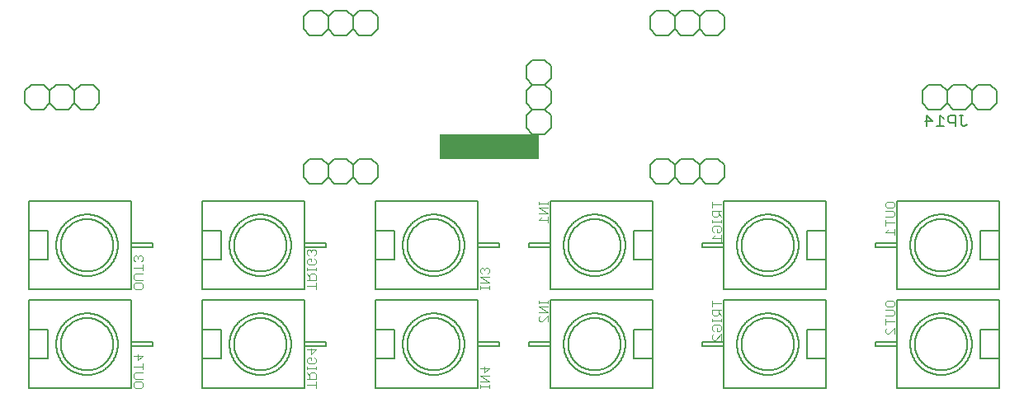
<source format=gbo>
G75*
%MOIN*%
%OFA0B0*%
%FSLAX25Y25*%
%IPPOS*%
%LPD*%
%AMOC8*
5,1,8,0,0,1.08239X$1,22.5*
%
%ADD10R,0.40000X0.10000*%
%ADD11C,0.00500*%
%ADD12C,0.00300*%
%ADD13C,0.00600*%
D10*
X0189300Y0176433D03*
D11*
X0044517Y0078717D02*
X0003178Y0078717D01*
X0003178Y0090528D01*
X0011052Y0090528D01*
X0011052Y0102339D01*
X0003178Y0102339D01*
X0003178Y0090528D01*
X0003178Y0102339D02*
X0003178Y0114150D01*
X0044517Y0114150D01*
X0044517Y0095646D01*
X0053178Y0095646D01*
X0053178Y0097220D01*
X0044910Y0097220D01*
X0044517Y0095646D02*
X0044517Y0078717D01*
X0073178Y0078717D02*
X0114517Y0078717D01*
X0114517Y0095646D01*
X0123178Y0095646D01*
X0123178Y0097220D01*
X0114910Y0097220D01*
X0114517Y0095646D02*
X0114517Y0114150D01*
X0073178Y0114150D01*
X0073178Y0102339D01*
X0081052Y0102339D01*
X0081052Y0090528D01*
X0073178Y0090528D01*
X0073178Y0078717D01*
X0073178Y0090528D02*
X0073178Y0102339D01*
X0086207Y0096433D02*
X0086210Y0096693D01*
X0086220Y0096953D01*
X0086236Y0097212D01*
X0086258Y0097471D01*
X0086287Y0097730D01*
X0086322Y0097987D01*
X0086363Y0098244D01*
X0086411Y0098500D01*
X0086464Y0098754D01*
X0086524Y0099007D01*
X0086591Y0099258D01*
X0086663Y0099508D01*
X0086742Y0099756D01*
X0086826Y0100002D01*
X0086917Y0100245D01*
X0087013Y0100487D01*
X0087116Y0100726D01*
X0087224Y0100962D01*
X0087338Y0101196D01*
X0087458Y0101427D01*
X0087583Y0101654D01*
X0087714Y0101879D01*
X0087850Y0102100D01*
X0087992Y0102318D01*
X0088139Y0102533D01*
X0088292Y0102743D01*
X0088449Y0102950D01*
X0088612Y0103153D01*
X0088779Y0103352D01*
X0088951Y0103547D01*
X0089128Y0103737D01*
X0089310Y0103923D01*
X0089496Y0104105D01*
X0089686Y0104282D01*
X0089881Y0104454D01*
X0090080Y0104621D01*
X0090283Y0104784D01*
X0090490Y0104941D01*
X0090700Y0105094D01*
X0090915Y0105241D01*
X0091133Y0105383D01*
X0091354Y0105519D01*
X0091579Y0105650D01*
X0091806Y0105775D01*
X0092037Y0105895D01*
X0092271Y0106009D01*
X0092507Y0106117D01*
X0092746Y0106220D01*
X0092988Y0106316D01*
X0093231Y0106407D01*
X0093477Y0106491D01*
X0093725Y0106570D01*
X0093975Y0106642D01*
X0094226Y0106709D01*
X0094479Y0106769D01*
X0094733Y0106822D01*
X0094989Y0106870D01*
X0095246Y0106911D01*
X0095503Y0106946D01*
X0095762Y0106975D01*
X0096021Y0106997D01*
X0096280Y0107013D01*
X0096540Y0107023D01*
X0096800Y0107026D01*
X0097060Y0107023D01*
X0097320Y0107013D01*
X0097579Y0106997D01*
X0097838Y0106975D01*
X0098097Y0106946D01*
X0098354Y0106911D01*
X0098611Y0106870D01*
X0098867Y0106822D01*
X0099121Y0106769D01*
X0099374Y0106709D01*
X0099625Y0106642D01*
X0099875Y0106570D01*
X0100123Y0106491D01*
X0100369Y0106407D01*
X0100612Y0106316D01*
X0100854Y0106220D01*
X0101093Y0106117D01*
X0101329Y0106009D01*
X0101563Y0105895D01*
X0101794Y0105775D01*
X0102021Y0105650D01*
X0102246Y0105519D01*
X0102467Y0105383D01*
X0102685Y0105241D01*
X0102900Y0105094D01*
X0103110Y0104941D01*
X0103317Y0104784D01*
X0103520Y0104621D01*
X0103719Y0104454D01*
X0103914Y0104282D01*
X0104104Y0104105D01*
X0104290Y0103923D01*
X0104472Y0103737D01*
X0104649Y0103547D01*
X0104821Y0103352D01*
X0104988Y0103153D01*
X0105151Y0102950D01*
X0105308Y0102743D01*
X0105461Y0102533D01*
X0105608Y0102318D01*
X0105750Y0102100D01*
X0105886Y0101879D01*
X0106017Y0101654D01*
X0106142Y0101427D01*
X0106262Y0101196D01*
X0106376Y0100962D01*
X0106484Y0100726D01*
X0106587Y0100487D01*
X0106683Y0100245D01*
X0106774Y0100002D01*
X0106858Y0099756D01*
X0106937Y0099508D01*
X0107009Y0099258D01*
X0107076Y0099007D01*
X0107136Y0098754D01*
X0107189Y0098500D01*
X0107237Y0098244D01*
X0107278Y0097987D01*
X0107313Y0097730D01*
X0107342Y0097471D01*
X0107364Y0097212D01*
X0107380Y0096953D01*
X0107390Y0096693D01*
X0107393Y0096433D01*
X0107390Y0096173D01*
X0107380Y0095913D01*
X0107364Y0095654D01*
X0107342Y0095395D01*
X0107313Y0095136D01*
X0107278Y0094879D01*
X0107237Y0094622D01*
X0107189Y0094366D01*
X0107136Y0094112D01*
X0107076Y0093859D01*
X0107009Y0093608D01*
X0106937Y0093358D01*
X0106858Y0093110D01*
X0106774Y0092864D01*
X0106683Y0092621D01*
X0106587Y0092379D01*
X0106484Y0092140D01*
X0106376Y0091904D01*
X0106262Y0091670D01*
X0106142Y0091439D01*
X0106017Y0091212D01*
X0105886Y0090987D01*
X0105750Y0090766D01*
X0105608Y0090548D01*
X0105461Y0090333D01*
X0105308Y0090123D01*
X0105151Y0089916D01*
X0104988Y0089713D01*
X0104821Y0089514D01*
X0104649Y0089319D01*
X0104472Y0089129D01*
X0104290Y0088943D01*
X0104104Y0088761D01*
X0103914Y0088584D01*
X0103719Y0088412D01*
X0103520Y0088245D01*
X0103317Y0088082D01*
X0103110Y0087925D01*
X0102900Y0087772D01*
X0102685Y0087625D01*
X0102467Y0087483D01*
X0102246Y0087347D01*
X0102021Y0087216D01*
X0101794Y0087091D01*
X0101563Y0086971D01*
X0101329Y0086857D01*
X0101093Y0086749D01*
X0100854Y0086646D01*
X0100612Y0086550D01*
X0100369Y0086459D01*
X0100123Y0086375D01*
X0099875Y0086296D01*
X0099625Y0086224D01*
X0099374Y0086157D01*
X0099121Y0086097D01*
X0098867Y0086044D01*
X0098611Y0085996D01*
X0098354Y0085955D01*
X0098097Y0085920D01*
X0097838Y0085891D01*
X0097579Y0085869D01*
X0097320Y0085853D01*
X0097060Y0085843D01*
X0096800Y0085840D01*
X0096540Y0085843D01*
X0096280Y0085853D01*
X0096021Y0085869D01*
X0095762Y0085891D01*
X0095503Y0085920D01*
X0095246Y0085955D01*
X0094989Y0085996D01*
X0094733Y0086044D01*
X0094479Y0086097D01*
X0094226Y0086157D01*
X0093975Y0086224D01*
X0093725Y0086296D01*
X0093477Y0086375D01*
X0093231Y0086459D01*
X0092988Y0086550D01*
X0092746Y0086646D01*
X0092507Y0086749D01*
X0092271Y0086857D01*
X0092037Y0086971D01*
X0091806Y0087091D01*
X0091579Y0087216D01*
X0091354Y0087347D01*
X0091133Y0087483D01*
X0090915Y0087625D01*
X0090700Y0087772D01*
X0090490Y0087925D01*
X0090283Y0088082D01*
X0090080Y0088245D01*
X0089881Y0088412D01*
X0089686Y0088584D01*
X0089496Y0088761D01*
X0089310Y0088943D01*
X0089128Y0089129D01*
X0088951Y0089319D01*
X0088779Y0089514D01*
X0088612Y0089713D01*
X0088449Y0089916D01*
X0088292Y0090123D01*
X0088139Y0090333D01*
X0087992Y0090548D01*
X0087850Y0090766D01*
X0087714Y0090987D01*
X0087583Y0091212D01*
X0087458Y0091439D01*
X0087338Y0091670D01*
X0087224Y0091904D01*
X0087116Y0092140D01*
X0087013Y0092379D01*
X0086917Y0092621D01*
X0086826Y0092864D01*
X0086742Y0093110D01*
X0086663Y0093358D01*
X0086591Y0093608D01*
X0086524Y0093859D01*
X0086464Y0094112D01*
X0086411Y0094366D01*
X0086363Y0094622D01*
X0086322Y0094879D01*
X0086287Y0095136D01*
X0086258Y0095395D01*
X0086236Y0095654D01*
X0086220Y0095913D01*
X0086210Y0096173D01*
X0086207Y0096433D01*
X0084350Y0096433D02*
X0084354Y0096739D01*
X0084365Y0097044D01*
X0084384Y0097349D01*
X0084410Y0097653D01*
X0084444Y0097957D01*
X0084485Y0098260D01*
X0084533Y0098561D01*
X0084589Y0098862D01*
X0084653Y0099161D01*
X0084723Y0099458D01*
X0084801Y0099754D01*
X0084886Y0100047D01*
X0084978Y0100338D01*
X0085078Y0100627D01*
X0085184Y0100914D01*
X0085298Y0101197D01*
X0085418Y0101478D01*
X0085545Y0101756D01*
X0085679Y0102031D01*
X0085820Y0102302D01*
X0085967Y0102570D01*
X0086121Y0102834D01*
X0086282Y0103094D01*
X0086448Y0103350D01*
X0086621Y0103602D01*
X0086800Y0103849D01*
X0086985Y0104093D01*
X0087176Y0104331D01*
X0087373Y0104565D01*
X0087575Y0104794D01*
X0087783Y0105018D01*
X0087997Y0105236D01*
X0088215Y0105450D01*
X0088439Y0105658D01*
X0088668Y0105860D01*
X0088902Y0106057D01*
X0089140Y0106248D01*
X0089384Y0106433D01*
X0089631Y0106612D01*
X0089883Y0106785D01*
X0090139Y0106951D01*
X0090399Y0107112D01*
X0090663Y0107266D01*
X0090931Y0107413D01*
X0091202Y0107554D01*
X0091477Y0107688D01*
X0091755Y0107815D01*
X0092036Y0107935D01*
X0092319Y0108049D01*
X0092606Y0108155D01*
X0092895Y0108255D01*
X0093186Y0108347D01*
X0093479Y0108432D01*
X0093775Y0108510D01*
X0094072Y0108580D01*
X0094371Y0108644D01*
X0094672Y0108700D01*
X0094973Y0108748D01*
X0095276Y0108789D01*
X0095580Y0108823D01*
X0095884Y0108849D01*
X0096189Y0108868D01*
X0096494Y0108879D01*
X0096800Y0108883D01*
X0097106Y0108879D01*
X0097411Y0108868D01*
X0097716Y0108849D01*
X0098020Y0108823D01*
X0098324Y0108789D01*
X0098627Y0108748D01*
X0098928Y0108700D01*
X0099229Y0108644D01*
X0099528Y0108580D01*
X0099825Y0108510D01*
X0100121Y0108432D01*
X0100414Y0108347D01*
X0100705Y0108255D01*
X0100994Y0108155D01*
X0101281Y0108049D01*
X0101564Y0107935D01*
X0101845Y0107815D01*
X0102123Y0107688D01*
X0102398Y0107554D01*
X0102669Y0107413D01*
X0102937Y0107266D01*
X0103201Y0107112D01*
X0103461Y0106951D01*
X0103717Y0106785D01*
X0103969Y0106612D01*
X0104216Y0106433D01*
X0104460Y0106248D01*
X0104698Y0106057D01*
X0104932Y0105860D01*
X0105161Y0105658D01*
X0105385Y0105450D01*
X0105603Y0105236D01*
X0105817Y0105018D01*
X0106025Y0104794D01*
X0106227Y0104565D01*
X0106424Y0104331D01*
X0106615Y0104093D01*
X0106800Y0103849D01*
X0106979Y0103602D01*
X0107152Y0103350D01*
X0107318Y0103094D01*
X0107479Y0102834D01*
X0107633Y0102570D01*
X0107780Y0102302D01*
X0107921Y0102031D01*
X0108055Y0101756D01*
X0108182Y0101478D01*
X0108302Y0101197D01*
X0108416Y0100914D01*
X0108522Y0100627D01*
X0108622Y0100338D01*
X0108714Y0100047D01*
X0108799Y0099754D01*
X0108877Y0099458D01*
X0108947Y0099161D01*
X0109011Y0098862D01*
X0109067Y0098561D01*
X0109115Y0098260D01*
X0109156Y0097957D01*
X0109190Y0097653D01*
X0109216Y0097349D01*
X0109235Y0097044D01*
X0109246Y0096739D01*
X0109250Y0096433D01*
X0109246Y0096127D01*
X0109235Y0095822D01*
X0109216Y0095517D01*
X0109190Y0095213D01*
X0109156Y0094909D01*
X0109115Y0094606D01*
X0109067Y0094305D01*
X0109011Y0094004D01*
X0108947Y0093705D01*
X0108877Y0093408D01*
X0108799Y0093112D01*
X0108714Y0092819D01*
X0108622Y0092528D01*
X0108522Y0092239D01*
X0108416Y0091952D01*
X0108302Y0091669D01*
X0108182Y0091388D01*
X0108055Y0091110D01*
X0107921Y0090835D01*
X0107780Y0090564D01*
X0107633Y0090296D01*
X0107479Y0090032D01*
X0107318Y0089772D01*
X0107152Y0089516D01*
X0106979Y0089264D01*
X0106800Y0089017D01*
X0106615Y0088773D01*
X0106424Y0088535D01*
X0106227Y0088301D01*
X0106025Y0088072D01*
X0105817Y0087848D01*
X0105603Y0087630D01*
X0105385Y0087416D01*
X0105161Y0087208D01*
X0104932Y0087006D01*
X0104698Y0086809D01*
X0104460Y0086618D01*
X0104216Y0086433D01*
X0103969Y0086254D01*
X0103717Y0086081D01*
X0103461Y0085915D01*
X0103201Y0085754D01*
X0102937Y0085600D01*
X0102669Y0085453D01*
X0102398Y0085312D01*
X0102123Y0085178D01*
X0101845Y0085051D01*
X0101564Y0084931D01*
X0101281Y0084817D01*
X0100994Y0084711D01*
X0100705Y0084611D01*
X0100414Y0084519D01*
X0100121Y0084434D01*
X0099825Y0084356D01*
X0099528Y0084286D01*
X0099229Y0084222D01*
X0098928Y0084166D01*
X0098627Y0084118D01*
X0098324Y0084077D01*
X0098020Y0084043D01*
X0097716Y0084017D01*
X0097411Y0083998D01*
X0097106Y0083987D01*
X0096800Y0083983D01*
X0096494Y0083987D01*
X0096189Y0083998D01*
X0095884Y0084017D01*
X0095580Y0084043D01*
X0095276Y0084077D01*
X0094973Y0084118D01*
X0094672Y0084166D01*
X0094371Y0084222D01*
X0094072Y0084286D01*
X0093775Y0084356D01*
X0093479Y0084434D01*
X0093186Y0084519D01*
X0092895Y0084611D01*
X0092606Y0084711D01*
X0092319Y0084817D01*
X0092036Y0084931D01*
X0091755Y0085051D01*
X0091477Y0085178D01*
X0091202Y0085312D01*
X0090931Y0085453D01*
X0090663Y0085600D01*
X0090399Y0085754D01*
X0090139Y0085915D01*
X0089883Y0086081D01*
X0089631Y0086254D01*
X0089384Y0086433D01*
X0089140Y0086618D01*
X0088902Y0086809D01*
X0088668Y0087006D01*
X0088439Y0087208D01*
X0088215Y0087416D01*
X0087997Y0087630D01*
X0087783Y0087848D01*
X0087575Y0088072D01*
X0087373Y0088301D01*
X0087176Y0088535D01*
X0086985Y0088773D01*
X0086800Y0089017D01*
X0086621Y0089264D01*
X0086448Y0089516D01*
X0086282Y0089772D01*
X0086121Y0090032D01*
X0085967Y0090296D01*
X0085820Y0090564D01*
X0085679Y0090835D01*
X0085545Y0091110D01*
X0085418Y0091388D01*
X0085298Y0091669D01*
X0085184Y0091952D01*
X0085078Y0092239D01*
X0084978Y0092528D01*
X0084886Y0092819D01*
X0084801Y0093112D01*
X0084723Y0093408D01*
X0084653Y0093705D01*
X0084589Y0094004D01*
X0084533Y0094305D01*
X0084485Y0094606D01*
X0084444Y0094909D01*
X0084410Y0095213D01*
X0084384Y0095517D01*
X0084365Y0095822D01*
X0084354Y0096127D01*
X0084350Y0096433D01*
X0073178Y0118717D02*
X0114517Y0118717D01*
X0114517Y0135646D01*
X0123178Y0135646D01*
X0123178Y0137220D01*
X0114910Y0137220D01*
X0114517Y0135646D02*
X0114517Y0154150D01*
X0073178Y0154150D01*
X0073178Y0142339D01*
X0081052Y0142339D01*
X0081052Y0130528D01*
X0073178Y0130528D01*
X0073178Y0118717D01*
X0073178Y0130528D02*
X0073178Y0142339D01*
X0053178Y0137220D02*
X0053178Y0135646D01*
X0044517Y0135646D01*
X0044517Y0118717D01*
X0003178Y0118717D01*
X0003178Y0130528D01*
X0011052Y0130528D01*
X0011052Y0142339D01*
X0003178Y0142339D01*
X0003178Y0130528D01*
X0003178Y0142339D02*
X0003178Y0154150D01*
X0044517Y0154150D01*
X0044517Y0135646D01*
X0044910Y0137220D02*
X0053178Y0137220D01*
X0016207Y0136433D02*
X0016210Y0136693D01*
X0016220Y0136953D01*
X0016236Y0137212D01*
X0016258Y0137471D01*
X0016287Y0137730D01*
X0016322Y0137987D01*
X0016363Y0138244D01*
X0016411Y0138500D01*
X0016464Y0138754D01*
X0016524Y0139007D01*
X0016591Y0139258D01*
X0016663Y0139508D01*
X0016742Y0139756D01*
X0016826Y0140002D01*
X0016917Y0140245D01*
X0017013Y0140487D01*
X0017116Y0140726D01*
X0017224Y0140962D01*
X0017338Y0141196D01*
X0017458Y0141427D01*
X0017583Y0141654D01*
X0017714Y0141879D01*
X0017850Y0142100D01*
X0017992Y0142318D01*
X0018139Y0142533D01*
X0018292Y0142743D01*
X0018449Y0142950D01*
X0018612Y0143153D01*
X0018779Y0143352D01*
X0018951Y0143547D01*
X0019128Y0143737D01*
X0019310Y0143923D01*
X0019496Y0144105D01*
X0019686Y0144282D01*
X0019881Y0144454D01*
X0020080Y0144621D01*
X0020283Y0144784D01*
X0020490Y0144941D01*
X0020700Y0145094D01*
X0020915Y0145241D01*
X0021133Y0145383D01*
X0021354Y0145519D01*
X0021579Y0145650D01*
X0021806Y0145775D01*
X0022037Y0145895D01*
X0022271Y0146009D01*
X0022507Y0146117D01*
X0022746Y0146220D01*
X0022988Y0146316D01*
X0023231Y0146407D01*
X0023477Y0146491D01*
X0023725Y0146570D01*
X0023975Y0146642D01*
X0024226Y0146709D01*
X0024479Y0146769D01*
X0024733Y0146822D01*
X0024989Y0146870D01*
X0025246Y0146911D01*
X0025503Y0146946D01*
X0025762Y0146975D01*
X0026021Y0146997D01*
X0026280Y0147013D01*
X0026540Y0147023D01*
X0026800Y0147026D01*
X0027060Y0147023D01*
X0027320Y0147013D01*
X0027579Y0146997D01*
X0027838Y0146975D01*
X0028097Y0146946D01*
X0028354Y0146911D01*
X0028611Y0146870D01*
X0028867Y0146822D01*
X0029121Y0146769D01*
X0029374Y0146709D01*
X0029625Y0146642D01*
X0029875Y0146570D01*
X0030123Y0146491D01*
X0030369Y0146407D01*
X0030612Y0146316D01*
X0030854Y0146220D01*
X0031093Y0146117D01*
X0031329Y0146009D01*
X0031563Y0145895D01*
X0031794Y0145775D01*
X0032021Y0145650D01*
X0032246Y0145519D01*
X0032467Y0145383D01*
X0032685Y0145241D01*
X0032900Y0145094D01*
X0033110Y0144941D01*
X0033317Y0144784D01*
X0033520Y0144621D01*
X0033719Y0144454D01*
X0033914Y0144282D01*
X0034104Y0144105D01*
X0034290Y0143923D01*
X0034472Y0143737D01*
X0034649Y0143547D01*
X0034821Y0143352D01*
X0034988Y0143153D01*
X0035151Y0142950D01*
X0035308Y0142743D01*
X0035461Y0142533D01*
X0035608Y0142318D01*
X0035750Y0142100D01*
X0035886Y0141879D01*
X0036017Y0141654D01*
X0036142Y0141427D01*
X0036262Y0141196D01*
X0036376Y0140962D01*
X0036484Y0140726D01*
X0036587Y0140487D01*
X0036683Y0140245D01*
X0036774Y0140002D01*
X0036858Y0139756D01*
X0036937Y0139508D01*
X0037009Y0139258D01*
X0037076Y0139007D01*
X0037136Y0138754D01*
X0037189Y0138500D01*
X0037237Y0138244D01*
X0037278Y0137987D01*
X0037313Y0137730D01*
X0037342Y0137471D01*
X0037364Y0137212D01*
X0037380Y0136953D01*
X0037390Y0136693D01*
X0037393Y0136433D01*
X0037390Y0136173D01*
X0037380Y0135913D01*
X0037364Y0135654D01*
X0037342Y0135395D01*
X0037313Y0135136D01*
X0037278Y0134879D01*
X0037237Y0134622D01*
X0037189Y0134366D01*
X0037136Y0134112D01*
X0037076Y0133859D01*
X0037009Y0133608D01*
X0036937Y0133358D01*
X0036858Y0133110D01*
X0036774Y0132864D01*
X0036683Y0132621D01*
X0036587Y0132379D01*
X0036484Y0132140D01*
X0036376Y0131904D01*
X0036262Y0131670D01*
X0036142Y0131439D01*
X0036017Y0131212D01*
X0035886Y0130987D01*
X0035750Y0130766D01*
X0035608Y0130548D01*
X0035461Y0130333D01*
X0035308Y0130123D01*
X0035151Y0129916D01*
X0034988Y0129713D01*
X0034821Y0129514D01*
X0034649Y0129319D01*
X0034472Y0129129D01*
X0034290Y0128943D01*
X0034104Y0128761D01*
X0033914Y0128584D01*
X0033719Y0128412D01*
X0033520Y0128245D01*
X0033317Y0128082D01*
X0033110Y0127925D01*
X0032900Y0127772D01*
X0032685Y0127625D01*
X0032467Y0127483D01*
X0032246Y0127347D01*
X0032021Y0127216D01*
X0031794Y0127091D01*
X0031563Y0126971D01*
X0031329Y0126857D01*
X0031093Y0126749D01*
X0030854Y0126646D01*
X0030612Y0126550D01*
X0030369Y0126459D01*
X0030123Y0126375D01*
X0029875Y0126296D01*
X0029625Y0126224D01*
X0029374Y0126157D01*
X0029121Y0126097D01*
X0028867Y0126044D01*
X0028611Y0125996D01*
X0028354Y0125955D01*
X0028097Y0125920D01*
X0027838Y0125891D01*
X0027579Y0125869D01*
X0027320Y0125853D01*
X0027060Y0125843D01*
X0026800Y0125840D01*
X0026540Y0125843D01*
X0026280Y0125853D01*
X0026021Y0125869D01*
X0025762Y0125891D01*
X0025503Y0125920D01*
X0025246Y0125955D01*
X0024989Y0125996D01*
X0024733Y0126044D01*
X0024479Y0126097D01*
X0024226Y0126157D01*
X0023975Y0126224D01*
X0023725Y0126296D01*
X0023477Y0126375D01*
X0023231Y0126459D01*
X0022988Y0126550D01*
X0022746Y0126646D01*
X0022507Y0126749D01*
X0022271Y0126857D01*
X0022037Y0126971D01*
X0021806Y0127091D01*
X0021579Y0127216D01*
X0021354Y0127347D01*
X0021133Y0127483D01*
X0020915Y0127625D01*
X0020700Y0127772D01*
X0020490Y0127925D01*
X0020283Y0128082D01*
X0020080Y0128245D01*
X0019881Y0128412D01*
X0019686Y0128584D01*
X0019496Y0128761D01*
X0019310Y0128943D01*
X0019128Y0129129D01*
X0018951Y0129319D01*
X0018779Y0129514D01*
X0018612Y0129713D01*
X0018449Y0129916D01*
X0018292Y0130123D01*
X0018139Y0130333D01*
X0017992Y0130548D01*
X0017850Y0130766D01*
X0017714Y0130987D01*
X0017583Y0131212D01*
X0017458Y0131439D01*
X0017338Y0131670D01*
X0017224Y0131904D01*
X0017116Y0132140D01*
X0017013Y0132379D01*
X0016917Y0132621D01*
X0016826Y0132864D01*
X0016742Y0133110D01*
X0016663Y0133358D01*
X0016591Y0133608D01*
X0016524Y0133859D01*
X0016464Y0134112D01*
X0016411Y0134366D01*
X0016363Y0134622D01*
X0016322Y0134879D01*
X0016287Y0135136D01*
X0016258Y0135395D01*
X0016236Y0135654D01*
X0016220Y0135913D01*
X0016210Y0136173D01*
X0016207Y0136433D01*
X0014350Y0136433D02*
X0014354Y0136739D01*
X0014365Y0137044D01*
X0014384Y0137349D01*
X0014410Y0137653D01*
X0014444Y0137957D01*
X0014485Y0138260D01*
X0014533Y0138561D01*
X0014589Y0138862D01*
X0014653Y0139161D01*
X0014723Y0139458D01*
X0014801Y0139754D01*
X0014886Y0140047D01*
X0014978Y0140338D01*
X0015078Y0140627D01*
X0015184Y0140914D01*
X0015298Y0141197D01*
X0015418Y0141478D01*
X0015545Y0141756D01*
X0015679Y0142031D01*
X0015820Y0142302D01*
X0015967Y0142570D01*
X0016121Y0142834D01*
X0016282Y0143094D01*
X0016448Y0143350D01*
X0016621Y0143602D01*
X0016800Y0143849D01*
X0016985Y0144093D01*
X0017176Y0144331D01*
X0017373Y0144565D01*
X0017575Y0144794D01*
X0017783Y0145018D01*
X0017997Y0145236D01*
X0018215Y0145450D01*
X0018439Y0145658D01*
X0018668Y0145860D01*
X0018902Y0146057D01*
X0019140Y0146248D01*
X0019384Y0146433D01*
X0019631Y0146612D01*
X0019883Y0146785D01*
X0020139Y0146951D01*
X0020399Y0147112D01*
X0020663Y0147266D01*
X0020931Y0147413D01*
X0021202Y0147554D01*
X0021477Y0147688D01*
X0021755Y0147815D01*
X0022036Y0147935D01*
X0022319Y0148049D01*
X0022606Y0148155D01*
X0022895Y0148255D01*
X0023186Y0148347D01*
X0023479Y0148432D01*
X0023775Y0148510D01*
X0024072Y0148580D01*
X0024371Y0148644D01*
X0024672Y0148700D01*
X0024973Y0148748D01*
X0025276Y0148789D01*
X0025580Y0148823D01*
X0025884Y0148849D01*
X0026189Y0148868D01*
X0026494Y0148879D01*
X0026800Y0148883D01*
X0027106Y0148879D01*
X0027411Y0148868D01*
X0027716Y0148849D01*
X0028020Y0148823D01*
X0028324Y0148789D01*
X0028627Y0148748D01*
X0028928Y0148700D01*
X0029229Y0148644D01*
X0029528Y0148580D01*
X0029825Y0148510D01*
X0030121Y0148432D01*
X0030414Y0148347D01*
X0030705Y0148255D01*
X0030994Y0148155D01*
X0031281Y0148049D01*
X0031564Y0147935D01*
X0031845Y0147815D01*
X0032123Y0147688D01*
X0032398Y0147554D01*
X0032669Y0147413D01*
X0032937Y0147266D01*
X0033201Y0147112D01*
X0033461Y0146951D01*
X0033717Y0146785D01*
X0033969Y0146612D01*
X0034216Y0146433D01*
X0034460Y0146248D01*
X0034698Y0146057D01*
X0034932Y0145860D01*
X0035161Y0145658D01*
X0035385Y0145450D01*
X0035603Y0145236D01*
X0035817Y0145018D01*
X0036025Y0144794D01*
X0036227Y0144565D01*
X0036424Y0144331D01*
X0036615Y0144093D01*
X0036800Y0143849D01*
X0036979Y0143602D01*
X0037152Y0143350D01*
X0037318Y0143094D01*
X0037479Y0142834D01*
X0037633Y0142570D01*
X0037780Y0142302D01*
X0037921Y0142031D01*
X0038055Y0141756D01*
X0038182Y0141478D01*
X0038302Y0141197D01*
X0038416Y0140914D01*
X0038522Y0140627D01*
X0038622Y0140338D01*
X0038714Y0140047D01*
X0038799Y0139754D01*
X0038877Y0139458D01*
X0038947Y0139161D01*
X0039011Y0138862D01*
X0039067Y0138561D01*
X0039115Y0138260D01*
X0039156Y0137957D01*
X0039190Y0137653D01*
X0039216Y0137349D01*
X0039235Y0137044D01*
X0039246Y0136739D01*
X0039250Y0136433D01*
X0039246Y0136127D01*
X0039235Y0135822D01*
X0039216Y0135517D01*
X0039190Y0135213D01*
X0039156Y0134909D01*
X0039115Y0134606D01*
X0039067Y0134305D01*
X0039011Y0134004D01*
X0038947Y0133705D01*
X0038877Y0133408D01*
X0038799Y0133112D01*
X0038714Y0132819D01*
X0038622Y0132528D01*
X0038522Y0132239D01*
X0038416Y0131952D01*
X0038302Y0131669D01*
X0038182Y0131388D01*
X0038055Y0131110D01*
X0037921Y0130835D01*
X0037780Y0130564D01*
X0037633Y0130296D01*
X0037479Y0130032D01*
X0037318Y0129772D01*
X0037152Y0129516D01*
X0036979Y0129264D01*
X0036800Y0129017D01*
X0036615Y0128773D01*
X0036424Y0128535D01*
X0036227Y0128301D01*
X0036025Y0128072D01*
X0035817Y0127848D01*
X0035603Y0127630D01*
X0035385Y0127416D01*
X0035161Y0127208D01*
X0034932Y0127006D01*
X0034698Y0126809D01*
X0034460Y0126618D01*
X0034216Y0126433D01*
X0033969Y0126254D01*
X0033717Y0126081D01*
X0033461Y0125915D01*
X0033201Y0125754D01*
X0032937Y0125600D01*
X0032669Y0125453D01*
X0032398Y0125312D01*
X0032123Y0125178D01*
X0031845Y0125051D01*
X0031564Y0124931D01*
X0031281Y0124817D01*
X0030994Y0124711D01*
X0030705Y0124611D01*
X0030414Y0124519D01*
X0030121Y0124434D01*
X0029825Y0124356D01*
X0029528Y0124286D01*
X0029229Y0124222D01*
X0028928Y0124166D01*
X0028627Y0124118D01*
X0028324Y0124077D01*
X0028020Y0124043D01*
X0027716Y0124017D01*
X0027411Y0123998D01*
X0027106Y0123987D01*
X0026800Y0123983D01*
X0026494Y0123987D01*
X0026189Y0123998D01*
X0025884Y0124017D01*
X0025580Y0124043D01*
X0025276Y0124077D01*
X0024973Y0124118D01*
X0024672Y0124166D01*
X0024371Y0124222D01*
X0024072Y0124286D01*
X0023775Y0124356D01*
X0023479Y0124434D01*
X0023186Y0124519D01*
X0022895Y0124611D01*
X0022606Y0124711D01*
X0022319Y0124817D01*
X0022036Y0124931D01*
X0021755Y0125051D01*
X0021477Y0125178D01*
X0021202Y0125312D01*
X0020931Y0125453D01*
X0020663Y0125600D01*
X0020399Y0125754D01*
X0020139Y0125915D01*
X0019883Y0126081D01*
X0019631Y0126254D01*
X0019384Y0126433D01*
X0019140Y0126618D01*
X0018902Y0126809D01*
X0018668Y0127006D01*
X0018439Y0127208D01*
X0018215Y0127416D01*
X0017997Y0127630D01*
X0017783Y0127848D01*
X0017575Y0128072D01*
X0017373Y0128301D01*
X0017176Y0128535D01*
X0016985Y0128773D01*
X0016800Y0129017D01*
X0016621Y0129264D01*
X0016448Y0129516D01*
X0016282Y0129772D01*
X0016121Y0130032D01*
X0015967Y0130296D01*
X0015820Y0130564D01*
X0015679Y0130835D01*
X0015545Y0131110D01*
X0015418Y0131388D01*
X0015298Y0131669D01*
X0015184Y0131952D01*
X0015078Y0132239D01*
X0014978Y0132528D01*
X0014886Y0132819D01*
X0014801Y0133112D01*
X0014723Y0133408D01*
X0014653Y0133705D01*
X0014589Y0134004D01*
X0014533Y0134305D01*
X0014485Y0134606D01*
X0014444Y0134909D01*
X0014410Y0135213D01*
X0014384Y0135517D01*
X0014365Y0135822D01*
X0014354Y0136127D01*
X0014350Y0136433D01*
X0016207Y0096433D02*
X0016210Y0096693D01*
X0016220Y0096953D01*
X0016236Y0097212D01*
X0016258Y0097471D01*
X0016287Y0097730D01*
X0016322Y0097987D01*
X0016363Y0098244D01*
X0016411Y0098500D01*
X0016464Y0098754D01*
X0016524Y0099007D01*
X0016591Y0099258D01*
X0016663Y0099508D01*
X0016742Y0099756D01*
X0016826Y0100002D01*
X0016917Y0100245D01*
X0017013Y0100487D01*
X0017116Y0100726D01*
X0017224Y0100962D01*
X0017338Y0101196D01*
X0017458Y0101427D01*
X0017583Y0101654D01*
X0017714Y0101879D01*
X0017850Y0102100D01*
X0017992Y0102318D01*
X0018139Y0102533D01*
X0018292Y0102743D01*
X0018449Y0102950D01*
X0018612Y0103153D01*
X0018779Y0103352D01*
X0018951Y0103547D01*
X0019128Y0103737D01*
X0019310Y0103923D01*
X0019496Y0104105D01*
X0019686Y0104282D01*
X0019881Y0104454D01*
X0020080Y0104621D01*
X0020283Y0104784D01*
X0020490Y0104941D01*
X0020700Y0105094D01*
X0020915Y0105241D01*
X0021133Y0105383D01*
X0021354Y0105519D01*
X0021579Y0105650D01*
X0021806Y0105775D01*
X0022037Y0105895D01*
X0022271Y0106009D01*
X0022507Y0106117D01*
X0022746Y0106220D01*
X0022988Y0106316D01*
X0023231Y0106407D01*
X0023477Y0106491D01*
X0023725Y0106570D01*
X0023975Y0106642D01*
X0024226Y0106709D01*
X0024479Y0106769D01*
X0024733Y0106822D01*
X0024989Y0106870D01*
X0025246Y0106911D01*
X0025503Y0106946D01*
X0025762Y0106975D01*
X0026021Y0106997D01*
X0026280Y0107013D01*
X0026540Y0107023D01*
X0026800Y0107026D01*
X0027060Y0107023D01*
X0027320Y0107013D01*
X0027579Y0106997D01*
X0027838Y0106975D01*
X0028097Y0106946D01*
X0028354Y0106911D01*
X0028611Y0106870D01*
X0028867Y0106822D01*
X0029121Y0106769D01*
X0029374Y0106709D01*
X0029625Y0106642D01*
X0029875Y0106570D01*
X0030123Y0106491D01*
X0030369Y0106407D01*
X0030612Y0106316D01*
X0030854Y0106220D01*
X0031093Y0106117D01*
X0031329Y0106009D01*
X0031563Y0105895D01*
X0031794Y0105775D01*
X0032021Y0105650D01*
X0032246Y0105519D01*
X0032467Y0105383D01*
X0032685Y0105241D01*
X0032900Y0105094D01*
X0033110Y0104941D01*
X0033317Y0104784D01*
X0033520Y0104621D01*
X0033719Y0104454D01*
X0033914Y0104282D01*
X0034104Y0104105D01*
X0034290Y0103923D01*
X0034472Y0103737D01*
X0034649Y0103547D01*
X0034821Y0103352D01*
X0034988Y0103153D01*
X0035151Y0102950D01*
X0035308Y0102743D01*
X0035461Y0102533D01*
X0035608Y0102318D01*
X0035750Y0102100D01*
X0035886Y0101879D01*
X0036017Y0101654D01*
X0036142Y0101427D01*
X0036262Y0101196D01*
X0036376Y0100962D01*
X0036484Y0100726D01*
X0036587Y0100487D01*
X0036683Y0100245D01*
X0036774Y0100002D01*
X0036858Y0099756D01*
X0036937Y0099508D01*
X0037009Y0099258D01*
X0037076Y0099007D01*
X0037136Y0098754D01*
X0037189Y0098500D01*
X0037237Y0098244D01*
X0037278Y0097987D01*
X0037313Y0097730D01*
X0037342Y0097471D01*
X0037364Y0097212D01*
X0037380Y0096953D01*
X0037390Y0096693D01*
X0037393Y0096433D01*
X0037390Y0096173D01*
X0037380Y0095913D01*
X0037364Y0095654D01*
X0037342Y0095395D01*
X0037313Y0095136D01*
X0037278Y0094879D01*
X0037237Y0094622D01*
X0037189Y0094366D01*
X0037136Y0094112D01*
X0037076Y0093859D01*
X0037009Y0093608D01*
X0036937Y0093358D01*
X0036858Y0093110D01*
X0036774Y0092864D01*
X0036683Y0092621D01*
X0036587Y0092379D01*
X0036484Y0092140D01*
X0036376Y0091904D01*
X0036262Y0091670D01*
X0036142Y0091439D01*
X0036017Y0091212D01*
X0035886Y0090987D01*
X0035750Y0090766D01*
X0035608Y0090548D01*
X0035461Y0090333D01*
X0035308Y0090123D01*
X0035151Y0089916D01*
X0034988Y0089713D01*
X0034821Y0089514D01*
X0034649Y0089319D01*
X0034472Y0089129D01*
X0034290Y0088943D01*
X0034104Y0088761D01*
X0033914Y0088584D01*
X0033719Y0088412D01*
X0033520Y0088245D01*
X0033317Y0088082D01*
X0033110Y0087925D01*
X0032900Y0087772D01*
X0032685Y0087625D01*
X0032467Y0087483D01*
X0032246Y0087347D01*
X0032021Y0087216D01*
X0031794Y0087091D01*
X0031563Y0086971D01*
X0031329Y0086857D01*
X0031093Y0086749D01*
X0030854Y0086646D01*
X0030612Y0086550D01*
X0030369Y0086459D01*
X0030123Y0086375D01*
X0029875Y0086296D01*
X0029625Y0086224D01*
X0029374Y0086157D01*
X0029121Y0086097D01*
X0028867Y0086044D01*
X0028611Y0085996D01*
X0028354Y0085955D01*
X0028097Y0085920D01*
X0027838Y0085891D01*
X0027579Y0085869D01*
X0027320Y0085853D01*
X0027060Y0085843D01*
X0026800Y0085840D01*
X0026540Y0085843D01*
X0026280Y0085853D01*
X0026021Y0085869D01*
X0025762Y0085891D01*
X0025503Y0085920D01*
X0025246Y0085955D01*
X0024989Y0085996D01*
X0024733Y0086044D01*
X0024479Y0086097D01*
X0024226Y0086157D01*
X0023975Y0086224D01*
X0023725Y0086296D01*
X0023477Y0086375D01*
X0023231Y0086459D01*
X0022988Y0086550D01*
X0022746Y0086646D01*
X0022507Y0086749D01*
X0022271Y0086857D01*
X0022037Y0086971D01*
X0021806Y0087091D01*
X0021579Y0087216D01*
X0021354Y0087347D01*
X0021133Y0087483D01*
X0020915Y0087625D01*
X0020700Y0087772D01*
X0020490Y0087925D01*
X0020283Y0088082D01*
X0020080Y0088245D01*
X0019881Y0088412D01*
X0019686Y0088584D01*
X0019496Y0088761D01*
X0019310Y0088943D01*
X0019128Y0089129D01*
X0018951Y0089319D01*
X0018779Y0089514D01*
X0018612Y0089713D01*
X0018449Y0089916D01*
X0018292Y0090123D01*
X0018139Y0090333D01*
X0017992Y0090548D01*
X0017850Y0090766D01*
X0017714Y0090987D01*
X0017583Y0091212D01*
X0017458Y0091439D01*
X0017338Y0091670D01*
X0017224Y0091904D01*
X0017116Y0092140D01*
X0017013Y0092379D01*
X0016917Y0092621D01*
X0016826Y0092864D01*
X0016742Y0093110D01*
X0016663Y0093358D01*
X0016591Y0093608D01*
X0016524Y0093859D01*
X0016464Y0094112D01*
X0016411Y0094366D01*
X0016363Y0094622D01*
X0016322Y0094879D01*
X0016287Y0095136D01*
X0016258Y0095395D01*
X0016236Y0095654D01*
X0016220Y0095913D01*
X0016210Y0096173D01*
X0016207Y0096433D01*
X0014350Y0096433D02*
X0014354Y0096739D01*
X0014365Y0097044D01*
X0014384Y0097349D01*
X0014410Y0097653D01*
X0014444Y0097957D01*
X0014485Y0098260D01*
X0014533Y0098561D01*
X0014589Y0098862D01*
X0014653Y0099161D01*
X0014723Y0099458D01*
X0014801Y0099754D01*
X0014886Y0100047D01*
X0014978Y0100338D01*
X0015078Y0100627D01*
X0015184Y0100914D01*
X0015298Y0101197D01*
X0015418Y0101478D01*
X0015545Y0101756D01*
X0015679Y0102031D01*
X0015820Y0102302D01*
X0015967Y0102570D01*
X0016121Y0102834D01*
X0016282Y0103094D01*
X0016448Y0103350D01*
X0016621Y0103602D01*
X0016800Y0103849D01*
X0016985Y0104093D01*
X0017176Y0104331D01*
X0017373Y0104565D01*
X0017575Y0104794D01*
X0017783Y0105018D01*
X0017997Y0105236D01*
X0018215Y0105450D01*
X0018439Y0105658D01*
X0018668Y0105860D01*
X0018902Y0106057D01*
X0019140Y0106248D01*
X0019384Y0106433D01*
X0019631Y0106612D01*
X0019883Y0106785D01*
X0020139Y0106951D01*
X0020399Y0107112D01*
X0020663Y0107266D01*
X0020931Y0107413D01*
X0021202Y0107554D01*
X0021477Y0107688D01*
X0021755Y0107815D01*
X0022036Y0107935D01*
X0022319Y0108049D01*
X0022606Y0108155D01*
X0022895Y0108255D01*
X0023186Y0108347D01*
X0023479Y0108432D01*
X0023775Y0108510D01*
X0024072Y0108580D01*
X0024371Y0108644D01*
X0024672Y0108700D01*
X0024973Y0108748D01*
X0025276Y0108789D01*
X0025580Y0108823D01*
X0025884Y0108849D01*
X0026189Y0108868D01*
X0026494Y0108879D01*
X0026800Y0108883D01*
X0027106Y0108879D01*
X0027411Y0108868D01*
X0027716Y0108849D01*
X0028020Y0108823D01*
X0028324Y0108789D01*
X0028627Y0108748D01*
X0028928Y0108700D01*
X0029229Y0108644D01*
X0029528Y0108580D01*
X0029825Y0108510D01*
X0030121Y0108432D01*
X0030414Y0108347D01*
X0030705Y0108255D01*
X0030994Y0108155D01*
X0031281Y0108049D01*
X0031564Y0107935D01*
X0031845Y0107815D01*
X0032123Y0107688D01*
X0032398Y0107554D01*
X0032669Y0107413D01*
X0032937Y0107266D01*
X0033201Y0107112D01*
X0033461Y0106951D01*
X0033717Y0106785D01*
X0033969Y0106612D01*
X0034216Y0106433D01*
X0034460Y0106248D01*
X0034698Y0106057D01*
X0034932Y0105860D01*
X0035161Y0105658D01*
X0035385Y0105450D01*
X0035603Y0105236D01*
X0035817Y0105018D01*
X0036025Y0104794D01*
X0036227Y0104565D01*
X0036424Y0104331D01*
X0036615Y0104093D01*
X0036800Y0103849D01*
X0036979Y0103602D01*
X0037152Y0103350D01*
X0037318Y0103094D01*
X0037479Y0102834D01*
X0037633Y0102570D01*
X0037780Y0102302D01*
X0037921Y0102031D01*
X0038055Y0101756D01*
X0038182Y0101478D01*
X0038302Y0101197D01*
X0038416Y0100914D01*
X0038522Y0100627D01*
X0038622Y0100338D01*
X0038714Y0100047D01*
X0038799Y0099754D01*
X0038877Y0099458D01*
X0038947Y0099161D01*
X0039011Y0098862D01*
X0039067Y0098561D01*
X0039115Y0098260D01*
X0039156Y0097957D01*
X0039190Y0097653D01*
X0039216Y0097349D01*
X0039235Y0097044D01*
X0039246Y0096739D01*
X0039250Y0096433D01*
X0039246Y0096127D01*
X0039235Y0095822D01*
X0039216Y0095517D01*
X0039190Y0095213D01*
X0039156Y0094909D01*
X0039115Y0094606D01*
X0039067Y0094305D01*
X0039011Y0094004D01*
X0038947Y0093705D01*
X0038877Y0093408D01*
X0038799Y0093112D01*
X0038714Y0092819D01*
X0038622Y0092528D01*
X0038522Y0092239D01*
X0038416Y0091952D01*
X0038302Y0091669D01*
X0038182Y0091388D01*
X0038055Y0091110D01*
X0037921Y0090835D01*
X0037780Y0090564D01*
X0037633Y0090296D01*
X0037479Y0090032D01*
X0037318Y0089772D01*
X0037152Y0089516D01*
X0036979Y0089264D01*
X0036800Y0089017D01*
X0036615Y0088773D01*
X0036424Y0088535D01*
X0036227Y0088301D01*
X0036025Y0088072D01*
X0035817Y0087848D01*
X0035603Y0087630D01*
X0035385Y0087416D01*
X0035161Y0087208D01*
X0034932Y0087006D01*
X0034698Y0086809D01*
X0034460Y0086618D01*
X0034216Y0086433D01*
X0033969Y0086254D01*
X0033717Y0086081D01*
X0033461Y0085915D01*
X0033201Y0085754D01*
X0032937Y0085600D01*
X0032669Y0085453D01*
X0032398Y0085312D01*
X0032123Y0085178D01*
X0031845Y0085051D01*
X0031564Y0084931D01*
X0031281Y0084817D01*
X0030994Y0084711D01*
X0030705Y0084611D01*
X0030414Y0084519D01*
X0030121Y0084434D01*
X0029825Y0084356D01*
X0029528Y0084286D01*
X0029229Y0084222D01*
X0028928Y0084166D01*
X0028627Y0084118D01*
X0028324Y0084077D01*
X0028020Y0084043D01*
X0027716Y0084017D01*
X0027411Y0083998D01*
X0027106Y0083987D01*
X0026800Y0083983D01*
X0026494Y0083987D01*
X0026189Y0083998D01*
X0025884Y0084017D01*
X0025580Y0084043D01*
X0025276Y0084077D01*
X0024973Y0084118D01*
X0024672Y0084166D01*
X0024371Y0084222D01*
X0024072Y0084286D01*
X0023775Y0084356D01*
X0023479Y0084434D01*
X0023186Y0084519D01*
X0022895Y0084611D01*
X0022606Y0084711D01*
X0022319Y0084817D01*
X0022036Y0084931D01*
X0021755Y0085051D01*
X0021477Y0085178D01*
X0021202Y0085312D01*
X0020931Y0085453D01*
X0020663Y0085600D01*
X0020399Y0085754D01*
X0020139Y0085915D01*
X0019883Y0086081D01*
X0019631Y0086254D01*
X0019384Y0086433D01*
X0019140Y0086618D01*
X0018902Y0086809D01*
X0018668Y0087006D01*
X0018439Y0087208D01*
X0018215Y0087416D01*
X0017997Y0087630D01*
X0017783Y0087848D01*
X0017575Y0088072D01*
X0017373Y0088301D01*
X0017176Y0088535D01*
X0016985Y0088773D01*
X0016800Y0089017D01*
X0016621Y0089264D01*
X0016448Y0089516D01*
X0016282Y0089772D01*
X0016121Y0090032D01*
X0015967Y0090296D01*
X0015820Y0090564D01*
X0015679Y0090835D01*
X0015545Y0091110D01*
X0015418Y0091388D01*
X0015298Y0091669D01*
X0015184Y0091952D01*
X0015078Y0092239D01*
X0014978Y0092528D01*
X0014886Y0092819D01*
X0014801Y0093112D01*
X0014723Y0093408D01*
X0014653Y0093705D01*
X0014589Y0094004D01*
X0014533Y0094305D01*
X0014485Y0094606D01*
X0014444Y0094909D01*
X0014410Y0095213D01*
X0014384Y0095517D01*
X0014365Y0095822D01*
X0014354Y0096127D01*
X0014350Y0096433D01*
X0086207Y0136433D02*
X0086210Y0136693D01*
X0086220Y0136953D01*
X0086236Y0137212D01*
X0086258Y0137471D01*
X0086287Y0137730D01*
X0086322Y0137987D01*
X0086363Y0138244D01*
X0086411Y0138500D01*
X0086464Y0138754D01*
X0086524Y0139007D01*
X0086591Y0139258D01*
X0086663Y0139508D01*
X0086742Y0139756D01*
X0086826Y0140002D01*
X0086917Y0140245D01*
X0087013Y0140487D01*
X0087116Y0140726D01*
X0087224Y0140962D01*
X0087338Y0141196D01*
X0087458Y0141427D01*
X0087583Y0141654D01*
X0087714Y0141879D01*
X0087850Y0142100D01*
X0087992Y0142318D01*
X0088139Y0142533D01*
X0088292Y0142743D01*
X0088449Y0142950D01*
X0088612Y0143153D01*
X0088779Y0143352D01*
X0088951Y0143547D01*
X0089128Y0143737D01*
X0089310Y0143923D01*
X0089496Y0144105D01*
X0089686Y0144282D01*
X0089881Y0144454D01*
X0090080Y0144621D01*
X0090283Y0144784D01*
X0090490Y0144941D01*
X0090700Y0145094D01*
X0090915Y0145241D01*
X0091133Y0145383D01*
X0091354Y0145519D01*
X0091579Y0145650D01*
X0091806Y0145775D01*
X0092037Y0145895D01*
X0092271Y0146009D01*
X0092507Y0146117D01*
X0092746Y0146220D01*
X0092988Y0146316D01*
X0093231Y0146407D01*
X0093477Y0146491D01*
X0093725Y0146570D01*
X0093975Y0146642D01*
X0094226Y0146709D01*
X0094479Y0146769D01*
X0094733Y0146822D01*
X0094989Y0146870D01*
X0095246Y0146911D01*
X0095503Y0146946D01*
X0095762Y0146975D01*
X0096021Y0146997D01*
X0096280Y0147013D01*
X0096540Y0147023D01*
X0096800Y0147026D01*
X0097060Y0147023D01*
X0097320Y0147013D01*
X0097579Y0146997D01*
X0097838Y0146975D01*
X0098097Y0146946D01*
X0098354Y0146911D01*
X0098611Y0146870D01*
X0098867Y0146822D01*
X0099121Y0146769D01*
X0099374Y0146709D01*
X0099625Y0146642D01*
X0099875Y0146570D01*
X0100123Y0146491D01*
X0100369Y0146407D01*
X0100612Y0146316D01*
X0100854Y0146220D01*
X0101093Y0146117D01*
X0101329Y0146009D01*
X0101563Y0145895D01*
X0101794Y0145775D01*
X0102021Y0145650D01*
X0102246Y0145519D01*
X0102467Y0145383D01*
X0102685Y0145241D01*
X0102900Y0145094D01*
X0103110Y0144941D01*
X0103317Y0144784D01*
X0103520Y0144621D01*
X0103719Y0144454D01*
X0103914Y0144282D01*
X0104104Y0144105D01*
X0104290Y0143923D01*
X0104472Y0143737D01*
X0104649Y0143547D01*
X0104821Y0143352D01*
X0104988Y0143153D01*
X0105151Y0142950D01*
X0105308Y0142743D01*
X0105461Y0142533D01*
X0105608Y0142318D01*
X0105750Y0142100D01*
X0105886Y0141879D01*
X0106017Y0141654D01*
X0106142Y0141427D01*
X0106262Y0141196D01*
X0106376Y0140962D01*
X0106484Y0140726D01*
X0106587Y0140487D01*
X0106683Y0140245D01*
X0106774Y0140002D01*
X0106858Y0139756D01*
X0106937Y0139508D01*
X0107009Y0139258D01*
X0107076Y0139007D01*
X0107136Y0138754D01*
X0107189Y0138500D01*
X0107237Y0138244D01*
X0107278Y0137987D01*
X0107313Y0137730D01*
X0107342Y0137471D01*
X0107364Y0137212D01*
X0107380Y0136953D01*
X0107390Y0136693D01*
X0107393Y0136433D01*
X0107390Y0136173D01*
X0107380Y0135913D01*
X0107364Y0135654D01*
X0107342Y0135395D01*
X0107313Y0135136D01*
X0107278Y0134879D01*
X0107237Y0134622D01*
X0107189Y0134366D01*
X0107136Y0134112D01*
X0107076Y0133859D01*
X0107009Y0133608D01*
X0106937Y0133358D01*
X0106858Y0133110D01*
X0106774Y0132864D01*
X0106683Y0132621D01*
X0106587Y0132379D01*
X0106484Y0132140D01*
X0106376Y0131904D01*
X0106262Y0131670D01*
X0106142Y0131439D01*
X0106017Y0131212D01*
X0105886Y0130987D01*
X0105750Y0130766D01*
X0105608Y0130548D01*
X0105461Y0130333D01*
X0105308Y0130123D01*
X0105151Y0129916D01*
X0104988Y0129713D01*
X0104821Y0129514D01*
X0104649Y0129319D01*
X0104472Y0129129D01*
X0104290Y0128943D01*
X0104104Y0128761D01*
X0103914Y0128584D01*
X0103719Y0128412D01*
X0103520Y0128245D01*
X0103317Y0128082D01*
X0103110Y0127925D01*
X0102900Y0127772D01*
X0102685Y0127625D01*
X0102467Y0127483D01*
X0102246Y0127347D01*
X0102021Y0127216D01*
X0101794Y0127091D01*
X0101563Y0126971D01*
X0101329Y0126857D01*
X0101093Y0126749D01*
X0100854Y0126646D01*
X0100612Y0126550D01*
X0100369Y0126459D01*
X0100123Y0126375D01*
X0099875Y0126296D01*
X0099625Y0126224D01*
X0099374Y0126157D01*
X0099121Y0126097D01*
X0098867Y0126044D01*
X0098611Y0125996D01*
X0098354Y0125955D01*
X0098097Y0125920D01*
X0097838Y0125891D01*
X0097579Y0125869D01*
X0097320Y0125853D01*
X0097060Y0125843D01*
X0096800Y0125840D01*
X0096540Y0125843D01*
X0096280Y0125853D01*
X0096021Y0125869D01*
X0095762Y0125891D01*
X0095503Y0125920D01*
X0095246Y0125955D01*
X0094989Y0125996D01*
X0094733Y0126044D01*
X0094479Y0126097D01*
X0094226Y0126157D01*
X0093975Y0126224D01*
X0093725Y0126296D01*
X0093477Y0126375D01*
X0093231Y0126459D01*
X0092988Y0126550D01*
X0092746Y0126646D01*
X0092507Y0126749D01*
X0092271Y0126857D01*
X0092037Y0126971D01*
X0091806Y0127091D01*
X0091579Y0127216D01*
X0091354Y0127347D01*
X0091133Y0127483D01*
X0090915Y0127625D01*
X0090700Y0127772D01*
X0090490Y0127925D01*
X0090283Y0128082D01*
X0090080Y0128245D01*
X0089881Y0128412D01*
X0089686Y0128584D01*
X0089496Y0128761D01*
X0089310Y0128943D01*
X0089128Y0129129D01*
X0088951Y0129319D01*
X0088779Y0129514D01*
X0088612Y0129713D01*
X0088449Y0129916D01*
X0088292Y0130123D01*
X0088139Y0130333D01*
X0087992Y0130548D01*
X0087850Y0130766D01*
X0087714Y0130987D01*
X0087583Y0131212D01*
X0087458Y0131439D01*
X0087338Y0131670D01*
X0087224Y0131904D01*
X0087116Y0132140D01*
X0087013Y0132379D01*
X0086917Y0132621D01*
X0086826Y0132864D01*
X0086742Y0133110D01*
X0086663Y0133358D01*
X0086591Y0133608D01*
X0086524Y0133859D01*
X0086464Y0134112D01*
X0086411Y0134366D01*
X0086363Y0134622D01*
X0086322Y0134879D01*
X0086287Y0135136D01*
X0086258Y0135395D01*
X0086236Y0135654D01*
X0086220Y0135913D01*
X0086210Y0136173D01*
X0086207Y0136433D01*
X0084350Y0136433D02*
X0084354Y0136739D01*
X0084365Y0137044D01*
X0084384Y0137349D01*
X0084410Y0137653D01*
X0084444Y0137957D01*
X0084485Y0138260D01*
X0084533Y0138561D01*
X0084589Y0138862D01*
X0084653Y0139161D01*
X0084723Y0139458D01*
X0084801Y0139754D01*
X0084886Y0140047D01*
X0084978Y0140338D01*
X0085078Y0140627D01*
X0085184Y0140914D01*
X0085298Y0141197D01*
X0085418Y0141478D01*
X0085545Y0141756D01*
X0085679Y0142031D01*
X0085820Y0142302D01*
X0085967Y0142570D01*
X0086121Y0142834D01*
X0086282Y0143094D01*
X0086448Y0143350D01*
X0086621Y0143602D01*
X0086800Y0143849D01*
X0086985Y0144093D01*
X0087176Y0144331D01*
X0087373Y0144565D01*
X0087575Y0144794D01*
X0087783Y0145018D01*
X0087997Y0145236D01*
X0088215Y0145450D01*
X0088439Y0145658D01*
X0088668Y0145860D01*
X0088902Y0146057D01*
X0089140Y0146248D01*
X0089384Y0146433D01*
X0089631Y0146612D01*
X0089883Y0146785D01*
X0090139Y0146951D01*
X0090399Y0147112D01*
X0090663Y0147266D01*
X0090931Y0147413D01*
X0091202Y0147554D01*
X0091477Y0147688D01*
X0091755Y0147815D01*
X0092036Y0147935D01*
X0092319Y0148049D01*
X0092606Y0148155D01*
X0092895Y0148255D01*
X0093186Y0148347D01*
X0093479Y0148432D01*
X0093775Y0148510D01*
X0094072Y0148580D01*
X0094371Y0148644D01*
X0094672Y0148700D01*
X0094973Y0148748D01*
X0095276Y0148789D01*
X0095580Y0148823D01*
X0095884Y0148849D01*
X0096189Y0148868D01*
X0096494Y0148879D01*
X0096800Y0148883D01*
X0097106Y0148879D01*
X0097411Y0148868D01*
X0097716Y0148849D01*
X0098020Y0148823D01*
X0098324Y0148789D01*
X0098627Y0148748D01*
X0098928Y0148700D01*
X0099229Y0148644D01*
X0099528Y0148580D01*
X0099825Y0148510D01*
X0100121Y0148432D01*
X0100414Y0148347D01*
X0100705Y0148255D01*
X0100994Y0148155D01*
X0101281Y0148049D01*
X0101564Y0147935D01*
X0101845Y0147815D01*
X0102123Y0147688D01*
X0102398Y0147554D01*
X0102669Y0147413D01*
X0102937Y0147266D01*
X0103201Y0147112D01*
X0103461Y0146951D01*
X0103717Y0146785D01*
X0103969Y0146612D01*
X0104216Y0146433D01*
X0104460Y0146248D01*
X0104698Y0146057D01*
X0104932Y0145860D01*
X0105161Y0145658D01*
X0105385Y0145450D01*
X0105603Y0145236D01*
X0105817Y0145018D01*
X0106025Y0144794D01*
X0106227Y0144565D01*
X0106424Y0144331D01*
X0106615Y0144093D01*
X0106800Y0143849D01*
X0106979Y0143602D01*
X0107152Y0143350D01*
X0107318Y0143094D01*
X0107479Y0142834D01*
X0107633Y0142570D01*
X0107780Y0142302D01*
X0107921Y0142031D01*
X0108055Y0141756D01*
X0108182Y0141478D01*
X0108302Y0141197D01*
X0108416Y0140914D01*
X0108522Y0140627D01*
X0108622Y0140338D01*
X0108714Y0140047D01*
X0108799Y0139754D01*
X0108877Y0139458D01*
X0108947Y0139161D01*
X0109011Y0138862D01*
X0109067Y0138561D01*
X0109115Y0138260D01*
X0109156Y0137957D01*
X0109190Y0137653D01*
X0109216Y0137349D01*
X0109235Y0137044D01*
X0109246Y0136739D01*
X0109250Y0136433D01*
X0109246Y0136127D01*
X0109235Y0135822D01*
X0109216Y0135517D01*
X0109190Y0135213D01*
X0109156Y0134909D01*
X0109115Y0134606D01*
X0109067Y0134305D01*
X0109011Y0134004D01*
X0108947Y0133705D01*
X0108877Y0133408D01*
X0108799Y0133112D01*
X0108714Y0132819D01*
X0108622Y0132528D01*
X0108522Y0132239D01*
X0108416Y0131952D01*
X0108302Y0131669D01*
X0108182Y0131388D01*
X0108055Y0131110D01*
X0107921Y0130835D01*
X0107780Y0130564D01*
X0107633Y0130296D01*
X0107479Y0130032D01*
X0107318Y0129772D01*
X0107152Y0129516D01*
X0106979Y0129264D01*
X0106800Y0129017D01*
X0106615Y0128773D01*
X0106424Y0128535D01*
X0106227Y0128301D01*
X0106025Y0128072D01*
X0105817Y0127848D01*
X0105603Y0127630D01*
X0105385Y0127416D01*
X0105161Y0127208D01*
X0104932Y0127006D01*
X0104698Y0126809D01*
X0104460Y0126618D01*
X0104216Y0126433D01*
X0103969Y0126254D01*
X0103717Y0126081D01*
X0103461Y0125915D01*
X0103201Y0125754D01*
X0102937Y0125600D01*
X0102669Y0125453D01*
X0102398Y0125312D01*
X0102123Y0125178D01*
X0101845Y0125051D01*
X0101564Y0124931D01*
X0101281Y0124817D01*
X0100994Y0124711D01*
X0100705Y0124611D01*
X0100414Y0124519D01*
X0100121Y0124434D01*
X0099825Y0124356D01*
X0099528Y0124286D01*
X0099229Y0124222D01*
X0098928Y0124166D01*
X0098627Y0124118D01*
X0098324Y0124077D01*
X0098020Y0124043D01*
X0097716Y0124017D01*
X0097411Y0123998D01*
X0097106Y0123987D01*
X0096800Y0123983D01*
X0096494Y0123987D01*
X0096189Y0123998D01*
X0095884Y0124017D01*
X0095580Y0124043D01*
X0095276Y0124077D01*
X0094973Y0124118D01*
X0094672Y0124166D01*
X0094371Y0124222D01*
X0094072Y0124286D01*
X0093775Y0124356D01*
X0093479Y0124434D01*
X0093186Y0124519D01*
X0092895Y0124611D01*
X0092606Y0124711D01*
X0092319Y0124817D01*
X0092036Y0124931D01*
X0091755Y0125051D01*
X0091477Y0125178D01*
X0091202Y0125312D01*
X0090931Y0125453D01*
X0090663Y0125600D01*
X0090399Y0125754D01*
X0090139Y0125915D01*
X0089883Y0126081D01*
X0089631Y0126254D01*
X0089384Y0126433D01*
X0089140Y0126618D01*
X0088902Y0126809D01*
X0088668Y0127006D01*
X0088439Y0127208D01*
X0088215Y0127416D01*
X0087997Y0127630D01*
X0087783Y0127848D01*
X0087575Y0128072D01*
X0087373Y0128301D01*
X0087176Y0128535D01*
X0086985Y0128773D01*
X0086800Y0129017D01*
X0086621Y0129264D01*
X0086448Y0129516D01*
X0086282Y0129772D01*
X0086121Y0130032D01*
X0085967Y0130296D01*
X0085820Y0130564D01*
X0085679Y0130835D01*
X0085545Y0131110D01*
X0085418Y0131388D01*
X0085298Y0131669D01*
X0085184Y0131952D01*
X0085078Y0132239D01*
X0084978Y0132528D01*
X0084886Y0132819D01*
X0084801Y0133112D01*
X0084723Y0133408D01*
X0084653Y0133705D01*
X0084589Y0134004D01*
X0084533Y0134305D01*
X0084485Y0134606D01*
X0084444Y0134909D01*
X0084410Y0135213D01*
X0084384Y0135517D01*
X0084365Y0135822D01*
X0084354Y0136127D01*
X0084350Y0136433D01*
X0143178Y0130528D02*
X0143178Y0118717D01*
X0184517Y0118717D01*
X0184517Y0135646D01*
X0193178Y0135646D01*
X0193178Y0137220D01*
X0184910Y0137220D01*
X0184517Y0135646D02*
X0184517Y0154150D01*
X0143178Y0154150D01*
X0143178Y0142339D01*
X0151052Y0142339D01*
X0151052Y0130528D01*
X0143178Y0130528D01*
X0143178Y0142339D01*
X0156207Y0136433D02*
X0156210Y0136693D01*
X0156220Y0136953D01*
X0156236Y0137212D01*
X0156258Y0137471D01*
X0156287Y0137730D01*
X0156322Y0137987D01*
X0156363Y0138244D01*
X0156411Y0138500D01*
X0156464Y0138754D01*
X0156524Y0139007D01*
X0156591Y0139258D01*
X0156663Y0139508D01*
X0156742Y0139756D01*
X0156826Y0140002D01*
X0156917Y0140245D01*
X0157013Y0140487D01*
X0157116Y0140726D01*
X0157224Y0140962D01*
X0157338Y0141196D01*
X0157458Y0141427D01*
X0157583Y0141654D01*
X0157714Y0141879D01*
X0157850Y0142100D01*
X0157992Y0142318D01*
X0158139Y0142533D01*
X0158292Y0142743D01*
X0158449Y0142950D01*
X0158612Y0143153D01*
X0158779Y0143352D01*
X0158951Y0143547D01*
X0159128Y0143737D01*
X0159310Y0143923D01*
X0159496Y0144105D01*
X0159686Y0144282D01*
X0159881Y0144454D01*
X0160080Y0144621D01*
X0160283Y0144784D01*
X0160490Y0144941D01*
X0160700Y0145094D01*
X0160915Y0145241D01*
X0161133Y0145383D01*
X0161354Y0145519D01*
X0161579Y0145650D01*
X0161806Y0145775D01*
X0162037Y0145895D01*
X0162271Y0146009D01*
X0162507Y0146117D01*
X0162746Y0146220D01*
X0162988Y0146316D01*
X0163231Y0146407D01*
X0163477Y0146491D01*
X0163725Y0146570D01*
X0163975Y0146642D01*
X0164226Y0146709D01*
X0164479Y0146769D01*
X0164733Y0146822D01*
X0164989Y0146870D01*
X0165246Y0146911D01*
X0165503Y0146946D01*
X0165762Y0146975D01*
X0166021Y0146997D01*
X0166280Y0147013D01*
X0166540Y0147023D01*
X0166800Y0147026D01*
X0167060Y0147023D01*
X0167320Y0147013D01*
X0167579Y0146997D01*
X0167838Y0146975D01*
X0168097Y0146946D01*
X0168354Y0146911D01*
X0168611Y0146870D01*
X0168867Y0146822D01*
X0169121Y0146769D01*
X0169374Y0146709D01*
X0169625Y0146642D01*
X0169875Y0146570D01*
X0170123Y0146491D01*
X0170369Y0146407D01*
X0170612Y0146316D01*
X0170854Y0146220D01*
X0171093Y0146117D01*
X0171329Y0146009D01*
X0171563Y0145895D01*
X0171794Y0145775D01*
X0172021Y0145650D01*
X0172246Y0145519D01*
X0172467Y0145383D01*
X0172685Y0145241D01*
X0172900Y0145094D01*
X0173110Y0144941D01*
X0173317Y0144784D01*
X0173520Y0144621D01*
X0173719Y0144454D01*
X0173914Y0144282D01*
X0174104Y0144105D01*
X0174290Y0143923D01*
X0174472Y0143737D01*
X0174649Y0143547D01*
X0174821Y0143352D01*
X0174988Y0143153D01*
X0175151Y0142950D01*
X0175308Y0142743D01*
X0175461Y0142533D01*
X0175608Y0142318D01*
X0175750Y0142100D01*
X0175886Y0141879D01*
X0176017Y0141654D01*
X0176142Y0141427D01*
X0176262Y0141196D01*
X0176376Y0140962D01*
X0176484Y0140726D01*
X0176587Y0140487D01*
X0176683Y0140245D01*
X0176774Y0140002D01*
X0176858Y0139756D01*
X0176937Y0139508D01*
X0177009Y0139258D01*
X0177076Y0139007D01*
X0177136Y0138754D01*
X0177189Y0138500D01*
X0177237Y0138244D01*
X0177278Y0137987D01*
X0177313Y0137730D01*
X0177342Y0137471D01*
X0177364Y0137212D01*
X0177380Y0136953D01*
X0177390Y0136693D01*
X0177393Y0136433D01*
X0177390Y0136173D01*
X0177380Y0135913D01*
X0177364Y0135654D01*
X0177342Y0135395D01*
X0177313Y0135136D01*
X0177278Y0134879D01*
X0177237Y0134622D01*
X0177189Y0134366D01*
X0177136Y0134112D01*
X0177076Y0133859D01*
X0177009Y0133608D01*
X0176937Y0133358D01*
X0176858Y0133110D01*
X0176774Y0132864D01*
X0176683Y0132621D01*
X0176587Y0132379D01*
X0176484Y0132140D01*
X0176376Y0131904D01*
X0176262Y0131670D01*
X0176142Y0131439D01*
X0176017Y0131212D01*
X0175886Y0130987D01*
X0175750Y0130766D01*
X0175608Y0130548D01*
X0175461Y0130333D01*
X0175308Y0130123D01*
X0175151Y0129916D01*
X0174988Y0129713D01*
X0174821Y0129514D01*
X0174649Y0129319D01*
X0174472Y0129129D01*
X0174290Y0128943D01*
X0174104Y0128761D01*
X0173914Y0128584D01*
X0173719Y0128412D01*
X0173520Y0128245D01*
X0173317Y0128082D01*
X0173110Y0127925D01*
X0172900Y0127772D01*
X0172685Y0127625D01*
X0172467Y0127483D01*
X0172246Y0127347D01*
X0172021Y0127216D01*
X0171794Y0127091D01*
X0171563Y0126971D01*
X0171329Y0126857D01*
X0171093Y0126749D01*
X0170854Y0126646D01*
X0170612Y0126550D01*
X0170369Y0126459D01*
X0170123Y0126375D01*
X0169875Y0126296D01*
X0169625Y0126224D01*
X0169374Y0126157D01*
X0169121Y0126097D01*
X0168867Y0126044D01*
X0168611Y0125996D01*
X0168354Y0125955D01*
X0168097Y0125920D01*
X0167838Y0125891D01*
X0167579Y0125869D01*
X0167320Y0125853D01*
X0167060Y0125843D01*
X0166800Y0125840D01*
X0166540Y0125843D01*
X0166280Y0125853D01*
X0166021Y0125869D01*
X0165762Y0125891D01*
X0165503Y0125920D01*
X0165246Y0125955D01*
X0164989Y0125996D01*
X0164733Y0126044D01*
X0164479Y0126097D01*
X0164226Y0126157D01*
X0163975Y0126224D01*
X0163725Y0126296D01*
X0163477Y0126375D01*
X0163231Y0126459D01*
X0162988Y0126550D01*
X0162746Y0126646D01*
X0162507Y0126749D01*
X0162271Y0126857D01*
X0162037Y0126971D01*
X0161806Y0127091D01*
X0161579Y0127216D01*
X0161354Y0127347D01*
X0161133Y0127483D01*
X0160915Y0127625D01*
X0160700Y0127772D01*
X0160490Y0127925D01*
X0160283Y0128082D01*
X0160080Y0128245D01*
X0159881Y0128412D01*
X0159686Y0128584D01*
X0159496Y0128761D01*
X0159310Y0128943D01*
X0159128Y0129129D01*
X0158951Y0129319D01*
X0158779Y0129514D01*
X0158612Y0129713D01*
X0158449Y0129916D01*
X0158292Y0130123D01*
X0158139Y0130333D01*
X0157992Y0130548D01*
X0157850Y0130766D01*
X0157714Y0130987D01*
X0157583Y0131212D01*
X0157458Y0131439D01*
X0157338Y0131670D01*
X0157224Y0131904D01*
X0157116Y0132140D01*
X0157013Y0132379D01*
X0156917Y0132621D01*
X0156826Y0132864D01*
X0156742Y0133110D01*
X0156663Y0133358D01*
X0156591Y0133608D01*
X0156524Y0133859D01*
X0156464Y0134112D01*
X0156411Y0134366D01*
X0156363Y0134622D01*
X0156322Y0134879D01*
X0156287Y0135136D01*
X0156258Y0135395D01*
X0156236Y0135654D01*
X0156220Y0135913D01*
X0156210Y0136173D01*
X0156207Y0136433D01*
X0154350Y0136433D02*
X0154354Y0136739D01*
X0154365Y0137044D01*
X0154384Y0137349D01*
X0154410Y0137653D01*
X0154444Y0137957D01*
X0154485Y0138260D01*
X0154533Y0138561D01*
X0154589Y0138862D01*
X0154653Y0139161D01*
X0154723Y0139458D01*
X0154801Y0139754D01*
X0154886Y0140047D01*
X0154978Y0140338D01*
X0155078Y0140627D01*
X0155184Y0140914D01*
X0155298Y0141197D01*
X0155418Y0141478D01*
X0155545Y0141756D01*
X0155679Y0142031D01*
X0155820Y0142302D01*
X0155967Y0142570D01*
X0156121Y0142834D01*
X0156282Y0143094D01*
X0156448Y0143350D01*
X0156621Y0143602D01*
X0156800Y0143849D01*
X0156985Y0144093D01*
X0157176Y0144331D01*
X0157373Y0144565D01*
X0157575Y0144794D01*
X0157783Y0145018D01*
X0157997Y0145236D01*
X0158215Y0145450D01*
X0158439Y0145658D01*
X0158668Y0145860D01*
X0158902Y0146057D01*
X0159140Y0146248D01*
X0159384Y0146433D01*
X0159631Y0146612D01*
X0159883Y0146785D01*
X0160139Y0146951D01*
X0160399Y0147112D01*
X0160663Y0147266D01*
X0160931Y0147413D01*
X0161202Y0147554D01*
X0161477Y0147688D01*
X0161755Y0147815D01*
X0162036Y0147935D01*
X0162319Y0148049D01*
X0162606Y0148155D01*
X0162895Y0148255D01*
X0163186Y0148347D01*
X0163479Y0148432D01*
X0163775Y0148510D01*
X0164072Y0148580D01*
X0164371Y0148644D01*
X0164672Y0148700D01*
X0164973Y0148748D01*
X0165276Y0148789D01*
X0165580Y0148823D01*
X0165884Y0148849D01*
X0166189Y0148868D01*
X0166494Y0148879D01*
X0166800Y0148883D01*
X0167106Y0148879D01*
X0167411Y0148868D01*
X0167716Y0148849D01*
X0168020Y0148823D01*
X0168324Y0148789D01*
X0168627Y0148748D01*
X0168928Y0148700D01*
X0169229Y0148644D01*
X0169528Y0148580D01*
X0169825Y0148510D01*
X0170121Y0148432D01*
X0170414Y0148347D01*
X0170705Y0148255D01*
X0170994Y0148155D01*
X0171281Y0148049D01*
X0171564Y0147935D01*
X0171845Y0147815D01*
X0172123Y0147688D01*
X0172398Y0147554D01*
X0172669Y0147413D01*
X0172937Y0147266D01*
X0173201Y0147112D01*
X0173461Y0146951D01*
X0173717Y0146785D01*
X0173969Y0146612D01*
X0174216Y0146433D01*
X0174460Y0146248D01*
X0174698Y0146057D01*
X0174932Y0145860D01*
X0175161Y0145658D01*
X0175385Y0145450D01*
X0175603Y0145236D01*
X0175817Y0145018D01*
X0176025Y0144794D01*
X0176227Y0144565D01*
X0176424Y0144331D01*
X0176615Y0144093D01*
X0176800Y0143849D01*
X0176979Y0143602D01*
X0177152Y0143350D01*
X0177318Y0143094D01*
X0177479Y0142834D01*
X0177633Y0142570D01*
X0177780Y0142302D01*
X0177921Y0142031D01*
X0178055Y0141756D01*
X0178182Y0141478D01*
X0178302Y0141197D01*
X0178416Y0140914D01*
X0178522Y0140627D01*
X0178622Y0140338D01*
X0178714Y0140047D01*
X0178799Y0139754D01*
X0178877Y0139458D01*
X0178947Y0139161D01*
X0179011Y0138862D01*
X0179067Y0138561D01*
X0179115Y0138260D01*
X0179156Y0137957D01*
X0179190Y0137653D01*
X0179216Y0137349D01*
X0179235Y0137044D01*
X0179246Y0136739D01*
X0179250Y0136433D01*
X0179246Y0136127D01*
X0179235Y0135822D01*
X0179216Y0135517D01*
X0179190Y0135213D01*
X0179156Y0134909D01*
X0179115Y0134606D01*
X0179067Y0134305D01*
X0179011Y0134004D01*
X0178947Y0133705D01*
X0178877Y0133408D01*
X0178799Y0133112D01*
X0178714Y0132819D01*
X0178622Y0132528D01*
X0178522Y0132239D01*
X0178416Y0131952D01*
X0178302Y0131669D01*
X0178182Y0131388D01*
X0178055Y0131110D01*
X0177921Y0130835D01*
X0177780Y0130564D01*
X0177633Y0130296D01*
X0177479Y0130032D01*
X0177318Y0129772D01*
X0177152Y0129516D01*
X0176979Y0129264D01*
X0176800Y0129017D01*
X0176615Y0128773D01*
X0176424Y0128535D01*
X0176227Y0128301D01*
X0176025Y0128072D01*
X0175817Y0127848D01*
X0175603Y0127630D01*
X0175385Y0127416D01*
X0175161Y0127208D01*
X0174932Y0127006D01*
X0174698Y0126809D01*
X0174460Y0126618D01*
X0174216Y0126433D01*
X0173969Y0126254D01*
X0173717Y0126081D01*
X0173461Y0125915D01*
X0173201Y0125754D01*
X0172937Y0125600D01*
X0172669Y0125453D01*
X0172398Y0125312D01*
X0172123Y0125178D01*
X0171845Y0125051D01*
X0171564Y0124931D01*
X0171281Y0124817D01*
X0170994Y0124711D01*
X0170705Y0124611D01*
X0170414Y0124519D01*
X0170121Y0124434D01*
X0169825Y0124356D01*
X0169528Y0124286D01*
X0169229Y0124222D01*
X0168928Y0124166D01*
X0168627Y0124118D01*
X0168324Y0124077D01*
X0168020Y0124043D01*
X0167716Y0124017D01*
X0167411Y0123998D01*
X0167106Y0123987D01*
X0166800Y0123983D01*
X0166494Y0123987D01*
X0166189Y0123998D01*
X0165884Y0124017D01*
X0165580Y0124043D01*
X0165276Y0124077D01*
X0164973Y0124118D01*
X0164672Y0124166D01*
X0164371Y0124222D01*
X0164072Y0124286D01*
X0163775Y0124356D01*
X0163479Y0124434D01*
X0163186Y0124519D01*
X0162895Y0124611D01*
X0162606Y0124711D01*
X0162319Y0124817D01*
X0162036Y0124931D01*
X0161755Y0125051D01*
X0161477Y0125178D01*
X0161202Y0125312D01*
X0160931Y0125453D01*
X0160663Y0125600D01*
X0160399Y0125754D01*
X0160139Y0125915D01*
X0159883Y0126081D01*
X0159631Y0126254D01*
X0159384Y0126433D01*
X0159140Y0126618D01*
X0158902Y0126809D01*
X0158668Y0127006D01*
X0158439Y0127208D01*
X0158215Y0127416D01*
X0157997Y0127630D01*
X0157783Y0127848D01*
X0157575Y0128072D01*
X0157373Y0128301D01*
X0157176Y0128535D01*
X0156985Y0128773D01*
X0156800Y0129017D01*
X0156621Y0129264D01*
X0156448Y0129516D01*
X0156282Y0129772D01*
X0156121Y0130032D01*
X0155967Y0130296D01*
X0155820Y0130564D01*
X0155679Y0130835D01*
X0155545Y0131110D01*
X0155418Y0131388D01*
X0155298Y0131669D01*
X0155184Y0131952D01*
X0155078Y0132239D01*
X0154978Y0132528D01*
X0154886Y0132819D01*
X0154801Y0133112D01*
X0154723Y0133408D01*
X0154653Y0133705D01*
X0154589Y0134004D01*
X0154533Y0134305D01*
X0154485Y0134606D01*
X0154444Y0134909D01*
X0154410Y0135213D01*
X0154384Y0135517D01*
X0154365Y0135822D01*
X0154354Y0136127D01*
X0154350Y0136433D01*
X0143178Y0114150D02*
X0184517Y0114150D01*
X0184517Y0095646D01*
X0193178Y0095646D01*
X0193178Y0097220D01*
X0184910Y0097220D01*
X0184517Y0095646D02*
X0184517Y0078717D01*
X0143178Y0078717D01*
X0143178Y0090528D01*
X0151052Y0090528D01*
X0151052Y0102339D01*
X0143178Y0102339D01*
X0143178Y0090528D01*
X0143178Y0102339D02*
X0143178Y0114150D01*
X0156207Y0096433D02*
X0156210Y0096693D01*
X0156220Y0096953D01*
X0156236Y0097212D01*
X0156258Y0097471D01*
X0156287Y0097730D01*
X0156322Y0097987D01*
X0156363Y0098244D01*
X0156411Y0098500D01*
X0156464Y0098754D01*
X0156524Y0099007D01*
X0156591Y0099258D01*
X0156663Y0099508D01*
X0156742Y0099756D01*
X0156826Y0100002D01*
X0156917Y0100245D01*
X0157013Y0100487D01*
X0157116Y0100726D01*
X0157224Y0100962D01*
X0157338Y0101196D01*
X0157458Y0101427D01*
X0157583Y0101654D01*
X0157714Y0101879D01*
X0157850Y0102100D01*
X0157992Y0102318D01*
X0158139Y0102533D01*
X0158292Y0102743D01*
X0158449Y0102950D01*
X0158612Y0103153D01*
X0158779Y0103352D01*
X0158951Y0103547D01*
X0159128Y0103737D01*
X0159310Y0103923D01*
X0159496Y0104105D01*
X0159686Y0104282D01*
X0159881Y0104454D01*
X0160080Y0104621D01*
X0160283Y0104784D01*
X0160490Y0104941D01*
X0160700Y0105094D01*
X0160915Y0105241D01*
X0161133Y0105383D01*
X0161354Y0105519D01*
X0161579Y0105650D01*
X0161806Y0105775D01*
X0162037Y0105895D01*
X0162271Y0106009D01*
X0162507Y0106117D01*
X0162746Y0106220D01*
X0162988Y0106316D01*
X0163231Y0106407D01*
X0163477Y0106491D01*
X0163725Y0106570D01*
X0163975Y0106642D01*
X0164226Y0106709D01*
X0164479Y0106769D01*
X0164733Y0106822D01*
X0164989Y0106870D01*
X0165246Y0106911D01*
X0165503Y0106946D01*
X0165762Y0106975D01*
X0166021Y0106997D01*
X0166280Y0107013D01*
X0166540Y0107023D01*
X0166800Y0107026D01*
X0167060Y0107023D01*
X0167320Y0107013D01*
X0167579Y0106997D01*
X0167838Y0106975D01*
X0168097Y0106946D01*
X0168354Y0106911D01*
X0168611Y0106870D01*
X0168867Y0106822D01*
X0169121Y0106769D01*
X0169374Y0106709D01*
X0169625Y0106642D01*
X0169875Y0106570D01*
X0170123Y0106491D01*
X0170369Y0106407D01*
X0170612Y0106316D01*
X0170854Y0106220D01*
X0171093Y0106117D01*
X0171329Y0106009D01*
X0171563Y0105895D01*
X0171794Y0105775D01*
X0172021Y0105650D01*
X0172246Y0105519D01*
X0172467Y0105383D01*
X0172685Y0105241D01*
X0172900Y0105094D01*
X0173110Y0104941D01*
X0173317Y0104784D01*
X0173520Y0104621D01*
X0173719Y0104454D01*
X0173914Y0104282D01*
X0174104Y0104105D01*
X0174290Y0103923D01*
X0174472Y0103737D01*
X0174649Y0103547D01*
X0174821Y0103352D01*
X0174988Y0103153D01*
X0175151Y0102950D01*
X0175308Y0102743D01*
X0175461Y0102533D01*
X0175608Y0102318D01*
X0175750Y0102100D01*
X0175886Y0101879D01*
X0176017Y0101654D01*
X0176142Y0101427D01*
X0176262Y0101196D01*
X0176376Y0100962D01*
X0176484Y0100726D01*
X0176587Y0100487D01*
X0176683Y0100245D01*
X0176774Y0100002D01*
X0176858Y0099756D01*
X0176937Y0099508D01*
X0177009Y0099258D01*
X0177076Y0099007D01*
X0177136Y0098754D01*
X0177189Y0098500D01*
X0177237Y0098244D01*
X0177278Y0097987D01*
X0177313Y0097730D01*
X0177342Y0097471D01*
X0177364Y0097212D01*
X0177380Y0096953D01*
X0177390Y0096693D01*
X0177393Y0096433D01*
X0177390Y0096173D01*
X0177380Y0095913D01*
X0177364Y0095654D01*
X0177342Y0095395D01*
X0177313Y0095136D01*
X0177278Y0094879D01*
X0177237Y0094622D01*
X0177189Y0094366D01*
X0177136Y0094112D01*
X0177076Y0093859D01*
X0177009Y0093608D01*
X0176937Y0093358D01*
X0176858Y0093110D01*
X0176774Y0092864D01*
X0176683Y0092621D01*
X0176587Y0092379D01*
X0176484Y0092140D01*
X0176376Y0091904D01*
X0176262Y0091670D01*
X0176142Y0091439D01*
X0176017Y0091212D01*
X0175886Y0090987D01*
X0175750Y0090766D01*
X0175608Y0090548D01*
X0175461Y0090333D01*
X0175308Y0090123D01*
X0175151Y0089916D01*
X0174988Y0089713D01*
X0174821Y0089514D01*
X0174649Y0089319D01*
X0174472Y0089129D01*
X0174290Y0088943D01*
X0174104Y0088761D01*
X0173914Y0088584D01*
X0173719Y0088412D01*
X0173520Y0088245D01*
X0173317Y0088082D01*
X0173110Y0087925D01*
X0172900Y0087772D01*
X0172685Y0087625D01*
X0172467Y0087483D01*
X0172246Y0087347D01*
X0172021Y0087216D01*
X0171794Y0087091D01*
X0171563Y0086971D01*
X0171329Y0086857D01*
X0171093Y0086749D01*
X0170854Y0086646D01*
X0170612Y0086550D01*
X0170369Y0086459D01*
X0170123Y0086375D01*
X0169875Y0086296D01*
X0169625Y0086224D01*
X0169374Y0086157D01*
X0169121Y0086097D01*
X0168867Y0086044D01*
X0168611Y0085996D01*
X0168354Y0085955D01*
X0168097Y0085920D01*
X0167838Y0085891D01*
X0167579Y0085869D01*
X0167320Y0085853D01*
X0167060Y0085843D01*
X0166800Y0085840D01*
X0166540Y0085843D01*
X0166280Y0085853D01*
X0166021Y0085869D01*
X0165762Y0085891D01*
X0165503Y0085920D01*
X0165246Y0085955D01*
X0164989Y0085996D01*
X0164733Y0086044D01*
X0164479Y0086097D01*
X0164226Y0086157D01*
X0163975Y0086224D01*
X0163725Y0086296D01*
X0163477Y0086375D01*
X0163231Y0086459D01*
X0162988Y0086550D01*
X0162746Y0086646D01*
X0162507Y0086749D01*
X0162271Y0086857D01*
X0162037Y0086971D01*
X0161806Y0087091D01*
X0161579Y0087216D01*
X0161354Y0087347D01*
X0161133Y0087483D01*
X0160915Y0087625D01*
X0160700Y0087772D01*
X0160490Y0087925D01*
X0160283Y0088082D01*
X0160080Y0088245D01*
X0159881Y0088412D01*
X0159686Y0088584D01*
X0159496Y0088761D01*
X0159310Y0088943D01*
X0159128Y0089129D01*
X0158951Y0089319D01*
X0158779Y0089514D01*
X0158612Y0089713D01*
X0158449Y0089916D01*
X0158292Y0090123D01*
X0158139Y0090333D01*
X0157992Y0090548D01*
X0157850Y0090766D01*
X0157714Y0090987D01*
X0157583Y0091212D01*
X0157458Y0091439D01*
X0157338Y0091670D01*
X0157224Y0091904D01*
X0157116Y0092140D01*
X0157013Y0092379D01*
X0156917Y0092621D01*
X0156826Y0092864D01*
X0156742Y0093110D01*
X0156663Y0093358D01*
X0156591Y0093608D01*
X0156524Y0093859D01*
X0156464Y0094112D01*
X0156411Y0094366D01*
X0156363Y0094622D01*
X0156322Y0094879D01*
X0156287Y0095136D01*
X0156258Y0095395D01*
X0156236Y0095654D01*
X0156220Y0095913D01*
X0156210Y0096173D01*
X0156207Y0096433D01*
X0154350Y0096433D02*
X0154354Y0096739D01*
X0154365Y0097044D01*
X0154384Y0097349D01*
X0154410Y0097653D01*
X0154444Y0097957D01*
X0154485Y0098260D01*
X0154533Y0098561D01*
X0154589Y0098862D01*
X0154653Y0099161D01*
X0154723Y0099458D01*
X0154801Y0099754D01*
X0154886Y0100047D01*
X0154978Y0100338D01*
X0155078Y0100627D01*
X0155184Y0100914D01*
X0155298Y0101197D01*
X0155418Y0101478D01*
X0155545Y0101756D01*
X0155679Y0102031D01*
X0155820Y0102302D01*
X0155967Y0102570D01*
X0156121Y0102834D01*
X0156282Y0103094D01*
X0156448Y0103350D01*
X0156621Y0103602D01*
X0156800Y0103849D01*
X0156985Y0104093D01*
X0157176Y0104331D01*
X0157373Y0104565D01*
X0157575Y0104794D01*
X0157783Y0105018D01*
X0157997Y0105236D01*
X0158215Y0105450D01*
X0158439Y0105658D01*
X0158668Y0105860D01*
X0158902Y0106057D01*
X0159140Y0106248D01*
X0159384Y0106433D01*
X0159631Y0106612D01*
X0159883Y0106785D01*
X0160139Y0106951D01*
X0160399Y0107112D01*
X0160663Y0107266D01*
X0160931Y0107413D01*
X0161202Y0107554D01*
X0161477Y0107688D01*
X0161755Y0107815D01*
X0162036Y0107935D01*
X0162319Y0108049D01*
X0162606Y0108155D01*
X0162895Y0108255D01*
X0163186Y0108347D01*
X0163479Y0108432D01*
X0163775Y0108510D01*
X0164072Y0108580D01*
X0164371Y0108644D01*
X0164672Y0108700D01*
X0164973Y0108748D01*
X0165276Y0108789D01*
X0165580Y0108823D01*
X0165884Y0108849D01*
X0166189Y0108868D01*
X0166494Y0108879D01*
X0166800Y0108883D01*
X0167106Y0108879D01*
X0167411Y0108868D01*
X0167716Y0108849D01*
X0168020Y0108823D01*
X0168324Y0108789D01*
X0168627Y0108748D01*
X0168928Y0108700D01*
X0169229Y0108644D01*
X0169528Y0108580D01*
X0169825Y0108510D01*
X0170121Y0108432D01*
X0170414Y0108347D01*
X0170705Y0108255D01*
X0170994Y0108155D01*
X0171281Y0108049D01*
X0171564Y0107935D01*
X0171845Y0107815D01*
X0172123Y0107688D01*
X0172398Y0107554D01*
X0172669Y0107413D01*
X0172937Y0107266D01*
X0173201Y0107112D01*
X0173461Y0106951D01*
X0173717Y0106785D01*
X0173969Y0106612D01*
X0174216Y0106433D01*
X0174460Y0106248D01*
X0174698Y0106057D01*
X0174932Y0105860D01*
X0175161Y0105658D01*
X0175385Y0105450D01*
X0175603Y0105236D01*
X0175817Y0105018D01*
X0176025Y0104794D01*
X0176227Y0104565D01*
X0176424Y0104331D01*
X0176615Y0104093D01*
X0176800Y0103849D01*
X0176979Y0103602D01*
X0177152Y0103350D01*
X0177318Y0103094D01*
X0177479Y0102834D01*
X0177633Y0102570D01*
X0177780Y0102302D01*
X0177921Y0102031D01*
X0178055Y0101756D01*
X0178182Y0101478D01*
X0178302Y0101197D01*
X0178416Y0100914D01*
X0178522Y0100627D01*
X0178622Y0100338D01*
X0178714Y0100047D01*
X0178799Y0099754D01*
X0178877Y0099458D01*
X0178947Y0099161D01*
X0179011Y0098862D01*
X0179067Y0098561D01*
X0179115Y0098260D01*
X0179156Y0097957D01*
X0179190Y0097653D01*
X0179216Y0097349D01*
X0179235Y0097044D01*
X0179246Y0096739D01*
X0179250Y0096433D01*
X0179246Y0096127D01*
X0179235Y0095822D01*
X0179216Y0095517D01*
X0179190Y0095213D01*
X0179156Y0094909D01*
X0179115Y0094606D01*
X0179067Y0094305D01*
X0179011Y0094004D01*
X0178947Y0093705D01*
X0178877Y0093408D01*
X0178799Y0093112D01*
X0178714Y0092819D01*
X0178622Y0092528D01*
X0178522Y0092239D01*
X0178416Y0091952D01*
X0178302Y0091669D01*
X0178182Y0091388D01*
X0178055Y0091110D01*
X0177921Y0090835D01*
X0177780Y0090564D01*
X0177633Y0090296D01*
X0177479Y0090032D01*
X0177318Y0089772D01*
X0177152Y0089516D01*
X0176979Y0089264D01*
X0176800Y0089017D01*
X0176615Y0088773D01*
X0176424Y0088535D01*
X0176227Y0088301D01*
X0176025Y0088072D01*
X0175817Y0087848D01*
X0175603Y0087630D01*
X0175385Y0087416D01*
X0175161Y0087208D01*
X0174932Y0087006D01*
X0174698Y0086809D01*
X0174460Y0086618D01*
X0174216Y0086433D01*
X0173969Y0086254D01*
X0173717Y0086081D01*
X0173461Y0085915D01*
X0173201Y0085754D01*
X0172937Y0085600D01*
X0172669Y0085453D01*
X0172398Y0085312D01*
X0172123Y0085178D01*
X0171845Y0085051D01*
X0171564Y0084931D01*
X0171281Y0084817D01*
X0170994Y0084711D01*
X0170705Y0084611D01*
X0170414Y0084519D01*
X0170121Y0084434D01*
X0169825Y0084356D01*
X0169528Y0084286D01*
X0169229Y0084222D01*
X0168928Y0084166D01*
X0168627Y0084118D01*
X0168324Y0084077D01*
X0168020Y0084043D01*
X0167716Y0084017D01*
X0167411Y0083998D01*
X0167106Y0083987D01*
X0166800Y0083983D01*
X0166494Y0083987D01*
X0166189Y0083998D01*
X0165884Y0084017D01*
X0165580Y0084043D01*
X0165276Y0084077D01*
X0164973Y0084118D01*
X0164672Y0084166D01*
X0164371Y0084222D01*
X0164072Y0084286D01*
X0163775Y0084356D01*
X0163479Y0084434D01*
X0163186Y0084519D01*
X0162895Y0084611D01*
X0162606Y0084711D01*
X0162319Y0084817D01*
X0162036Y0084931D01*
X0161755Y0085051D01*
X0161477Y0085178D01*
X0161202Y0085312D01*
X0160931Y0085453D01*
X0160663Y0085600D01*
X0160399Y0085754D01*
X0160139Y0085915D01*
X0159883Y0086081D01*
X0159631Y0086254D01*
X0159384Y0086433D01*
X0159140Y0086618D01*
X0158902Y0086809D01*
X0158668Y0087006D01*
X0158439Y0087208D01*
X0158215Y0087416D01*
X0157997Y0087630D01*
X0157783Y0087848D01*
X0157575Y0088072D01*
X0157373Y0088301D01*
X0157176Y0088535D01*
X0156985Y0088773D01*
X0156800Y0089017D01*
X0156621Y0089264D01*
X0156448Y0089516D01*
X0156282Y0089772D01*
X0156121Y0090032D01*
X0155967Y0090296D01*
X0155820Y0090564D01*
X0155679Y0090835D01*
X0155545Y0091110D01*
X0155418Y0091388D01*
X0155298Y0091669D01*
X0155184Y0091952D01*
X0155078Y0092239D01*
X0154978Y0092528D01*
X0154886Y0092819D01*
X0154801Y0093112D01*
X0154723Y0093408D01*
X0154653Y0093705D01*
X0154589Y0094004D01*
X0154533Y0094305D01*
X0154485Y0094606D01*
X0154444Y0094909D01*
X0154410Y0095213D01*
X0154384Y0095517D01*
X0154365Y0095822D01*
X0154354Y0096127D01*
X0154350Y0096433D01*
X0205422Y0095646D02*
X0205422Y0097220D01*
X0214083Y0097220D01*
X0214083Y0114150D01*
X0255422Y0114150D01*
X0255422Y0102339D01*
X0247548Y0102339D01*
X0247548Y0090528D01*
X0255422Y0090528D01*
X0255422Y0102339D01*
X0255422Y0090528D02*
X0255422Y0078717D01*
X0214083Y0078717D01*
X0214083Y0097220D01*
X0213690Y0095646D02*
X0205422Y0095646D01*
X0221207Y0096433D02*
X0221210Y0096693D01*
X0221220Y0096953D01*
X0221236Y0097212D01*
X0221258Y0097471D01*
X0221287Y0097730D01*
X0221322Y0097987D01*
X0221363Y0098244D01*
X0221411Y0098500D01*
X0221464Y0098754D01*
X0221524Y0099007D01*
X0221591Y0099258D01*
X0221663Y0099508D01*
X0221742Y0099756D01*
X0221826Y0100002D01*
X0221917Y0100245D01*
X0222013Y0100487D01*
X0222116Y0100726D01*
X0222224Y0100962D01*
X0222338Y0101196D01*
X0222458Y0101427D01*
X0222583Y0101654D01*
X0222714Y0101879D01*
X0222850Y0102100D01*
X0222992Y0102318D01*
X0223139Y0102533D01*
X0223292Y0102743D01*
X0223449Y0102950D01*
X0223612Y0103153D01*
X0223779Y0103352D01*
X0223951Y0103547D01*
X0224128Y0103737D01*
X0224310Y0103923D01*
X0224496Y0104105D01*
X0224686Y0104282D01*
X0224881Y0104454D01*
X0225080Y0104621D01*
X0225283Y0104784D01*
X0225490Y0104941D01*
X0225700Y0105094D01*
X0225915Y0105241D01*
X0226133Y0105383D01*
X0226354Y0105519D01*
X0226579Y0105650D01*
X0226806Y0105775D01*
X0227037Y0105895D01*
X0227271Y0106009D01*
X0227507Y0106117D01*
X0227746Y0106220D01*
X0227988Y0106316D01*
X0228231Y0106407D01*
X0228477Y0106491D01*
X0228725Y0106570D01*
X0228975Y0106642D01*
X0229226Y0106709D01*
X0229479Y0106769D01*
X0229733Y0106822D01*
X0229989Y0106870D01*
X0230246Y0106911D01*
X0230503Y0106946D01*
X0230762Y0106975D01*
X0231021Y0106997D01*
X0231280Y0107013D01*
X0231540Y0107023D01*
X0231800Y0107026D01*
X0232060Y0107023D01*
X0232320Y0107013D01*
X0232579Y0106997D01*
X0232838Y0106975D01*
X0233097Y0106946D01*
X0233354Y0106911D01*
X0233611Y0106870D01*
X0233867Y0106822D01*
X0234121Y0106769D01*
X0234374Y0106709D01*
X0234625Y0106642D01*
X0234875Y0106570D01*
X0235123Y0106491D01*
X0235369Y0106407D01*
X0235612Y0106316D01*
X0235854Y0106220D01*
X0236093Y0106117D01*
X0236329Y0106009D01*
X0236563Y0105895D01*
X0236794Y0105775D01*
X0237021Y0105650D01*
X0237246Y0105519D01*
X0237467Y0105383D01*
X0237685Y0105241D01*
X0237900Y0105094D01*
X0238110Y0104941D01*
X0238317Y0104784D01*
X0238520Y0104621D01*
X0238719Y0104454D01*
X0238914Y0104282D01*
X0239104Y0104105D01*
X0239290Y0103923D01*
X0239472Y0103737D01*
X0239649Y0103547D01*
X0239821Y0103352D01*
X0239988Y0103153D01*
X0240151Y0102950D01*
X0240308Y0102743D01*
X0240461Y0102533D01*
X0240608Y0102318D01*
X0240750Y0102100D01*
X0240886Y0101879D01*
X0241017Y0101654D01*
X0241142Y0101427D01*
X0241262Y0101196D01*
X0241376Y0100962D01*
X0241484Y0100726D01*
X0241587Y0100487D01*
X0241683Y0100245D01*
X0241774Y0100002D01*
X0241858Y0099756D01*
X0241937Y0099508D01*
X0242009Y0099258D01*
X0242076Y0099007D01*
X0242136Y0098754D01*
X0242189Y0098500D01*
X0242237Y0098244D01*
X0242278Y0097987D01*
X0242313Y0097730D01*
X0242342Y0097471D01*
X0242364Y0097212D01*
X0242380Y0096953D01*
X0242390Y0096693D01*
X0242393Y0096433D01*
X0242390Y0096173D01*
X0242380Y0095913D01*
X0242364Y0095654D01*
X0242342Y0095395D01*
X0242313Y0095136D01*
X0242278Y0094879D01*
X0242237Y0094622D01*
X0242189Y0094366D01*
X0242136Y0094112D01*
X0242076Y0093859D01*
X0242009Y0093608D01*
X0241937Y0093358D01*
X0241858Y0093110D01*
X0241774Y0092864D01*
X0241683Y0092621D01*
X0241587Y0092379D01*
X0241484Y0092140D01*
X0241376Y0091904D01*
X0241262Y0091670D01*
X0241142Y0091439D01*
X0241017Y0091212D01*
X0240886Y0090987D01*
X0240750Y0090766D01*
X0240608Y0090548D01*
X0240461Y0090333D01*
X0240308Y0090123D01*
X0240151Y0089916D01*
X0239988Y0089713D01*
X0239821Y0089514D01*
X0239649Y0089319D01*
X0239472Y0089129D01*
X0239290Y0088943D01*
X0239104Y0088761D01*
X0238914Y0088584D01*
X0238719Y0088412D01*
X0238520Y0088245D01*
X0238317Y0088082D01*
X0238110Y0087925D01*
X0237900Y0087772D01*
X0237685Y0087625D01*
X0237467Y0087483D01*
X0237246Y0087347D01*
X0237021Y0087216D01*
X0236794Y0087091D01*
X0236563Y0086971D01*
X0236329Y0086857D01*
X0236093Y0086749D01*
X0235854Y0086646D01*
X0235612Y0086550D01*
X0235369Y0086459D01*
X0235123Y0086375D01*
X0234875Y0086296D01*
X0234625Y0086224D01*
X0234374Y0086157D01*
X0234121Y0086097D01*
X0233867Y0086044D01*
X0233611Y0085996D01*
X0233354Y0085955D01*
X0233097Y0085920D01*
X0232838Y0085891D01*
X0232579Y0085869D01*
X0232320Y0085853D01*
X0232060Y0085843D01*
X0231800Y0085840D01*
X0231540Y0085843D01*
X0231280Y0085853D01*
X0231021Y0085869D01*
X0230762Y0085891D01*
X0230503Y0085920D01*
X0230246Y0085955D01*
X0229989Y0085996D01*
X0229733Y0086044D01*
X0229479Y0086097D01*
X0229226Y0086157D01*
X0228975Y0086224D01*
X0228725Y0086296D01*
X0228477Y0086375D01*
X0228231Y0086459D01*
X0227988Y0086550D01*
X0227746Y0086646D01*
X0227507Y0086749D01*
X0227271Y0086857D01*
X0227037Y0086971D01*
X0226806Y0087091D01*
X0226579Y0087216D01*
X0226354Y0087347D01*
X0226133Y0087483D01*
X0225915Y0087625D01*
X0225700Y0087772D01*
X0225490Y0087925D01*
X0225283Y0088082D01*
X0225080Y0088245D01*
X0224881Y0088412D01*
X0224686Y0088584D01*
X0224496Y0088761D01*
X0224310Y0088943D01*
X0224128Y0089129D01*
X0223951Y0089319D01*
X0223779Y0089514D01*
X0223612Y0089713D01*
X0223449Y0089916D01*
X0223292Y0090123D01*
X0223139Y0090333D01*
X0222992Y0090548D01*
X0222850Y0090766D01*
X0222714Y0090987D01*
X0222583Y0091212D01*
X0222458Y0091439D01*
X0222338Y0091670D01*
X0222224Y0091904D01*
X0222116Y0092140D01*
X0222013Y0092379D01*
X0221917Y0092621D01*
X0221826Y0092864D01*
X0221742Y0093110D01*
X0221663Y0093358D01*
X0221591Y0093608D01*
X0221524Y0093859D01*
X0221464Y0094112D01*
X0221411Y0094366D01*
X0221363Y0094622D01*
X0221322Y0094879D01*
X0221287Y0095136D01*
X0221258Y0095395D01*
X0221236Y0095654D01*
X0221220Y0095913D01*
X0221210Y0096173D01*
X0221207Y0096433D01*
X0219350Y0096433D02*
X0219354Y0096739D01*
X0219365Y0097044D01*
X0219384Y0097349D01*
X0219410Y0097653D01*
X0219444Y0097957D01*
X0219485Y0098260D01*
X0219533Y0098561D01*
X0219589Y0098862D01*
X0219653Y0099161D01*
X0219723Y0099458D01*
X0219801Y0099754D01*
X0219886Y0100047D01*
X0219978Y0100338D01*
X0220078Y0100627D01*
X0220184Y0100914D01*
X0220298Y0101197D01*
X0220418Y0101478D01*
X0220545Y0101756D01*
X0220679Y0102031D01*
X0220820Y0102302D01*
X0220967Y0102570D01*
X0221121Y0102834D01*
X0221282Y0103094D01*
X0221448Y0103350D01*
X0221621Y0103602D01*
X0221800Y0103849D01*
X0221985Y0104093D01*
X0222176Y0104331D01*
X0222373Y0104565D01*
X0222575Y0104794D01*
X0222783Y0105018D01*
X0222997Y0105236D01*
X0223215Y0105450D01*
X0223439Y0105658D01*
X0223668Y0105860D01*
X0223902Y0106057D01*
X0224140Y0106248D01*
X0224384Y0106433D01*
X0224631Y0106612D01*
X0224883Y0106785D01*
X0225139Y0106951D01*
X0225399Y0107112D01*
X0225663Y0107266D01*
X0225931Y0107413D01*
X0226202Y0107554D01*
X0226477Y0107688D01*
X0226755Y0107815D01*
X0227036Y0107935D01*
X0227319Y0108049D01*
X0227606Y0108155D01*
X0227895Y0108255D01*
X0228186Y0108347D01*
X0228479Y0108432D01*
X0228775Y0108510D01*
X0229072Y0108580D01*
X0229371Y0108644D01*
X0229672Y0108700D01*
X0229973Y0108748D01*
X0230276Y0108789D01*
X0230580Y0108823D01*
X0230884Y0108849D01*
X0231189Y0108868D01*
X0231494Y0108879D01*
X0231800Y0108883D01*
X0232106Y0108879D01*
X0232411Y0108868D01*
X0232716Y0108849D01*
X0233020Y0108823D01*
X0233324Y0108789D01*
X0233627Y0108748D01*
X0233928Y0108700D01*
X0234229Y0108644D01*
X0234528Y0108580D01*
X0234825Y0108510D01*
X0235121Y0108432D01*
X0235414Y0108347D01*
X0235705Y0108255D01*
X0235994Y0108155D01*
X0236281Y0108049D01*
X0236564Y0107935D01*
X0236845Y0107815D01*
X0237123Y0107688D01*
X0237398Y0107554D01*
X0237669Y0107413D01*
X0237937Y0107266D01*
X0238201Y0107112D01*
X0238461Y0106951D01*
X0238717Y0106785D01*
X0238969Y0106612D01*
X0239216Y0106433D01*
X0239460Y0106248D01*
X0239698Y0106057D01*
X0239932Y0105860D01*
X0240161Y0105658D01*
X0240385Y0105450D01*
X0240603Y0105236D01*
X0240817Y0105018D01*
X0241025Y0104794D01*
X0241227Y0104565D01*
X0241424Y0104331D01*
X0241615Y0104093D01*
X0241800Y0103849D01*
X0241979Y0103602D01*
X0242152Y0103350D01*
X0242318Y0103094D01*
X0242479Y0102834D01*
X0242633Y0102570D01*
X0242780Y0102302D01*
X0242921Y0102031D01*
X0243055Y0101756D01*
X0243182Y0101478D01*
X0243302Y0101197D01*
X0243416Y0100914D01*
X0243522Y0100627D01*
X0243622Y0100338D01*
X0243714Y0100047D01*
X0243799Y0099754D01*
X0243877Y0099458D01*
X0243947Y0099161D01*
X0244011Y0098862D01*
X0244067Y0098561D01*
X0244115Y0098260D01*
X0244156Y0097957D01*
X0244190Y0097653D01*
X0244216Y0097349D01*
X0244235Y0097044D01*
X0244246Y0096739D01*
X0244250Y0096433D01*
X0244246Y0096127D01*
X0244235Y0095822D01*
X0244216Y0095517D01*
X0244190Y0095213D01*
X0244156Y0094909D01*
X0244115Y0094606D01*
X0244067Y0094305D01*
X0244011Y0094004D01*
X0243947Y0093705D01*
X0243877Y0093408D01*
X0243799Y0093112D01*
X0243714Y0092819D01*
X0243622Y0092528D01*
X0243522Y0092239D01*
X0243416Y0091952D01*
X0243302Y0091669D01*
X0243182Y0091388D01*
X0243055Y0091110D01*
X0242921Y0090835D01*
X0242780Y0090564D01*
X0242633Y0090296D01*
X0242479Y0090032D01*
X0242318Y0089772D01*
X0242152Y0089516D01*
X0241979Y0089264D01*
X0241800Y0089017D01*
X0241615Y0088773D01*
X0241424Y0088535D01*
X0241227Y0088301D01*
X0241025Y0088072D01*
X0240817Y0087848D01*
X0240603Y0087630D01*
X0240385Y0087416D01*
X0240161Y0087208D01*
X0239932Y0087006D01*
X0239698Y0086809D01*
X0239460Y0086618D01*
X0239216Y0086433D01*
X0238969Y0086254D01*
X0238717Y0086081D01*
X0238461Y0085915D01*
X0238201Y0085754D01*
X0237937Y0085600D01*
X0237669Y0085453D01*
X0237398Y0085312D01*
X0237123Y0085178D01*
X0236845Y0085051D01*
X0236564Y0084931D01*
X0236281Y0084817D01*
X0235994Y0084711D01*
X0235705Y0084611D01*
X0235414Y0084519D01*
X0235121Y0084434D01*
X0234825Y0084356D01*
X0234528Y0084286D01*
X0234229Y0084222D01*
X0233928Y0084166D01*
X0233627Y0084118D01*
X0233324Y0084077D01*
X0233020Y0084043D01*
X0232716Y0084017D01*
X0232411Y0083998D01*
X0232106Y0083987D01*
X0231800Y0083983D01*
X0231494Y0083987D01*
X0231189Y0083998D01*
X0230884Y0084017D01*
X0230580Y0084043D01*
X0230276Y0084077D01*
X0229973Y0084118D01*
X0229672Y0084166D01*
X0229371Y0084222D01*
X0229072Y0084286D01*
X0228775Y0084356D01*
X0228479Y0084434D01*
X0228186Y0084519D01*
X0227895Y0084611D01*
X0227606Y0084711D01*
X0227319Y0084817D01*
X0227036Y0084931D01*
X0226755Y0085051D01*
X0226477Y0085178D01*
X0226202Y0085312D01*
X0225931Y0085453D01*
X0225663Y0085600D01*
X0225399Y0085754D01*
X0225139Y0085915D01*
X0224883Y0086081D01*
X0224631Y0086254D01*
X0224384Y0086433D01*
X0224140Y0086618D01*
X0223902Y0086809D01*
X0223668Y0087006D01*
X0223439Y0087208D01*
X0223215Y0087416D01*
X0222997Y0087630D01*
X0222783Y0087848D01*
X0222575Y0088072D01*
X0222373Y0088301D01*
X0222176Y0088535D01*
X0221985Y0088773D01*
X0221800Y0089017D01*
X0221621Y0089264D01*
X0221448Y0089516D01*
X0221282Y0089772D01*
X0221121Y0090032D01*
X0220967Y0090296D01*
X0220820Y0090564D01*
X0220679Y0090835D01*
X0220545Y0091110D01*
X0220418Y0091388D01*
X0220298Y0091669D01*
X0220184Y0091952D01*
X0220078Y0092239D01*
X0219978Y0092528D01*
X0219886Y0092819D01*
X0219801Y0093112D01*
X0219723Y0093408D01*
X0219653Y0093705D01*
X0219589Y0094004D01*
X0219533Y0094305D01*
X0219485Y0094606D01*
X0219444Y0094909D01*
X0219410Y0095213D01*
X0219384Y0095517D01*
X0219365Y0095822D01*
X0219354Y0096127D01*
X0219350Y0096433D01*
X0214083Y0118717D02*
X0214083Y0137220D01*
X0205422Y0137220D01*
X0205422Y0135646D01*
X0213690Y0135646D01*
X0214083Y0137220D02*
X0214083Y0154150D01*
X0255422Y0154150D01*
X0255422Y0142339D01*
X0247548Y0142339D01*
X0247548Y0130528D01*
X0255422Y0130528D01*
X0255422Y0142339D01*
X0255422Y0130528D02*
X0255422Y0118717D01*
X0214083Y0118717D01*
X0221207Y0136433D02*
X0221210Y0136693D01*
X0221220Y0136953D01*
X0221236Y0137212D01*
X0221258Y0137471D01*
X0221287Y0137730D01*
X0221322Y0137987D01*
X0221363Y0138244D01*
X0221411Y0138500D01*
X0221464Y0138754D01*
X0221524Y0139007D01*
X0221591Y0139258D01*
X0221663Y0139508D01*
X0221742Y0139756D01*
X0221826Y0140002D01*
X0221917Y0140245D01*
X0222013Y0140487D01*
X0222116Y0140726D01*
X0222224Y0140962D01*
X0222338Y0141196D01*
X0222458Y0141427D01*
X0222583Y0141654D01*
X0222714Y0141879D01*
X0222850Y0142100D01*
X0222992Y0142318D01*
X0223139Y0142533D01*
X0223292Y0142743D01*
X0223449Y0142950D01*
X0223612Y0143153D01*
X0223779Y0143352D01*
X0223951Y0143547D01*
X0224128Y0143737D01*
X0224310Y0143923D01*
X0224496Y0144105D01*
X0224686Y0144282D01*
X0224881Y0144454D01*
X0225080Y0144621D01*
X0225283Y0144784D01*
X0225490Y0144941D01*
X0225700Y0145094D01*
X0225915Y0145241D01*
X0226133Y0145383D01*
X0226354Y0145519D01*
X0226579Y0145650D01*
X0226806Y0145775D01*
X0227037Y0145895D01*
X0227271Y0146009D01*
X0227507Y0146117D01*
X0227746Y0146220D01*
X0227988Y0146316D01*
X0228231Y0146407D01*
X0228477Y0146491D01*
X0228725Y0146570D01*
X0228975Y0146642D01*
X0229226Y0146709D01*
X0229479Y0146769D01*
X0229733Y0146822D01*
X0229989Y0146870D01*
X0230246Y0146911D01*
X0230503Y0146946D01*
X0230762Y0146975D01*
X0231021Y0146997D01*
X0231280Y0147013D01*
X0231540Y0147023D01*
X0231800Y0147026D01*
X0232060Y0147023D01*
X0232320Y0147013D01*
X0232579Y0146997D01*
X0232838Y0146975D01*
X0233097Y0146946D01*
X0233354Y0146911D01*
X0233611Y0146870D01*
X0233867Y0146822D01*
X0234121Y0146769D01*
X0234374Y0146709D01*
X0234625Y0146642D01*
X0234875Y0146570D01*
X0235123Y0146491D01*
X0235369Y0146407D01*
X0235612Y0146316D01*
X0235854Y0146220D01*
X0236093Y0146117D01*
X0236329Y0146009D01*
X0236563Y0145895D01*
X0236794Y0145775D01*
X0237021Y0145650D01*
X0237246Y0145519D01*
X0237467Y0145383D01*
X0237685Y0145241D01*
X0237900Y0145094D01*
X0238110Y0144941D01*
X0238317Y0144784D01*
X0238520Y0144621D01*
X0238719Y0144454D01*
X0238914Y0144282D01*
X0239104Y0144105D01*
X0239290Y0143923D01*
X0239472Y0143737D01*
X0239649Y0143547D01*
X0239821Y0143352D01*
X0239988Y0143153D01*
X0240151Y0142950D01*
X0240308Y0142743D01*
X0240461Y0142533D01*
X0240608Y0142318D01*
X0240750Y0142100D01*
X0240886Y0141879D01*
X0241017Y0141654D01*
X0241142Y0141427D01*
X0241262Y0141196D01*
X0241376Y0140962D01*
X0241484Y0140726D01*
X0241587Y0140487D01*
X0241683Y0140245D01*
X0241774Y0140002D01*
X0241858Y0139756D01*
X0241937Y0139508D01*
X0242009Y0139258D01*
X0242076Y0139007D01*
X0242136Y0138754D01*
X0242189Y0138500D01*
X0242237Y0138244D01*
X0242278Y0137987D01*
X0242313Y0137730D01*
X0242342Y0137471D01*
X0242364Y0137212D01*
X0242380Y0136953D01*
X0242390Y0136693D01*
X0242393Y0136433D01*
X0242390Y0136173D01*
X0242380Y0135913D01*
X0242364Y0135654D01*
X0242342Y0135395D01*
X0242313Y0135136D01*
X0242278Y0134879D01*
X0242237Y0134622D01*
X0242189Y0134366D01*
X0242136Y0134112D01*
X0242076Y0133859D01*
X0242009Y0133608D01*
X0241937Y0133358D01*
X0241858Y0133110D01*
X0241774Y0132864D01*
X0241683Y0132621D01*
X0241587Y0132379D01*
X0241484Y0132140D01*
X0241376Y0131904D01*
X0241262Y0131670D01*
X0241142Y0131439D01*
X0241017Y0131212D01*
X0240886Y0130987D01*
X0240750Y0130766D01*
X0240608Y0130548D01*
X0240461Y0130333D01*
X0240308Y0130123D01*
X0240151Y0129916D01*
X0239988Y0129713D01*
X0239821Y0129514D01*
X0239649Y0129319D01*
X0239472Y0129129D01*
X0239290Y0128943D01*
X0239104Y0128761D01*
X0238914Y0128584D01*
X0238719Y0128412D01*
X0238520Y0128245D01*
X0238317Y0128082D01*
X0238110Y0127925D01*
X0237900Y0127772D01*
X0237685Y0127625D01*
X0237467Y0127483D01*
X0237246Y0127347D01*
X0237021Y0127216D01*
X0236794Y0127091D01*
X0236563Y0126971D01*
X0236329Y0126857D01*
X0236093Y0126749D01*
X0235854Y0126646D01*
X0235612Y0126550D01*
X0235369Y0126459D01*
X0235123Y0126375D01*
X0234875Y0126296D01*
X0234625Y0126224D01*
X0234374Y0126157D01*
X0234121Y0126097D01*
X0233867Y0126044D01*
X0233611Y0125996D01*
X0233354Y0125955D01*
X0233097Y0125920D01*
X0232838Y0125891D01*
X0232579Y0125869D01*
X0232320Y0125853D01*
X0232060Y0125843D01*
X0231800Y0125840D01*
X0231540Y0125843D01*
X0231280Y0125853D01*
X0231021Y0125869D01*
X0230762Y0125891D01*
X0230503Y0125920D01*
X0230246Y0125955D01*
X0229989Y0125996D01*
X0229733Y0126044D01*
X0229479Y0126097D01*
X0229226Y0126157D01*
X0228975Y0126224D01*
X0228725Y0126296D01*
X0228477Y0126375D01*
X0228231Y0126459D01*
X0227988Y0126550D01*
X0227746Y0126646D01*
X0227507Y0126749D01*
X0227271Y0126857D01*
X0227037Y0126971D01*
X0226806Y0127091D01*
X0226579Y0127216D01*
X0226354Y0127347D01*
X0226133Y0127483D01*
X0225915Y0127625D01*
X0225700Y0127772D01*
X0225490Y0127925D01*
X0225283Y0128082D01*
X0225080Y0128245D01*
X0224881Y0128412D01*
X0224686Y0128584D01*
X0224496Y0128761D01*
X0224310Y0128943D01*
X0224128Y0129129D01*
X0223951Y0129319D01*
X0223779Y0129514D01*
X0223612Y0129713D01*
X0223449Y0129916D01*
X0223292Y0130123D01*
X0223139Y0130333D01*
X0222992Y0130548D01*
X0222850Y0130766D01*
X0222714Y0130987D01*
X0222583Y0131212D01*
X0222458Y0131439D01*
X0222338Y0131670D01*
X0222224Y0131904D01*
X0222116Y0132140D01*
X0222013Y0132379D01*
X0221917Y0132621D01*
X0221826Y0132864D01*
X0221742Y0133110D01*
X0221663Y0133358D01*
X0221591Y0133608D01*
X0221524Y0133859D01*
X0221464Y0134112D01*
X0221411Y0134366D01*
X0221363Y0134622D01*
X0221322Y0134879D01*
X0221287Y0135136D01*
X0221258Y0135395D01*
X0221236Y0135654D01*
X0221220Y0135913D01*
X0221210Y0136173D01*
X0221207Y0136433D01*
X0219350Y0136433D02*
X0219354Y0136739D01*
X0219365Y0137044D01*
X0219384Y0137349D01*
X0219410Y0137653D01*
X0219444Y0137957D01*
X0219485Y0138260D01*
X0219533Y0138561D01*
X0219589Y0138862D01*
X0219653Y0139161D01*
X0219723Y0139458D01*
X0219801Y0139754D01*
X0219886Y0140047D01*
X0219978Y0140338D01*
X0220078Y0140627D01*
X0220184Y0140914D01*
X0220298Y0141197D01*
X0220418Y0141478D01*
X0220545Y0141756D01*
X0220679Y0142031D01*
X0220820Y0142302D01*
X0220967Y0142570D01*
X0221121Y0142834D01*
X0221282Y0143094D01*
X0221448Y0143350D01*
X0221621Y0143602D01*
X0221800Y0143849D01*
X0221985Y0144093D01*
X0222176Y0144331D01*
X0222373Y0144565D01*
X0222575Y0144794D01*
X0222783Y0145018D01*
X0222997Y0145236D01*
X0223215Y0145450D01*
X0223439Y0145658D01*
X0223668Y0145860D01*
X0223902Y0146057D01*
X0224140Y0146248D01*
X0224384Y0146433D01*
X0224631Y0146612D01*
X0224883Y0146785D01*
X0225139Y0146951D01*
X0225399Y0147112D01*
X0225663Y0147266D01*
X0225931Y0147413D01*
X0226202Y0147554D01*
X0226477Y0147688D01*
X0226755Y0147815D01*
X0227036Y0147935D01*
X0227319Y0148049D01*
X0227606Y0148155D01*
X0227895Y0148255D01*
X0228186Y0148347D01*
X0228479Y0148432D01*
X0228775Y0148510D01*
X0229072Y0148580D01*
X0229371Y0148644D01*
X0229672Y0148700D01*
X0229973Y0148748D01*
X0230276Y0148789D01*
X0230580Y0148823D01*
X0230884Y0148849D01*
X0231189Y0148868D01*
X0231494Y0148879D01*
X0231800Y0148883D01*
X0232106Y0148879D01*
X0232411Y0148868D01*
X0232716Y0148849D01*
X0233020Y0148823D01*
X0233324Y0148789D01*
X0233627Y0148748D01*
X0233928Y0148700D01*
X0234229Y0148644D01*
X0234528Y0148580D01*
X0234825Y0148510D01*
X0235121Y0148432D01*
X0235414Y0148347D01*
X0235705Y0148255D01*
X0235994Y0148155D01*
X0236281Y0148049D01*
X0236564Y0147935D01*
X0236845Y0147815D01*
X0237123Y0147688D01*
X0237398Y0147554D01*
X0237669Y0147413D01*
X0237937Y0147266D01*
X0238201Y0147112D01*
X0238461Y0146951D01*
X0238717Y0146785D01*
X0238969Y0146612D01*
X0239216Y0146433D01*
X0239460Y0146248D01*
X0239698Y0146057D01*
X0239932Y0145860D01*
X0240161Y0145658D01*
X0240385Y0145450D01*
X0240603Y0145236D01*
X0240817Y0145018D01*
X0241025Y0144794D01*
X0241227Y0144565D01*
X0241424Y0144331D01*
X0241615Y0144093D01*
X0241800Y0143849D01*
X0241979Y0143602D01*
X0242152Y0143350D01*
X0242318Y0143094D01*
X0242479Y0142834D01*
X0242633Y0142570D01*
X0242780Y0142302D01*
X0242921Y0142031D01*
X0243055Y0141756D01*
X0243182Y0141478D01*
X0243302Y0141197D01*
X0243416Y0140914D01*
X0243522Y0140627D01*
X0243622Y0140338D01*
X0243714Y0140047D01*
X0243799Y0139754D01*
X0243877Y0139458D01*
X0243947Y0139161D01*
X0244011Y0138862D01*
X0244067Y0138561D01*
X0244115Y0138260D01*
X0244156Y0137957D01*
X0244190Y0137653D01*
X0244216Y0137349D01*
X0244235Y0137044D01*
X0244246Y0136739D01*
X0244250Y0136433D01*
X0244246Y0136127D01*
X0244235Y0135822D01*
X0244216Y0135517D01*
X0244190Y0135213D01*
X0244156Y0134909D01*
X0244115Y0134606D01*
X0244067Y0134305D01*
X0244011Y0134004D01*
X0243947Y0133705D01*
X0243877Y0133408D01*
X0243799Y0133112D01*
X0243714Y0132819D01*
X0243622Y0132528D01*
X0243522Y0132239D01*
X0243416Y0131952D01*
X0243302Y0131669D01*
X0243182Y0131388D01*
X0243055Y0131110D01*
X0242921Y0130835D01*
X0242780Y0130564D01*
X0242633Y0130296D01*
X0242479Y0130032D01*
X0242318Y0129772D01*
X0242152Y0129516D01*
X0241979Y0129264D01*
X0241800Y0129017D01*
X0241615Y0128773D01*
X0241424Y0128535D01*
X0241227Y0128301D01*
X0241025Y0128072D01*
X0240817Y0127848D01*
X0240603Y0127630D01*
X0240385Y0127416D01*
X0240161Y0127208D01*
X0239932Y0127006D01*
X0239698Y0126809D01*
X0239460Y0126618D01*
X0239216Y0126433D01*
X0238969Y0126254D01*
X0238717Y0126081D01*
X0238461Y0125915D01*
X0238201Y0125754D01*
X0237937Y0125600D01*
X0237669Y0125453D01*
X0237398Y0125312D01*
X0237123Y0125178D01*
X0236845Y0125051D01*
X0236564Y0124931D01*
X0236281Y0124817D01*
X0235994Y0124711D01*
X0235705Y0124611D01*
X0235414Y0124519D01*
X0235121Y0124434D01*
X0234825Y0124356D01*
X0234528Y0124286D01*
X0234229Y0124222D01*
X0233928Y0124166D01*
X0233627Y0124118D01*
X0233324Y0124077D01*
X0233020Y0124043D01*
X0232716Y0124017D01*
X0232411Y0123998D01*
X0232106Y0123987D01*
X0231800Y0123983D01*
X0231494Y0123987D01*
X0231189Y0123998D01*
X0230884Y0124017D01*
X0230580Y0124043D01*
X0230276Y0124077D01*
X0229973Y0124118D01*
X0229672Y0124166D01*
X0229371Y0124222D01*
X0229072Y0124286D01*
X0228775Y0124356D01*
X0228479Y0124434D01*
X0228186Y0124519D01*
X0227895Y0124611D01*
X0227606Y0124711D01*
X0227319Y0124817D01*
X0227036Y0124931D01*
X0226755Y0125051D01*
X0226477Y0125178D01*
X0226202Y0125312D01*
X0225931Y0125453D01*
X0225663Y0125600D01*
X0225399Y0125754D01*
X0225139Y0125915D01*
X0224883Y0126081D01*
X0224631Y0126254D01*
X0224384Y0126433D01*
X0224140Y0126618D01*
X0223902Y0126809D01*
X0223668Y0127006D01*
X0223439Y0127208D01*
X0223215Y0127416D01*
X0222997Y0127630D01*
X0222783Y0127848D01*
X0222575Y0128072D01*
X0222373Y0128301D01*
X0222176Y0128535D01*
X0221985Y0128773D01*
X0221800Y0129017D01*
X0221621Y0129264D01*
X0221448Y0129516D01*
X0221282Y0129772D01*
X0221121Y0130032D01*
X0220967Y0130296D01*
X0220820Y0130564D01*
X0220679Y0130835D01*
X0220545Y0131110D01*
X0220418Y0131388D01*
X0220298Y0131669D01*
X0220184Y0131952D01*
X0220078Y0132239D01*
X0219978Y0132528D01*
X0219886Y0132819D01*
X0219801Y0133112D01*
X0219723Y0133408D01*
X0219653Y0133705D01*
X0219589Y0134004D01*
X0219533Y0134305D01*
X0219485Y0134606D01*
X0219444Y0134909D01*
X0219410Y0135213D01*
X0219384Y0135517D01*
X0219365Y0135822D01*
X0219354Y0136127D01*
X0219350Y0136433D01*
X0275422Y0135646D02*
X0275422Y0137220D01*
X0284083Y0137220D01*
X0284083Y0154150D01*
X0325422Y0154150D01*
X0325422Y0142339D01*
X0317548Y0142339D01*
X0317548Y0130528D01*
X0325422Y0130528D01*
X0325422Y0142339D01*
X0325422Y0130528D02*
X0325422Y0118717D01*
X0284083Y0118717D01*
X0284083Y0137220D01*
X0283690Y0135646D02*
X0275422Y0135646D01*
X0291207Y0136433D02*
X0291210Y0136693D01*
X0291220Y0136953D01*
X0291236Y0137212D01*
X0291258Y0137471D01*
X0291287Y0137730D01*
X0291322Y0137987D01*
X0291363Y0138244D01*
X0291411Y0138500D01*
X0291464Y0138754D01*
X0291524Y0139007D01*
X0291591Y0139258D01*
X0291663Y0139508D01*
X0291742Y0139756D01*
X0291826Y0140002D01*
X0291917Y0140245D01*
X0292013Y0140487D01*
X0292116Y0140726D01*
X0292224Y0140962D01*
X0292338Y0141196D01*
X0292458Y0141427D01*
X0292583Y0141654D01*
X0292714Y0141879D01*
X0292850Y0142100D01*
X0292992Y0142318D01*
X0293139Y0142533D01*
X0293292Y0142743D01*
X0293449Y0142950D01*
X0293612Y0143153D01*
X0293779Y0143352D01*
X0293951Y0143547D01*
X0294128Y0143737D01*
X0294310Y0143923D01*
X0294496Y0144105D01*
X0294686Y0144282D01*
X0294881Y0144454D01*
X0295080Y0144621D01*
X0295283Y0144784D01*
X0295490Y0144941D01*
X0295700Y0145094D01*
X0295915Y0145241D01*
X0296133Y0145383D01*
X0296354Y0145519D01*
X0296579Y0145650D01*
X0296806Y0145775D01*
X0297037Y0145895D01*
X0297271Y0146009D01*
X0297507Y0146117D01*
X0297746Y0146220D01*
X0297988Y0146316D01*
X0298231Y0146407D01*
X0298477Y0146491D01*
X0298725Y0146570D01*
X0298975Y0146642D01*
X0299226Y0146709D01*
X0299479Y0146769D01*
X0299733Y0146822D01*
X0299989Y0146870D01*
X0300246Y0146911D01*
X0300503Y0146946D01*
X0300762Y0146975D01*
X0301021Y0146997D01*
X0301280Y0147013D01*
X0301540Y0147023D01*
X0301800Y0147026D01*
X0302060Y0147023D01*
X0302320Y0147013D01*
X0302579Y0146997D01*
X0302838Y0146975D01*
X0303097Y0146946D01*
X0303354Y0146911D01*
X0303611Y0146870D01*
X0303867Y0146822D01*
X0304121Y0146769D01*
X0304374Y0146709D01*
X0304625Y0146642D01*
X0304875Y0146570D01*
X0305123Y0146491D01*
X0305369Y0146407D01*
X0305612Y0146316D01*
X0305854Y0146220D01*
X0306093Y0146117D01*
X0306329Y0146009D01*
X0306563Y0145895D01*
X0306794Y0145775D01*
X0307021Y0145650D01*
X0307246Y0145519D01*
X0307467Y0145383D01*
X0307685Y0145241D01*
X0307900Y0145094D01*
X0308110Y0144941D01*
X0308317Y0144784D01*
X0308520Y0144621D01*
X0308719Y0144454D01*
X0308914Y0144282D01*
X0309104Y0144105D01*
X0309290Y0143923D01*
X0309472Y0143737D01*
X0309649Y0143547D01*
X0309821Y0143352D01*
X0309988Y0143153D01*
X0310151Y0142950D01*
X0310308Y0142743D01*
X0310461Y0142533D01*
X0310608Y0142318D01*
X0310750Y0142100D01*
X0310886Y0141879D01*
X0311017Y0141654D01*
X0311142Y0141427D01*
X0311262Y0141196D01*
X0311376Y0140962D01*
X0311484Y0140726D01*
X0311587Y0140487D01*
X0311683Y0140245D01*
X0311774Y0140002D01*
X0311858Y0139756D01*
X0311937Y0139508D01*
X0312009Y0139258D01*
X0312076Y0139007D01*
X0312136Y0138754D01*
X0312189Y0138500D01*
X0312237Y0138244D01*
X0312278Y0137987D01*
X0312313Y0137730D01*
X0312342Y0137471D01*
X0312364Y0137212D01*
X0312380Y0136953D01*
X0312390Y0136693D01*
X0312393Y0136433D01*
X0312390Y0136173D01*
X0312380Y0135913D01*
X0312364Y0135654D01*
X0312342Y0135395D01*
X0312313Y0135136D01*
X0312278Y0134879D01*
X0312237Y0134622D01*
X0312189Y0134366D01*
X0312136Y0134112D01*
X0312076Y0133859D01*
X0312009Y0133608D01*
X0311937Y0133358D01*
X0311858Y0133110D01*
X0311774Y0132864D01*
X0311683Y0132621D01*
X0311587Y0132379D01*
X0311484Y0132140D01*
X0311376Y0131904D01*
X0311262Y0131670D01*
X0311142Y0131439D01*
X0311017Y0131212D01*
X0310886Y0130987D01*
X0310750Y0130766D01*
X0310608Y0130548D01*
X0310461Y0130333D01*
X0310308Y0130123D01*
X0310151Y0129916D01*
X0309988Y0129713D01*
X0309821Y0129514D01*
X0309649Y0129319D01*
X0309472Y0129129D01*
X0309290Y0128943D01*
X0309104Y0128761D01*
X0308914Y0128584D01*
X0308719Y0128412D01*
X0308520Y0128245D01*
X0308317Y0128082D01*
X0308110Y0127925D01*
X0307900Y0127772D01*
X0307685Y0127625D01*
X0307467Y0127483D01*
X0307246Y0127347D01*
X0307021Y0127216D01*
X0306794Y0127091D01*
X0306563Y0126971D01*
X0306329Y0126857D01*
X0306093Y0126749D01*
X0305854Y0126646D01*
X0305612Y0126550D01*
X0305369Y0126459D01*
X0305123Y0126375D01*
X0304875Y0126296D01*
X0304625Y0126224D01*
X0304374Y0126157D01*
X0304121Y0126097D01*
X0303867Y0126044D01*
X0303611Y0125996D01*
X0303354Y0125955D01*
X0303097Y0125920D01*
X0302838Y0125891D01*
X0302579Y0125869D01*
X0302320Y0125853D01*
X0302060Y0125843D01*
X0301800Y0125840D01*
X0301540Y0125843D01*
X0301280Y0125853D01*
X0301021Y0125869D01*
X0300762Y0125891D01*
X0300503Y0125920D01*
X0300246Y0125955D01*
X0299989Y0125996D01*
X0299733Y0126044D01*
X0299479Y0126097D01*
X0299226Y0126157D01*
X0298975Y0126224D01*
X0298725Y0126296D01*
X0298477Y0126375D01*
X0298231Y0126459D01*
X0297988Y0126550D01*
X0297746Y0126646D01*
X0297507Y0126749D01*
X0297271Y0126857D01*
X0297037Y0126971D01*
X0296806Y0127091D01*
X0296579Y0127216D01*
X0296354Y0127347D01*
X0296133Y0127483D01*
X0295915Y0127625D01*
X0295700Y0127772D01*
X0295490Y0127925D01*
X0295283Y0128082D01*
X0295080Y0128245D01*
X0294881Y0128412D01*
X0294686Y0128584D01*
X0294496Y0128761D01*
X0294310Y0128943D01*
X0294128Y0129129D01*
X0293951Y0129319D01*
X0293779Y0129514D01*
X0293612Y0129713D01*
X0293449Y0129916D01*
X0293292Y0130123D01*
X0293139Y0130333D01*
X0292992Y0130548D01*
X0292850Y0130766D01*
X0292714Y0130987D01*
X0292583Y0131212D01*
X0292458Y0131439D01*
X0292338Y0131670D01*
X0292224Y0131904D01*
X0292116Y0132140D01*
X0292013Y0132379D01*
X0291917Y0132621D01*
X0291826Y0132864D01*
X0291742Y0133110D01*
X0291663Y0133358D01*
X0291591Y0133608D01*
X0291524Y0133859D01*
X0291464Y0134112D01*
X0291411Y0134366D01*
X0291363Y0134622D01*
X0291322Y0134879D01*
X0291287Y0135136D01*
X0291258Y0135395D01*
X0291236Y0135654D01*
X0291220Y0135913D01*
X0291210Y0136173D01*
X0291207Y0136433D01*
X0289350Y0136433D02*
X0289354Y0136739D01*
X0289365Y0137044D01*
X0289384Y0137349D01*
X0289410Y0137653D01*
X0289444Y0137957D01*
X0289485Y0138260D01*
X0289533Y0138561D01*
X0289589Y0138862D01*
X0289653Y0139161D01*
X0289723Y0139458D01*
X0289801Y0139754D01*
X0289886Y0140047D01*
X0289978Y0140338D01*
X0290078Y0140627D01*
X0290184Y0140914D01*
X0290298Y0141197D01*
X0290418Y0141478D01*
X0290545Y0141756D01*
X0290679Y0142031D01*
X0290820Y0142302D01*
X0290967Y0142570D01*
X0291121Y0142834D01*
X0291282Y0143094D01*
X0291448Y0143350D01*
X0291621Y0143602D01*
X0291800Y0143849D01*
X0291985Y0144093D01*
X0292176Y0144331D01*
X0292373Y0144565D01*
X0292575Y0144794D01*
X0292783Y0145018D01*
X0292997Y0145236D01*
X0293215Y0145450D01*
X0293439Y0145658D01*
X0293668Y0145860D01*
X0293902Y0146057D01*
X0294140Y0146248D01*
X0294384Y0146433D01*
X0294631Y0146612D01*
X0294883Y0146785D01*
X0295139Y0146951D01*
X0295399Y0147112D01*
X0295663Y0147266D01*
X0295931Y0147413D01*
X0296202Y0147554D01*
X0296477Y0147688D01*
X0296755Y0147815D01*
X0297036Y0147935D01*
X0297319Y0148049D01*
X0297606Y0148155D01*
X0297895Y0148255D01*
X0298186Y0148347D01*
X0298479Y0148432D01*
X0298775Y0148510D01*
X0299072Y0148580D01*
X0299371Y0148644D01*
X0299672Y0148700D01*
X0299973Y0148748D01*
X0300276Y0148789D01*
X0300580Y0148823D01*
X0300884Y0148849D01*
X0301189Y0148868D01*
X0301494Y0148879D01*
X0301800Y0148883D01*
X0302106Y0148879D01*
X0302411Y0148868D01*
X0302716Y0148849D01*
X0303020Y0148823D01*
X0303324Y0148789D01*
X0303627Y0148748D01*
X0303928Y0148700D01*
X0304229Y0148644D01*
X0304528Y0148580D01*
X0304825Y0148510D01*
X0305121Y0148432D01*
X0305414Y0148347D01*
X0305705Y0148255D01*
X0305994Y0148155D01*
X0306281Y0148049D01*
X0306564Y0147935D01*
X0306845Y0147815D01*
X0307123Y0147688D01*
X0307398Y0147554D01*
X0307669Y0147413D01*
X0307937Y0147266D01*
X0308201Y0147112D01*
X0308461Y0146951D01*
X0308717Y0146785D01*
X0308969Y0146612D01*
X0309216Y0146433D01*
X0309460Y0146248D01*
X0309698Y0146057D01*
X0309932Y0145860D01*
X0310161Y0145658D01*
X0310385Y0145450D01*
X0310603Y0145236D01*
X0310817Y0145018D01*
X0311025Y0144794D01*
X0311227Y0144565D01*
X0311424Y0144331D01*
X0311615Y0144093D01*
X0311800Y0143849D01*
X0311979Y0143602D01*
X0312152Y0143350D01*
X0312318Y0143094D01*
X0312479Y0142834D01*
X0312633Y0142570D01*
X0312780Y0142302D01*
X0312921Y0142031D01*
X0313055Y0141756D01*
X0313182Y0141478D01*
X0313302Y0141197D01*
X0313416Y0140914D01*
X0313522Y0140627D01*
X0313622Y0140338D01*
X0313714Y0140047D01*
X0313799Y0139754D01*
X0313877Y0139458D01*
X0313947Y0139161D01*
X0314011Y0138862D01*
X0314067Y0138561D01*
X0314115Y0138260D01*
X0314156Y0137957D01*
X0314190Y0137653D01*
X0314216Y0137349D01*
X0314235Y0137044D01*
X0314246Y0136739D01*
X0314250Y0136433D01*
X0314246Y0136127D01*
X0314235Y0135822D01*
X0314216Y0135517D01*
X0314190Y0135213D01*
X0314156Y0134909D01*
X0314115Y0134606D01*
X0314067Y0134305D01*
X0314011Y0134004D01*
X0313947Y0133705D01*
X0313877Y0133408D01*
X0313799Y0133112D01*
X0313714Y0132819D01*
X0313622Y0132528D01*
X0313522Y0132239D01*
X0313416Y0131952D01*
X0313302Y0131669D01*
X0313182Y0131388D01*
X0313055Y0131110D01*
X0312921Y0130835D01*
X0312780Y0130564D01*
X0312633Y0130296D01*
X0312479Y0130032D01*
X0312318Y0129772D01*
X0312152Y0129516D01*
X0311979Y0129264D01*
X0311800Y0129017D01*
X0311615Y0128773D01*
X0311424Y0128535D01*
X0311227Y0128301D01*
X0311025Y0128072D01*
X0310817Y0127848D01*
X0310603Y0127630D01*
X0310385Y0127416D01*
X0310161Y0127208D01*
X0309932Y0127006D01*
X0309698Y0126809D01*
X0309460Y0126618D01*
X0309216Y0126433D01*
X0308969Y0126254D01*
X0308717Y0126081D01*
X0308461Y0125915D01*
X0308201Y0125754D01*
X0307937Y0125600D01*
X0307669Y0125453D01*
X0307398Y0125312D01*
X0307123Y0125178D01*
X0306845Y0125051D01*
X0306564Y0124931D01*
X0306281Y0124817D01*
X0305994Y0124711D01*
X0305705Y0124611D01*
X0305414Y0124519D01*
X0305121Y0124434D01*
X0304825Y0124356D01*
X0304528Y0124286D01*
X0304229Y0124222D01*
X0303928Y0124166D01*
X0303627Y0124118D01*
X0303324Y0124077D01*
X0303020Y0124043D01*
X0302716Y0124017D01*
X0302411Y0123998D01*
X0302106Y0123987D01*
X0301800Y0123983D01*
X0301494Y0123987D01*
X0301189Y0123998D01*
X0300884Y0124017D01*
X0300580Y0124043D01*
X0300276Y0124077D01*
X0299973Y0124118D01*
X0299672Y0124166D01*
X0299371Y0124222D01*
X0299072Y0124286D01*
X0298775Y0124356D01*
X0298479Y0124434D01*
X0298186Y0124519D01*
X0297895Y0124611D01*
X0297606Y0124711D01*
X0297319Y0124817D01*
X0297036Y0124931D01*
X0296755Y0125051D01*
X0296477Y0125178D01*
X0296202Y0125312D01*
X0295931Y0125453D01*
X0295663Y0125600D01*
X0295399Y0125754D01*
X0295139Y0125915D01*
X0294883Y0126081D01*
X0294631Y0126254D01*
X0294384Y0126433D01*
X0294140Y0126618D01*
X0293902Y0126809D01*
X0293668Y0127006D01*
X0293439Y0127208D01*
X0293215Y0127416D01*
X0292997Y0127630D01*
X0292783Y0127848D01*
X0292575Y0128072D01*
X0292373Y0128301D01*
X0292176Y0128535D01*
X0291985Y0128773D01*
X0291800Y0129017D01*
X0291621Y0129264D01*
X0291448Y0129516D01*
X0291282Y0129772D01*
X0291121Y0130032D01*
X0290967Y0130296D01*
X0290820Y0130564D01*
X0290679Y0130835D01*
X0290545Y0131110D01*
X0290418Y0131388D01*
X0290298Y0131669D01*
X0290184Y0131952D01*
X0290078Y0132239D01*
X0289978Y0132528D01*
X0289886Y0132819D01*
X0289801Y0133112D01*
X0289723Y0133408D01*
X0289653Y0133705D01*
X0289589Y0134004D01*
X0289533Y0134305D01*
X0289485Y0134606D01*
X0289444Y0134909D01*
X0289410Y0135213D01*
X0289384Y0135517D01*
X0289365Y0135822D01*
X0289354Y0136127D01*
X0289350Y0136433D01*
X0284083Y0114150D02*
X0325422Y0114150D01*
X0325422Y0102339D01*
X0317548Y0102339D01*
X0317548Y0090528D01*
X0325422Y0090528D01*
X0325422Y0102339D01*
X0325422Y0090528D02*
X0325422Y0078717D01*
X0284083Y0078717D01*
X0284083Y0097220D01*
X0275422Y0097220D01*
X0275422Y0095646D01*
X0283690Y0095646D01*
X0284083Y0097220D02*
X0284083Y0114150D01*
X0291207Y0096433D02*
X0291210Y0096693D01*
X0291220Y0096953D01*
X0291236Y0097212D01*
X0291258Y0097471D01*
X0291287Y0097730D01*
X0291322Y0097987D01*
X0291363Y0098244D01*
X0291411Y0098500D01*
X0291464Y0098754D01*
X0291524Y0099007D01*
X0291591Y0099258D01*
X0291663Y0099508D01*
X0291742Y0099756D01*
X0291826Y0100002D01*
X0291917Y0100245D01*
X0292013Y0100487D01*
X0292116Y0100726D01*
X0292224Y0100962D01*
X0292338Y0101196D01*
X0292458Y0101427D01*
X0292583Y0101654D01*
X0292714Y0101879D01*
X0292850Y0102100D01*
X0292992Y0102318D01*
X0293139Y0102533D01*
X0293292Y0102743D01*
X0293449Y0102950D01*
X0293612Y0103153D01*
X0293779Y0103352D01*
X0293951Y0103547D01*
X0294128Y0103737D01*
X0294310Y0103923D01*
X0294496Y0104105D01*
X0294686Y0104282D01*
X0294881Y0104454D01*
X0295080Y0104621D01*
X0295283Y0104784D01*
X0295490Y0104941D01*
X0295700Y0105094D01*
X0295915Y0105241D01*
X0296133Y0105383D01*
X0296354Y0105519D01*
X0296579Y0105650D01*
X0296806Y0105775D01*
X0297037Y0105895D01*
X0297271Y0106009D01*
X0297507Y0106117D01*
X0297746Y0106220D01*
X0297988Y0106316D01*
X0298231Y0106407D01*
X0298477Y0106491D01*
X0298725Y0106570D01*
X0298975Y0106642D01*
X0299226Y0106709D01*
X0299479Y0106769D01*
X0299733Y0106822D01*
X0299989Y0106870D01*
X0300246Y0106911D01*
X0300503Y0106946D01*
X0300762Y0106975D01*
X0301021Y0106997D01*
X0301280Y0107013D01*
X0301540Y0107023D01*
X0301800Y0107026D01*
X0302060Y0107023D01*
X0302320Y0107013D01*
X0302579Y0106997D01*
X0302838Y0106975D01*
X0303097Y0106946D01*
X0303354Y0106911D01*
X0303611Y0106870D01*
X0303867Y0106822D01*
X0304121Y0106769D01*
X0304374Y0106709D01*
X0304625Y0106642D01*
X0304875Y0106570D01*
X0305123Y0106491D01*
X0305369Y0106407D01*
X0305612Y0106316D01*
X0305854Y0106220D01*
X0306093Y0106117D01*
X0306329Y0106009D01*
X0306563Y0105895D01*
X0306794Y0105775D01*
X0307021Y0105650D01*
X0307246Y0105519D01*
X0307467Y0105383D01*
X0307685Y0105241D01*
X0307900Y0105094D01*
X0308110Y0104941D01*
X0308317Y0104784D01*
X0308520Y0104621D01*
X0308719Y0104454D01*
X0308914Y0104282D01*
X0309104Y0104105D01*
X0309290Y0103923D01*
X0309472Y0103737D01*
X0309649Y0103547D01*
X0309821Y0103352D01*
X0309988Y0103153D01*
X0310151Y0102950D01*
X0310308Y0102743D01*
X0310461Y0102533D01*
X0310608Y0102318D01*
X0310750Y0102100D01*
X0310886Y0101879D01*
X0311017Y0101654D01*
X0311142Y0101427D01*
X0311262Y0101196D01*
X0311376Y0100962D01*
X0311484Y0100726D01*
X0311587Y0100487D01*
X0311683Y0100245D01*
X0311774Y0100002D01*
X0311858Y0099756D01*
X0311937Y0099508D01*
X0312009Y0099258D01*
X0312076Y0099007D01*
X0312136Y0098754D01*
X0312189Y0098500D01*
X0312237Y0098244D01*
X0312278Y0097987D01*
X0312313Y0097730D01*
X0312342Y0097471D01*
X0312364Y0097212D01*
X0312380Y0096953D01*
X0312390Y0096693D01*
X0312393Y0096433D01*
X0312390Y0096173D01*
X0312380Y0095913D01*
X0312364Y0095654D01*
X0312342Y0095395D01*
X0312313Y0095136D01*
X0312278Y0094879D01*
X0312237Y0094622D01*
X0312189Y0094366D01*
X0312136Y0094112D01*
X0312076Y0093859D01*
X0312009Y0093608D01*
X0311937Y0093358D01*
X0311858Y0093110D01*
X0311774Y0092864D01*
X0311683Y0092621D01*
X0311587Y0092379D01*
X0311484Y0092140D01*
X0311376Y0091904D01*
X0311262Y0091670D01*
X0311142Y0091439D01*
X0311017Y0091212D01*
X0310886Y0090987D01*
X0310750Y0090766D01*
X0310608Y0090548D01*
X0310461Y0090333D01*
X0310308Y0090123D01*
X0310151Y0089916D01*
X0309988Y0089713D01*
X0309821Y0089514D01*
X0309649Y0089319D01*
X0309472Y0089129D01*
X0309290Y0088943D01*
X0309104Y0088761D01*
X0308914Y0088584D01*
X0308719Y0088412D01*
X0308520Y0088245D01*
X0308317Y0088082D01*
X0308110Y0087925D01*
X0307900Y0087772D01*
X0307685Y0087625D01*
X0307467Y0087483D01*
X0307246Y0087347D01*
X0307021Y0087216D01*
X0306794Y0087091D01*
X0306563Y0086971D01*
X0306329Y0086857D01*
X0306093Y0086749D01*
X0305854Y0086646D01*
X0305612Y0086550D01*
X0305369Y0086459D01*
X0305123Y0086375D01*
X0304875Y0086296D01*
X0304625Y0086224D01*
X0304374Y0086157D01*
X0304121Y0086097D01*
X0303867Y0086044D01*
X0303611Y0085996D01*
X0303354Y0085955D01*
X0303097Y0085920D01*
X0302838Y0085891D01*
X0302579Y0085869D01*
X0302320Y0085853D01*
X0302060Y0085843D01*
X0301800Y0085840D01*
X0301540Y0085843D01*
X0301280Y0085853D01*
X0301021Y0085869D01*
X0300762Y0085891D01*
X0300503Y0085920D01*
X0300246Y0085955D01*
X0299989Y0085996D01*
X0299733Y0086044D01*
X0299479Y0086097D01*
X0299226Y0086157D01*
X0298975Y0086224D01*
X0298725Y0086296D01*
X0298477Y0086375D01*
X0298231Y0086459D01*
X0297988Y0086550D01*
X0297746Y0086646D01*
X0297507Y0086749D01*
X0297271Y0086857D01*
X0297037Y0086971D01*
X0296806Y0087091D01*
X0296579Y0087216D01*
X0296354Y0087347D01*
X0296133Y0087483D01*
X0295915Y0087625D01*
X0295700Y0087772D01*
X0295490Y0087925D01*
X0295283Y0088082D01*
X0295080Y0088245D01*
X0294881Y0088412D01*
X0294686Y0088584D01*
X0294496Y0088761D01*
X0294310Y0088943D01*
X0294128Y0089129D01*
X0293951Y0089319D01*
X0293779Y0089514D01*
X0293612Y0089713D01*
X0293449Y0089916D01*
X0293292Y0090123D01*
X0293139Y0090333D01*
X0292992Y0090548D01*
X0292850Y0090766D01*
X0292714Y0090987D01*
X0292583Y0091212D01*
X0292458Y0091439D01*
X0292338Y0091670D01*
X0292224Y0091904D01*
X0292116Y0092140D01*
X0292013Y0092379D01*
X0291917Y0092621D01*
X0291826Y0092864D01*
X0291742Y0093110D01*
X0291663Y0093358D01*
X0291591Y0093608D01*
X0291524Y0093859D01*
X0291464Y0094112D01*
X0291411Y0094366D01*
X0291363Y0094622D01*
X0291322Y0094879D01*
X0291287Y0095136D01*
X0291258Y0095395D01*
X0291236Y0095654D01*
X0291220Y0095913D01*
X0291210Y0096173D01*
X0291207Y0096433D01*
X0289350Y0096433D02*
X0289354Y0096739D01*
X0289365Y0097044D01*
X0289384Y0097349D01*
X0289410Y0097653D01*
X0289444Y0097957D01*
X0289485Y0098260D01*
X0289533Y0098561D01*
X0289589Y0098862D01*
X0289653Y0099161D01*
X0289723Y0099458D01*
X0289801Y0099754D01*
X0289886Y0100047D01*
X0289978Y0100338D01*
X0290078Y0100627D01*
X0290184Y0100914D01*
X0290298Y0101197D01*
X0290418Y0101478D01*
X0290545Y0101756D01*
X0290679Y0102031D01*
X0290820Y0102302D01*
X0290967Y0102570D01*
X0291121Y0102834D01*
X0291282Y0103094D01*
X0291448Y0103350D01*
X0291621Y0103602D01*
X0291800Y0103849D01*
X0291985Y0104093D01*
X0292176Y0104331D01*
X0292373Y0104565D01*
X0292575Y0104794D01*
X0292783Y0105018D01*
X0292997Y0105236D01*
X0293215Y0105450D01*
X0293439Y0105658D01*
X0293668Y0105860D01*
X0293902Y0106057D01*
X0294140Y0106248D01*
X0294384Y0106433D01*
X0294631Y0106612D01*
X0294883Y0106785D01*
X0295139Y0106951D01*
X0295399Y0107112D01*
X0295663Y0107266D01*
X0295931Y0107413D01*
X0296202Y0107554D01*
X0296477Y0107688D01*
X0296755Y0107815D01*
X0297036Y0107935D01*
X0297319Y0108049D01*
X0297606Y0108155D01*
X0297895Y0108255D01*
X0298186Y0108347D01*
X0298479Y0108432D01*
X0298775Y0108510D01*
X0299072Y0108580D01*
X0299371Y0108644D01*
X0299672Y0108700D01*
X0299973Y0108748D01*
X0300276Y0108789D01*
X0300580Y0108823D01*
X0300884Y0108849D01*
X0301189Y0108868D01*
X0301494Y0108879D01*
X0301800Y0108883D01*
X0302106Y0108879D01*
X0302411Y0108868D01*
X0302716Y0108849D01*
X0303020Y0108823D01*
X0303324Y0108789D01*
X0303627Y0108748D01*
X0303928Y0108700D01*
X0304229Y0108644D01*
X0304528Y0108580D01*
X0304825Y0108510D01*
X0305121Y0108432D01*
X0305414Y0108347D01*
X0305705Y0108255D01*
X0305994Y0108155D01*
X0306281Y0108049D01*
X0306564Y0107935D01*
X0306845Y0107815D01*
X0307123Y0107688D01*
X0307398Y0107554D01*
X0307669Y0107413D01*
X0307937Y0107266D01*
X0308201Y0107112D01*
X0308461Y0106951D01*
X0308717Y0106785D01*
X0308969Y0106612D01*
X0309216Y0106433D01*
X0309460Y0106248D01*
X0309698Y0106057D01*
X0309932Y0105860D01*
X0310161Y0105658D01*
X0310385Y0105450D01*
X0310603Y0105236D01*
X0310817Y0105018D01*
X0311025Y0104794D01*
X0311227Y0104565D01*
X0311424Y0104331D01*
X0311615Y0104093D01*
X0311800Y0103849D01*
X0311979Y0103602D01*
X0312152Y0103350D01*
X0312318Y0103094D01*
X0312479Y0102834D01*
X0312633Y0102570D01*
X0312780Y0102302D01*
X0312921Y0102031D01*
X0313055Y0101756D01*
X0313182Y0101478D01*
X0313302Y0101197D01*
X0313416Y0100914D01*
X0313522Y0100627D01*
X0313622Y0100338D01*
X0313714Y0100047D01*
X0313799Y0099754D01*
X0313877Y0099458D01*
X0313947Y0099161D01*
X0314011Y0098862D01*
X0314067Y0098561D01*
X0314115Y0098260D01*
X0314156Y0097957D01*
X0314190Y0097653D01*
X0314216Y0097349D01*
X0314235Y0097044D01*
X0314246Y0096739D01*
X0314250Y0096433D01*
X0314246Y0096127D01*
X0314235Y0095822D01*
X0314216Y0095517D01*
X0314190Y0095213D01*
X0314156Y0094909D01*
X0314115Y0094606D01*
X0314067Y0094305D01*
X0314011Y0094004D01*
X0313947Y0093705D01*
X0313877Y0093408D01*
X0313799Y0093112D01*
X0313714Y0092819D01*
X0313622Y0092528D01*
X0313522Y0092239D01*
X0313416Y0091952D01*
X0313302Y0091669D01*
X0313182Y0091388D01*
X0313055Y0091110D01*
X0312921Y0090835D01*
X0312780Y0090564D01*
X0312633Y0090296D01*
X0312479Y0090032D01*
X0312318Y0089772D01*
X0312152Y0089516D01*
X0311979Y0089264D01*
X0311800Y0089017D01*
X0311615Y0088773D01*
X0311424Y0088535D01*
X0311227Y0088301D01*
X0311025Y0088072D01*
X0310817Y0087848D01*
X0310603Y0087630D01*
X0310385Y0087416D01*
X0310161Y0087208D01*
X0309932Y0087006D01*
X0309698Y0086809D01*
X0309460Y0086618D01*
X0309216Y0086433D01*
X0308969Y0086254D01*
X0308717Y0086081D01*
X0308461Y0085915D01*
X0308201Y0085754D01*
X0307937Y0085600D01*
X0307669Y0085453D01*
X0307398Y0085312D01*
X0307123Y0085178D01*
X0306845Y0085051D01*
X0306564Y0084931D01*
X0306281Y0084817D01*
X0305994Y0084711D01*
X0305705Y0084611D01*
X0305414Y0084519D01*
X0305121Y0084434D01*
X0304825Y0084356D01*
X0304528Y0084286D01*
X0304229Y0084222D01*
X0303928Y0084166D01*
X0303627Y0084118D01*
X0303324Y0084077D01*
X0303020Y0084043D01*
X0302716Y0084017D01*
X0302411Y0083998D01*
X0302106Y0083987D01*
X0301800Y0083983D01*
X0301494Y0083987D01*
X0301189Y0083998D01*
X0300884Y0084017D01*
X0300580Y0084043D01*
X0300276Y0084077D01*
X0299973Y0084118D01*
X0299672Y0084166D01*
X0299371Y0084222D01*
X0299072Y0084286D01*
X0298775Y0084356D01*
X0298479Y0084434D01*
X0298186Y0084519D01*
X0297895Y0084611D01*
X0297606Y0084711D01*
X0297319Y0084817D01*
X0297036Y0084931D01*
X0296755Y0085051D01*
X0296477Y0085178D01*
X0296202Y0085312D01*
X0295931Y0085453D01*
X0295663Y0085600D01*
X0295399Y0085754D01*
X0295139Y0085915D01*
X0294883Y0086081D01*
X0294631Y0086254D01*
X0294384Y0086433D01*
X0294140Y0086618D01*
X0293902Y0086809D01*
X0293668Y0087006D01*
X0293439Y0087208D01*
X0293215Y0087416D01*
X0292997Y0087630D01*
X0292783Y0087848D01*
X0292575Y0088072D01*
X0292373Y0088301D01*
X0292176Y0088535D01*
X0291985Y0088773D01*
X0291800Y0089017D01*
X0291621Y0089264D01*
X0291448Y0089516D01*
X0291282Y0089772D01*
X0291121Y0090032D01*
X0290967Y0090296D01*
X0290820Y0090564D01*
X0290679Y0090835D01*
X0290545Y0091110D01*
X0290418Y0091388D01*
X0290298Y0091669D01*
X0290184Y0091952D01*
X0290078Y0092239D01*
X0289978Y0092528D01*
X0289886Y0092819D01*
X0289801Y0093112D01*
X0289723Y0093408D01*
X0289653Y0093705D01*
X0289589Y0094004D01*
X0289533Y0094305D01*
X0289485Y0094606D01*
X0289444Y0094909D01*
X0289410Y0095213D01*
X0289384Y0095517D01*
X0289365Y0095822D01*
X0289354Y0096127D01*
X0289350Y0096433D01*
X0345422Y0095646D02*
X0345422Y0097220D01*
X0354083Y0097220D01*
X0354083Y0114150D01*
X0395422Y0114150D01*
X0395422Y0102339D01*
X0387548Y0102339D01*
X0387548Y0090528D01*
X0395422Y0090528D01*
X0395422Y0102339D01*
X0395422Y0090528D02*
X0395422Y0078717D01*
X0354083Y0078717D01*
X0354083Y0097220D01*
X0353690Y0095646D02*
X0345422Y0095646D01*
X0361207Y0096433D02*
X0361210Y0096693D01*
X0361220Y0096953D01*
X0361236Y0097212D01*
X0361258Y0097471D01*
X0361287Y0097730D01*
X0361322Y0097987D01*
X0361363Y0098244D01*
X0361411Y0098500D01*
X0361464Y0098754D01*
X0361524Y0099007D01*
X0361591Y0099258D01*
X0361663Y0099508D01*
X0361742Y0099756D01*
X0361826Y0100002D01*
X0361917Y0100245D01*
X0362013Y0100487D01*
X0362116Y0100726D01*
X0362224Y0100962D01*
X0362338Y0101196D01*
X0362458Y0101427D01*
X0362583Y0101654D01*
X0362714Y0101879D01*
X0362850Y0102100D01*
X0362992Y0102318D01*
X0363139Y0102533D01*
X0363292Y0102743D01*
X0363449Y0102950D01*
X0363612Y0103153D01*
X0363779Y0103352D01*
X0363951Y0103547D01*
X0364128Y0103737D01*
X0364310Y0103923D01*
X0364496Y0104105D01*
X0364686Y0104282D01*
X0364881Y0104454D01*
X0365080Y0104621D01*
X0365283Y0104784D01*
X0365490Y0104941D01*
X0365700Y0105094D01*
X0365915Y0105241D01*
X0366133Y0105383D01*
X0366354Y0105519D01*
X0366579Y0105650D01*
X0366806Y0105775D01*
X0367037Y0105895D01*
X0367271Y0106009D01*
X0367507Y0106117D01*
X0367746Y0106220D01*
X0367988Y0106316D01*
X0368231Y0106407D01*
X0368477Y0106491D01*
X0368725Y0106570D01*
X0368975Y0106642D01*
X0369226Y0106709D01*
X0369479Y0106769D01*
X0369733Y0106822D01*
X0369989Y0106870D01*
X0370246Y0106911D01*
X0370503Y0106946D01*
X0370762Y0106975D01*
X0371021Y0106997D01*
X0371280Y0107013D01*
X0371540Y0107023D01*
X0371800Y0107026D01*
X0372060Y0107023D01*
X0372320Y0107013D01*
X0372579Y0106997D01*
X0372838Y0106975D01*
X0373097Y0106946D01*
X0373354Y0106911D01*
X0373611Y0106870D01*
X0373867Y0106822D01*
X0374121Y0106769D01*
X0374374Y0106709D01*
X0374625Y0106642D01*
X0374875Y0106570D01*
X0375123Y0106491D01*
X0375369Y0106407D01*
X0375612Y0106316D01*
X0375854Y0106220D01*
X0376093Y0106117D01*
X0376329Y0106009D01*
X0376563Y0105895D01*
X0376794Y0105775D01*
X0377021Y0105650D01*
X0377246Y0105519D01*
X0377467Y0105383D01*
X0377685Y0105241D01*
X0377900Y0105094D01*
X0378110Y0104941D01*
X0378317Y0104784D01*
X0378520Y0104621D01*
X0378719Y0104454D01*
X0378914Y0104282D01*
X0379104Y0104105D01*
X0379290Y0103923D01*
X0379472Y0103737D01*
X0379649Y0103547D01*
X0379821Y0103352D01*
X0379988Y0103153D01*
X0380151Y0102950D01*
X0380308Y0102743D01*
X0380461Y0102533D01*
X0380608Y0102318D01*
X0380750Y0102100D01*
X0380886Y0101879D01*
X0381017Y0101654D01*
X0381142Y0101427D01*
X0381262Y0101196D01*
X0381376Y0100962D01*
X0381484Y0100726D01*
X0381587Y0100487D01*
X0381683Y0100245D01*
X0381774Y0100002D01*
X0381858Y0099756D01*
X0381937Y0099508D01*
X0382009Y0099258D01*
X0382076Y0099007D01*
X0382136Y0098754D01*
X0382189Y0098500D01*
X0382237Y0098244D01*
X0382278Y0097987D01*
X0382313Y0097730D01*
X0382342Y0097471D01*
X0382364Y0097212D01*
X0382380Y0096953D01*
X0382390Y0096693D01*
X0382393Y0096433D01*
X0382390Y0096173D01*
X0382380Y0095913D01*
X0382364Y0095654D01*
X0382342Y0095395D01*
X0382313Y0095136D01*
X0382278Y0094879D01*
X0382237Y0094622D01*
X0382189Y0094366D01*
X0382136Y0094112D01*
X0382076Y0093859D01*
X0382009Y0093608D01*
X0381937Y0093358D01*
X0381858Y0093110D01*
X0381774Y0092864D01*
X0381683Y0092621D01*
X0381587Y0092379D01*
X0381484Y0092140D01*
X0381376Y0091904D01*
X0381262Y0091670D01*
X0381142Y0091439D01*
X0381017Y0091212D01*
X0380886Y0090987D01*
X0380750Y0090766D01*
X0380608Y0090548D01*
X0380461Y0090333D01*
X0380308Y0090123D01*
X0380151Y0089916D01*
X0379988Y0089713D01*
X0379821Y0089514D01*
X0379649Y0089319D01*
X0379472Y0089129D01*
X0379290Y0088943D01*
X0379104Y0088761D01*
X0378914Y0088584D01*
X0378719Y0088412D01*
X0378520Y0088245D01*
X0378317Y0088082D01*
X0378110Y0087925D01*
X0377900Y0087772D01*
X0377685Y0087625D01*
X0377467Y0087483D01*
X0377246Y0087347D01*
X0377021Y0087216D01*
X0376794Y0087091D01*
X0376563Y0086971D01*
X0376329Y0086857D01*
X0376093Y0086749D01*
X0375854Y0086646D01*
X0375612Y0086550D01*
X0375369Y0086459D01*
X0375123Y0086375D01*
X0374875Y0086296D01*
X0374625Y0086224D01*
X0374374Y0086157D01*
X0374121Y0086097D01*
X0373867Y0086044D01*
X0373611Y0085996D01*
X0373354Y0085955D01*
X0373097Y0085920D01*
X0372838Y0085891D01*
X0372579Y0085869D01*
X0372320Y0085853D01*
X0372060Y0085843D01*
X0371800Y0085840D01*
X0371540Y0085843D01*
X0371280Y0085853D01*
X0371021Y0085869D01*
X0370762Y0085891D01*
X0370503Y0085920D01*
X0370246Y0085955D01*
X0369989Y0085996D01*
X0369733Y0086044D01*
X0369479Y0086097D01*
X0369226Y0086157D01*
X0368975Y0086224D01*
X0368725Y0086296D01*
X0368477Y0086375D01*
X0368231Y0086459D01*
X0367988Y0086550D01*
X0367746Y0086646D01*
X0367507Y0086749D01*
X0367271Y0086857D01*
X0367037Y0086971D01*
X0366806Y0087091D01*
X0366579Y0087216D01*
X0366354Y0087347D01*
X0366133Y0087483D01*
X0365915Y0087625D01*
X0365700Y0087772D01*
X0365490Y0087925D01*
X0365283Y0088082D01*
X0365080Y0088245D01*
X0364881Y0088412D01*
X0364686Y0088584D01*
X0364496Y0088761D01*
X0364310Y0088943D01*
X0364128Y0089129D01*
X0363951Y0089319D01*
X0363779Y0089514D01*
X0363612Y0089713D01*
X0363449Y0089916D01*
X0363292Y0090123D01*
X0363139Y0090333D01*
X0362992Y0090548D01*
X0362850Y0090766D01*
X0362714Y0090987D01*
X0362583Y0091212D01*
X0362458Y0091439D01*
X0362338Y0091670D01*
X0362224Y0091904D01*
X0362116Y0092140D01*
X0362013Y0092379D01*
X0361917Y0092621D01*
X0361826Y0092864D01*
X0361742Y0093110D01*
X0361663Y0093358D01*
X0361591Y0093608D01*
X0361524Y0093859D01*
X0361464Y0094112D01*
X0361411Y0094366D01*
X0361363Y0094622D01*
X0361322Y0094879D01*
X0361287Y0095136D01*
X0361258Y0095395D01*
X0361236Y0095654D01*
X0361220Y0095913D01*
X0361210Y0096173D01*
X0361207Y0096433D01*
X0359350Y0096433D02*
X0359354Y0096739D01*
X0359365Y0097044D01*
X0359384Y0097349D01*
X0359410Y0097653D01*
X0359444Y0097957D01*
X0359485Y0098260D01*
X0359533Y0098561D01*
X0359589Y0098862D01*
X0359653Y0099161D01*
X0359723Y0099458D01*
X0359801Y0099754D01*
X0359886Y0100047D01*
X0359978Y0100338D01*
X0360078Y0100627D01*
X0360184Y0100914D01*
X0360298Y0101197D01*
X0360418Y0101478D01*
X0360545Y0101756D01*
X0360679Y0102031D01*
X0360820Y0102302D01*
X0360967Y0102570D01*
X0361121Y0102834D01*
X0361282Y0103094D01*
X0361448Y0103350D01*
X0361621Y0103602D01*
X0361800Y0103849D01*
X0361985Y0104093D01*
X0362176Y0104331D01*
X0362373Y0104565D01*
X0362575Y0104794D01*
X0362783Y0105018D01*
X0362997Y0105236D01*
X0363215Y0105450D01*
X0363439Y0105658D01*
X0363668Y0105860D01*
X0363902Y0106057D01*
X0364140Y0106248D01*
X0364384Y0106433D01*
X0364631Y0106612D01*
X0364883Y0106785D01*
X0365139Y0106951D01*
X0365399Y0107112D01*
X0365663Y0107266D01*
X0365931Y0107413D01*
X0366202Y0107554D01*
X0366477Y0107688D01*
X0366755Y0107815D01*
X0367036Y0107935D01*
X0367319Y0108049D01*
X0367606Y0108155D01*
X0367895Y0108255D01*
X0368186Y0108347D01*
X0368479Y0108432D01*
X0368775Y0108510D01*
X0369072Y0108580D01*
X0369371Y0108644D01*
X0369672Y0108700D01*
X0369973Y0108748D01*
X0370276Y0108789D01*
X0370580Y0108823D01*
X0370884Y0108849D01*
X0371189Y0108868D01*
X0371494Y0108879D01*
X0371800Y0108883D01*
X0372106Y0108879D01*
X0372411Y0108868D01*
X0372716Y0108849D01*
X0373020Y0108823D01*
X0373324Y0108789D01*
X0373627Y0108748D01*
X0373928Y0108700D01*
X0374229Y0108644D01*
X0374528Y0108580D01*
X0374825Y0108510D01*
X0375121Y0108432D01*
X0375414Y0108347D01*
X0375705Y0108255D01*
X0375994Y0108155D01*
X0376281Y0108049D01*
X0376564Y0107935D01*
X0376845Y0107815D01*
X0377123Y0107688D01*
X0377398Y0107554D01*
X0377669Y0107413D01*
X0377937Y0107266D01*
X0378201Y0107112D01*
X0378461Y0106951D01*
X0378717Y0106785D01*
X0378969Y0106612D01*
X0379216Y0106433D01*
X0379460Y0106248D01*
X0379698Y0106057D01*
X0379932Y0105860D01*
X0380161Y0105658D01*
X0380385Y0105450D01*
X0380603Y0105236D01*
X0380817Y0105018D01*
X0381025Y0104794D01*
X0381227Y0104565D01*
X0381424Y0104331D01*
X0381615Y0104093D01*
X0381800Y0103849D01*
X0381979Y0103602D01*
X0382152Y0103350D01*
X0382318Y0103094D01*
X0382479Y0102834D01*
X0382633Y0102570D01*
X0382780Y0102302D01*
X0382921Y0102031D01*
X0383055Y0101756D01*
X0383182Y0101478D01*
X0383302Y0101197D01*
X0383416Y0100914D01*
X0383522Y0100627D01*
X0383622Y0100338D01*
X0383714Y0100047D01*
X0383799Y0099754D01*
X0383877Y0099458D01*
X0383947Y0099161D01*
X0384011Y0098862D01*
X0384067Y0098561D01*
X0384115Y0098260D01*
X0384156Y0097957D01*
X0384190Y0097653D01*
X0384216Y0097349D01*
X0384235Y0097044D01*
X0384246Y0096739D01*
X0384250Y0096433D01*
X0384246Y0096127D01*
X0384235Y0095822D01*
X0384216Y0095517D01*
X0384190Y0095213D01*
X0384156Y0094909D01*
X0384115Y0094606D01*
X0384067Y0094305D01*
X0384011Y0094004D01*
X0383947Y0093705D01*
X0383877Y0093408D01*
X0383799Y0093112D01*
X0383714Y0092819D01*
X0383622Y0092528D01*
X0383522Y0092239D01*
X0383416Y0091952D01*
X0383302Y0091669D01*
X0383182Y0091388D01*
X0383055Y0091110D01*
X0382921Y0090835D01*
X0382780Y0090564D01*
X0382633Y0090296D01*
X0382479Y0090032D01*
X0382318Y0089772D01*
X0382152Y0089516D01*
X0381979Y0089264D01*
X0381800Y0089017D01*
X0381615Y0088773D01*
X0381424Y0088535D01*
X0381227Y0088301D01*
X0381025Y0088072D01*
X0380817Y0087848D01*
X0380603Y0087630D01*
X0380385Y0087416D01*
X0380161Y0087208D01*
X0379932Y0087006D01*
X0379698Y0086809D01*
X0379460Y0086618D01*
X0379216Y0086433D01*
X0378969Y0086254D01*
X0378717Y0086081D01*
X0378461Y0085915D01*
X0378201Y0085754D01*
X0377937Y0085600D01*
X0377669Y0085453D01*
X0377398Y0085312D01*
X0377123Y0085178D01*
X0376845Y0085051D01*
X0376564Y0084931D01*
X0376281Y0084817D01*
X0375994Y0084711D01*
X0375705Y0084611D01*
X0375414Y0084519D01*
X0375121Y0084434D01*
X0374825Y0084356D01*
X0374528Y0084286D01*
X0374229Y0084222D01*
X0373928Y0084166D01*
X0373627Y0084118D01*
X0373324Y0084077D01*
X0373020Y0084043D01*
X0372716Y0084017D01*
X0372411Y0083998D01*
X0372106Y0083987D01*
X0371800Y0083983D01*
X0371494Y0083987D01*
X0371189Y0083998D01*
X0370884Y0084017D01*
X0370580Y0084043D01*
X0370276Y0084077D01*
X0369973Y0084118D01*
X0369672Y0084166D01*
X0369371Y0084222D01*
X0369072Y0084286D01*
X0368775Y0084356D01*
X0368479Y0084434D01*
X0368186Y0084519D01*
X0367895Y0084611D01*
X0367606Y0084711D01*
X0367319Y0084817D01*
X0367036Y0084931D01*
X0366755Y0085051D01*
X0366477Y0085178D01*
X0366202Y0085312D01*
X0365931Y0085453D01*
X0365663Y0085600D01*
X0365399Y0085754D01*
X0365139Y0085915D01*
X0364883Y0086081D01*
X0364631Y0086254D01*
X0364384Y0086433D01*
X0364140Y0086618D01*
X0363902Y0086809D01*
X0363668Y0087006D01*
X0363439Y0087208D01*
X0363215Y0087416D01*
X0362997Y0087630D01*
X0362783Y0087848D01*
X0362575Y0088072D01*
X0362373Y0088301D01*
X0362176Y0088535D01*
X0361985Y0088773D01*
X0361800Y0089017D01*
X0361621Y0089264D01*
X0361448Y0089516D01*
X0361282Y0089772D01*
X0361121Y0090032D01*
X0360967Y0090296D01*
X0360820Y0090564D01*
X0360679Y0090835D01*
X0360545Y0091110D01*
X0360418Y0091388D01*
X0360298Y0091669D01*
X0360184Y0091952D01*
X0360078Y0092239D01*
X0359978Y0092528D01*
X0359886Y0092819D01*
X0359801Y0093112D01*
X0359723Y0093408D01*
X0359653Y0093705D01*
X0359589Y0094004D01*
X0359533Y0094305D01*
X0359485Y0094606D01*
X0359444Y0094909D01*
X0359410Y0095213D01*
X0359384Y0095517D01*
X0359365Y0095822D01*
X0359354Y0096127D01*
X0359350Y0096433D01*
X0354083Y0118717D02*
X0354083Y0137220D01*
X0345422Y0137220D01*
X0345422Y0135646D01*
X0353690Y0135646D01*
X0354083Y0137220D02*
X0354083Y0154150D01*
X0395422Y0154150D01*
X0395422Y0142339D01*
X0387548Y0142339D01*
X0387548Y0130528D01*
X0395422Y0130528D01*
X0395422Y0142339D01*
X0395422Y0130528D02*
X0395422Y0118717D01*
X0354083Y0118717D01*
X0361207Y0136433D02*
X0361210Y0136693D01*
X0361220Y0136953D01*
X0361236Y0137212D01*
X0361258Y0137471D01*
X0361287Y0137730D01*
X0361322Y0137987D01*
X0361363Y0138244D01*
X0361411Y0138500D01*
X0361464Y0138754D01*
X0361524Y0139007D01*
X0361591Y0139258D01*
X0361663Y0139508D01*
X0361742Y0139756D01*
X0361826Y0140002D01*
X0361917Y0140245D01*
X0362013Y0140487D01*
X0362116Y0140726D01*
X0362224Y0140962D01*
X0362338Y0141196D01*
X0362458Y0141427D01*
X0362583Y0141654D01*
X0362714Y0141879D01*
X0362850Y0142100D01*
X0362992Y0142318D01*
X0363139Y0142533D01*
X0363292Y0142743D01*
X0363449Y0142950D01*
X0363612Y0143153D01*
X0363779Y0143352D01*
X0363951Y0143547D01*
X0364128Y0143737D01*
X0364310Y0143923D01*
X0364496Y0144105D01*
X0364686Y0144282D01*
X0364881Y0144454D01*
X0365080Y0144621D01*
X0365283Y0144784D01*
X0365490Y0144941D01*
X0365700Y0145094D01*
X0365915Y0145241D01*
X0366133Y0145383D01*
X0366354Y0145519D01*
X0366579Y0145650D01*
X0366806Y0145775D01*
X0367037Y0145895D01*
X0367271Y0146009D01*
X0367507Y0146117D01*
X0367746Y0146220D01*
X0367988Y0146316D01*
X0368231Y0146407D01*
X0368477Y0146491D01*
X0368725Y0146570D01*
X0368975Y0146642D01*
X0369226Y0146709D01*
X0369479Y0146769D01*
X0369733Y0146822D01*
X0369989Y0146870D01*
X0370246Y0146911D01*
X0370503Y0146946D01*
X0370762Y0146975D01*
X0371021Y0146997D01*
X0371280Y0147013D01*
X0371540Y0147023D01*
X0371800Y0147026D01*
X0372060Y0147023D01*
X0372320Y0147013D01*
X0372579Y0146997D01*
X0372838Y0146975D01*
X0373097Y0146946D01*
X0373354Y0146911D01*
X0373611Y0146870D01*
X0373867Y0146822D01*
X0374121Y0146769D01*
X0374374Y0146709D01*
X0374625Y0146642D01*
X0374875Y0146570D01*
X0375123Y0146491D01*
X0375369Y0146407D01*
X0375612Y0146316D01*
X0375854Y0146220D01*
X0376093Y0146117D01*
X0376329Y0146009D01*
X0376563Y0145895D01*
X0376794Y0145775D01*
X0377021Y0145650D01*
X0377246Y0145519D01*
X0377467Y0145383D01*
X0377685Y0145241D01*
X0377900Y0145094D01*
X0378110Y0144941D01*
X0378317Y0144784D01*
X0378520Y0144621D01*
X0378719Y0144454D01*
X0378914Y0144282D01*
X0379104Y0144105D01*
X0379290Y0143923D01*
X0379472Y0143737D01*
X0379649Y0143547D01*
X0379821Y0143352D01*
X0379988Y0143153D01*
X0380151Y0142950D01*
X0380308Y0142743D01*
X0380461Y0142533D01*
X0380608Y0142318D01*
X0380750Y0142100D01*
X0380886Y0141879D01*
X0381017Y0141654D01*
X0381142Y0141427D01*
X0381262Y0141196D01*
X0381376Y0140962D01*
X0381484Y0140726D01*
X0381587Y0140487D01*
X0381683Y0140245D01*
X0381774Y0140002D01*
X0381858Y0139756D01*
X0381937Y0139508D01*
X0382009Y0139258D01*
X0382076Y0139007D01*
X0382136Y0138754D01*
X0382189Y0138500D01*
X0382237Y0138244D01*
X0382278Y0137987D01*
X0382313Y0137730D01*
X0382342Y0137471D01*
X0382364Y0137212D01*
X0382380Y0136953D01*
X0382390Y0136693D01*
X0382393Y0136433D01*
X0382390Y0136173D01*
X0382380Y0135913D01*
X0382364Y0135654D01*
X0382342Y0135395D01*
X0382313Y0135136D01*
X0382278Y0134879D01*
X0382237Y0134622D01*
X0382189Y0134366D01*
X0382136Y0134112D01*
X0382076Y0133859D01*
X0382009Y0133608D01*
X0381937Y0133358D01*
X0381858Y0133110D01*
X0381774Y0132864D01*
X0381683Y0132621D01*
X0381587Y0132379D01*
X0381484Y0132140D01*
X0381376Y0131904D01*
X0381262Y0131670D01*
X0381142Y0131439D01*
X0381017Y0131212D01*
X0380886Y0130987D01*
X0380750Y0130766D01*
X0380608Y0130548D01*
X0380461Y0130333D01*
X0380308Y0130123D01*
X0380151Y0129916D01*
X0379988Y0129713D01*
X0379821Y0129514D01*
X0379649Y0129319D01*
X0379472Y0129129D01*
X0379290Y0128943D01*
X0379104Y0128761D01*
X0378914Y0128584D01*
X0378719Y0128412D01*
X0378520Y0128245D01*
X0378317Y0128082D01*
X0378110Y0127925D01*
X0377900Y0127772D01*
X0377685Y0127625D01*
X0377467Y0127483D01*
X0377246Y0127347D01*
X0377021Y0127216D01*
X0376794Y0127091D01*
X0376563Y0126971D01*
X0376329Y0126857D01*
X0376093Y0126749D01*
X0375854Y0126646D01*
X0375612Y0126550D01*
X0375369Y0126459D01*
X0375123Y0126375D01*
X0374875Y0126296D01*
X0374625Y0126224D01*
X0374374Y0126157D01*
X0374121Y0126097D01*
X0373867Y0126044D01*
X0373611Y0125996D01*
X0373354Y0125955D01*
X0373097Y0125920D01*
X0372838Y0125891D01*
X0372579Y0125869D01*
X0372320Y0125853D01*
X0372060Y0125843D01*
X0371800Y0125840D01*
X0371540Y0125843D01*
X0371280Y0125853D01*
X0371021Y0125869D01*
X0370762Y0125891D01*
X0370503Y0125920D01*
X0370246Y0125955D01*
X0369989Y0125996D01*
X0369733Y0126044D01*
X0369479Y0126097D01*
X0369226Y0126157D01*
X0368975Y0126224D01*
X0368725Y0126296D01*
X0368477Y0126375D01*
X0368231Y0126459D01*
X0367988Y0126550D01*
X0367746Y0126646D01*
X0367507Y0126749D01*
X0367271Y0126857D01*
X0367037Y0126971D01*
X0366806Y0127091D01*
X0366579Y0127216D01*
X0366354Y0127347D01*
X0366133Y0127483D01*
X0365915Y0127625D01*
X0365700Y0127772D01*
X0365490Y0127925D01*
X0365283Y0128082D01*
X0365080Y0128245D01*
X0364881Y0128412D01*
X0364686Y0128584D01*
X0364496Y0128761D01*
X0364310Y0128943D01*
X0364128Y0129129D01*
X0363951Y0129319D01*
X0363779Y0129514D01*
X0363612Y0129713D01*
X0363449Y0129916D01*
X0363292Y0130123D01*
X0363139Y0130333D01*
X0362992Y0130548D01*
X0362850Y0130766D01*
X0362714Y0130987D01*
X0362583Y0131212D01*
X0362458Y0131439D01*
X0362338Y0131670D01*
X0362224Y0131904D01*
X0362116Y0132140D01*
X0362013Y0132379D01*
X0361917Y0132621D01*
X0361826Y0132864D01*
X0361742Y0133110D01*
X0361663Y0133358D01*
X0361591Y0133608D01*
X0361524Y0133859D01*
X0361464Y0134112D01*
X0361411Y0134366D01*
X0361363Y0134622D01*
X0361322Y0134879D01*
X0361287Y0135136D01*
X0361258Y0135395D01*
X0361236Y0135654D01*
X0361220Y0135913D01*
X0361210Y0136173D01*
X0361207Y0136433D01*
X0359350Y0136433D02*
X0359354Y0136739D01*
X0359365Y0137044D01*
X0359384Y0137349D01*
X0359410Y0137653D01*
X0359444Y0137957D01*
X0359485Y0138260D01*
X0359533Y0138561D01*
X0359589Y0138862D01*
X0359653Y0139161D01*
X0359723Y0139458D01*
X0359801Y0139754D01*
X0359886Y0140047D01*
X0359978Y0140338D01*
X0360078Y0140627D01*
X0360184Y0140914D01*
X0360298Y0141197D01*
X0360418Y0141478D01*
X0360545Y0141756D01*
X0360679Y0142031D01*
X0360820Y0142302D01*
X0360967Y0142570D01*
X0361121Y0142834D01*
X0361282Y0143094D01*
X0361448Y0143350D01*
X0361621Y0143602D01*
X0361800Y0143849D01*
X0361985Y0144093D01*
X0362176Y0144331D01*
X0362373Y0144565D01*
X0362575Y0144794D01*
X0362783Y0145018D01*
X0362997Y0145236D01*
X0363215Y0145450D01*
X0363439Y0145658D01*
X0363668Y0145860D01*
X0363902Y0146057D01*
X0364140Y0146248D01*
X0364384Y0146433D01*
X0364631Y0146612D01*
X0364883Y0146785D01*
X0365139Y0146951D01*
X0365399Y0147112D01*
X0365663Y0147266D01*
X0365931Y0147413D01*
X0366202Y0147554D01*
X0366477Y0147688D01*
X0366755Y0147815D01*
X0367036Y0147935D01*
X0367319Y0148049D01*
X0367606Y0148155D01*
X0367895Y0148255D01*
X0368186Y0148347D01*
X0368479Y0148432D01*
X0368775Y0148510D01*
X0369072Y0148580D01*
X0369371Y0148644D01*
X0369672Y0148700D01*
X0369973Y0148748D01*
X0370276Y0148789D01*
X0370580Y0148823D01*
X0370884Y0148849D01*
X0371189Y0148868D01*
X0371494Y0148879D01*
X0371800Y0148883D01*
X0372106Y0148879D01*
X0372411Y0148868D01*
X0372716Y0148849D01*
X0373020Y0148823D01*
X0373324Y0148789D01*
X0373627Y0148748D01*
X0373928Y0148700D01*
X0374229Y0148644D01*
X0374528Y0148580D01*
X0374825Y0148510D01*
X0375121Y0148432D01*
X0375414Y0148347D01*
X0375705Y0148255D01*
X0375994Y0148155D01*
X0376281Y0148049D01*
X0376564Y0147935D01*
X0376845Y0147815D01*
X0377123Y0147688D01*
X0377398Y0147554D01*
X0377669Y0147413D01*
X0377937Y0147266D01*
X0378201Y0147112D01*
X0378461Y0146951D01*
X0378717Y0146785D01*
X0378969Y0146612D01*
X0379216Y0146433D01*
X0379460Y0146248D01*
X0379698Y0146057D01*
X0379932Y0145860D01*
X0380161Y0145658D01*
X0380385Y0145450D01*
X0380603Y0145236D01*
X0380817Y0145018D01*
X0381025Y0144794D01*
X0381227Y0144565D01*
X0381424Y0144331D01*
X0381615Y0144093D01*
X0381800Y0143849D01*
X0381979Y0143602D01*
X0382152Y0143350D01*
X0382318Y0143094D01*
X0382479Y0142834D01*
X0382633Y0142570D01*
X0382780Y0142302D01*
X0382921Y0142031D01*
X0383055Y0141756D01*
X0383182Y0141478D01*
X0383302Y0141197D01*
X0383416Y0140914D01*
X0383522Y0140627D01*
X0383622Y0140338D01*
X0383714Y0140047D01*
X0383799Y0139754D01*
X0383877Y0139458D01*
X0383947Y0139161D01*
X0384011Y0138862D01*
X0384067Y0138561D01*
X0384115Y0138260D01*
X0384156Y0137957D01*
X0384190Y0137653D01*
X0384216Y0137349D01*
X0384235Y0137044D01*
X0384246Y0136739D01*
X0384250Y0136433D01*
X0384246Y0136127D01*
X0384235Y0135822D01*
X0384216Y0135517D01*
X0384190Y0135213D01*
X0384156Y0134909D01*
X0384115Y0134606D01*
X0384067Y0134305D01*
X0384011Y0134004D01*
X0383947Y0133705D01*
X0383877Y0133408D01*
X0383799Y0133112D01*
X0383714Y0132819D01*
X0383622Y0132528D01*
X0383522Y0132239D01*
X0383416Y0131952D01*
X0383302Y0131669D01*
X0383182Y0131388D01*
X0383055Y0131110D01*
X0382921Y0130835D01*
X0382780Y0130564D01*
X0382633Y0130296D01*
X0382479Y0130032D01*
X0382318Y0129772D01*
X0382152Y0129516D01*
X0381979Y0129264D01*
X0381800Y0129017D01*
X0381615Y0128773D01*
X0381424Y0128535D01*
X0381227Y0128301D01*
X0381025Y0128072D01*
X0380817Y0127848D01*
X0380603Y0127630D01*
X0380385Y0127416D01*
X0380161Y0127208D01*
X0379932Y0127006D01*
X0379698Y0126809D01*
X0379460Y0126618D01*
X0379216Y0126433D01*
X0378969Y0126254D01*
X0378717Y0126081D01*
X0378461Y0125915D01*
X0378201Y0125754D01*
X0377937Y0125600D01*
X0377669Y0125453D01*
X0377398Y0125312D01*
X0377123Y0125178D01*
X0376845Y0125051D01*
X0376564Y0124931D01*
X0376281Y0124817D01*
X0375994Y0124711D01*
X0375705Y0124611D01*
X0375414Y0124519D01*
X0375121Y0124434D01*
X0374825Y0124356D01*
X0374528Y0124286D01*
X0374229Y0124222D01*
X0373928Y0124166D01*
X0373627Y0124118D01*
X0373324Y0124077D01*
X0373020Y0124043D01*
X0372716Y0124017D01*
X0372411Y0123998D01*
X0372106Y0123987D01*
X0371800Y0123983D01*
X0371494Y0123987D01*
X0371189Y0123998D01*
X0370884Y0124017D01*
X0370580Y0124043D01*
X0370276Y0124077D01*
X0369973Y0124118D01*
X0369672Y0124166D01*
X0369371Y0124222D01*
X0369072Y0124286D01*
X0368775Y0124356D01*
X0368479Y0124434D01*
X0368186Y0124519D01*
X0367895Y0124611D01*
X0367606Y0124711D01*
X0367319Y0124817D01*
X0367036Y0124931D01*
X0366755Y0125051D01*
X0366477Y0125178D01*
X0366202Y0125312D01*
X0365931Y0125453D01*
X0365663Y0125600D01*
X0365399Y0125754D01*
X0365139Y0125915D01*
X0364883Y0126081D01*
X0364631Y0126254D01*
X0364384Y0126433D01*
X0364140Y0126618D01*
X0363902Y0126809D01*
X0363668Y0127006D01*
X0363439Y0127208D01*
X0363215Y0127416D01*
X0362997Y0127630D01*
X0362783Y0127848D01*
X0362575Y0128072D01*
X0362373Y0128301D01*
X0362176Y0128535D01*
X0361985Y0128773D01*
X0361800Y0129017D01*
X0361621Y0129264D01*
X0361448Y0129516D01*
X0361282Y0129772D01*
X0361121Y0130032D01*
X0360967Y0130296D01*
X0360820Y0130564D01*
X0360679Y0130835D01*
X0360545Y0131110D01*
X0360418Y0131388D01*
X0360298Y0131669D01*
X0360184Y0131952D01*
X0360078Y0132239D01*
X0359978Y0132528D01*
X0359886Y0132819D01*
X0359801Y0133112D01*
X0359723Y0133408D01*
X0359653Y0133705D01*
X0359589Y0134004D01*
X0359533Y0134305D01*
X0359485Y0134606D01*
X0359444Y0134909D01*
X0359410Y0135213D01*
X0359384Y0135517D01*
X0359365Y0135822D01*
X0359354Y0136127D01*
X0359350Y0136433D01*
X0366102Y0184483D02*
X0366102Y0188987D01*
X0368354Y0186735D01*
X0365351Y0186735D01*
X0369955Y0184483D02*
X0372958Y0184483D01*
X0371457Y0184483D02*
X0371457Y0188987D01*
X0372958Y0187486D01*
X0374559Y0188236D02*
X0374559Y0186735D01*
X0375310Y0185984D01*
X0377562Y0185984D01*
X0377562Y0184483D02*
X0377562Y0188987D01*
X0375310Y0188987D01*
X0374559Y0188236D01*
X0379163Y0188987D02*
X0380664Y0188987D01*
X0379914Y0188987D02*
X0379914Y0185234D01*
X0380664Y0184483D01*
X0381415Y0184483D01*
X0382166Y0185234D01*
D12*
X0352433Y0154083D02*
X0349964Y0154083D01*
X0349347Y0153466D01*
X0349347Y0152231D01*
X0349964Y0151614D01*
X0352433Y0151614D01*
X0353050Y0152231D01*
X0353050Y0153466D01*
X0352433Y0154083D01*
X0352433Y0150400D02*
X0349347Y0150400D01*
X0349347Y0147931D02*
X0352433Y0147931D01*
X0353050Y0148548D01*
X0353050Y0149783D01*
X0352433Y0150400D01*
X0349347Y0146717D02*
X0349347Y0144248D01*
X0349347Y0145482D02*
X0353050Y0145482D01*
X0353050Y0143034D02*
X0353050Y0140565D01*
X0353050Y0141799D02*
X0349347Y0141799D01*
X0350581Y0143034D01*
X0349964Y0114083D02*
X0352433Y0114083D01*
X0353050Y0113466D01*
X0353050Y0112231D01*
X0352433Y0111614D01*
X0349964Y0111614D01*
X0349347Y0112231D01*
X0349347Y0113466D01*
X0349964Y0114083D01*
X0349347Y0110400D02*
X0352433Y0110400D01*
X0353050Y0109783D01*
X0353050Y0108548D01*
X0352433Y0107931D01*
X0349347Y0107931D01*
X0349347Y0106717D02*
X0349347Y0104248D01*
X0349347Y0105482D02*
X0353050Y0105482D01*
X0353050Y0103034D02*
X0350581Y0100565D01*
X0349964Y0100565D01*
X0349347Y0101182D01*
X0349347Y0102416D01*
X0349964Y0103034D01*
X0353050Y0103034D02*
X0353050Y0100565D01*
X0283050Y0100578D02*
X0283050Y0098109D01*
X0280581Y0098109D02*
X0279964Y0098109D01*
X0279347Y0098727D01*
X0279347Y0099961D01*
X0279964Y0100578D01*
X0279964Y0101793D02*
X0279347Y0102410D01*
X0279347Y0103644D01*
X0279964Y0104261D01*
X0282433Y0104261D01*
X0283050Y0103644D01*
X0283050Y0102410D01*
X0282433Y0101793D01*
X0281198Y0101793D01*
X0281198Y0103027D01*
X0283050Y0100578D02*
X0280581Y0098109D01*
X0279347Y0105482D02*
X0279347Y0106717D01*
X0279347Y0106100D02*
X0283050Y0106100D01*
X0283050Y0106717D02*
X0283050Y0105482D01*
X0283050Y0107931D02*
X0281816Y0109166D01*
X0281816Y0108548D02*
X0281816Y0110400D01*
X0283050Y0110400D02*
X0279347Y0110400D01*
X0279347Y0108548D01*
X0279964Y0107931D01*
X0281198Y0107931D01*
X0281816Y0108548D01*
X0279347Y0111614D02*
X0279347Y0114083D01*
X0279347Y0112849D02*
X0283050Y0112849D01*
X0283050Y0138109D02*
X0283050Y0140578D01*
X0283050Y0139344D02*
X0279347Y0139344D01*
X0280581Y0140578D01*
X0279964Y0141793D02*
X0279347Y0142410D01*
X0279347Y0143644D01*
X0279964Y0144261D01*
X0282433Y0144261D01*
X0283050Y0143644D01*
X0283050Y0142410D01*
X0282433Y0141793D01*
X0281198Y0141793D01*
X0281198Y0143027D01*
X0279347Y0145482D02*
X0279347Y0146717D01*
X0279347Y0146100D02*
X0283050Y0146100D01*
X0283050Y0146717D02*
X0283050Y0145482D01*
X0283050Y0147931D02*
X0281816Y0149166D01*
X0281816Y0148548D02*
X0281816Y0150400D01*
X0283050Y0150400D02*
X0279347Y0150400D01*
X0279347Y0148548D01*
X0279964Y0147931D01*
X0281198Y0147931D01*
X0281816Y0148548D01*
X0279347Y0151614D02*
X0279347Y0154083D01*
X0279347Y0152849D02*
X0283050Y0152849D01*
X0213050Y0152849D02*
X0213050Y0154083D01*
X0213050Y0153466D02*
X0209347Y0153466D01*
X0209347Y0154083D02*
X0209347Y0152849D01*
X0209347Y0151628D02*
X0213050Y0149159D01*
X0209347Y0149159D01*
X0210581Y0147945D02*
X0209347Y0146710D01*
X0213050Y0146710D01*
X0213050Y0145476D02*
X0213050Y0147945D01*
X0213050Y0151628D02*
X0209347Y0151628D01*
X0188636Y0127390D02*
X0188019Y0127390D01*
X0187402Y0126773D01*
X0186784Y0127390D01*
X0186167Y0127390D01*
X0185550Y0126773D01*
X0185550Y0125539D01*
X0186167Y0124922D01*
X0185550Y0123707D02*
X0189253Y0123707D01*
X0188636Y0124922D02*
X0189253Y0125539D01*
X0189253Y0126773D01*
X0188636Y0127390D01*
X0187402Y0126773D02*
X0187402Y0126156D01*
X0185550Y0123707D02*
X0189253Y0121238D01*
X0185550Y0121238D01*
X0185550Y0120017D02*
X0185550Y0118783D01*
X0185550Y0119400D02*
X0189253Y0119400D01*
X0189253Y0118783D02*
X0189253Y0120017D01*
X0209347Y0114083D02*
X0209347Y0112849D01*
X0209347Y0113466D02*
X0213050Y0113466D01*
X0213050Y0114083D02*
X0213050Y0112849D01*
X0213050Y0111628D02*
X0209347Y0111628D01*
X0213050Y0109159D01*
X0209347Y0109159D01*
X0209964Y0107945D02*
X0209347Y0107327D01*
X0209347Y0106093D01*
X0209964Y0105476D01*
X0210581Y0105476D01*
X0213050Y0107945D01*
X0213050Y0105476D01*
X0189253Y0086773D02*
X0185550Y0086773D01*
X0187402Y0087390D02*
X0187402Y0084922D01*
X0189253Y0086773D01*
X0189253Y0083707D02*
X0185550Y0083707D01*
X0189253Y0081238D01*
X0185550Y0081238D01*
X0185550Y0080017D02*
X0185550Y0078783D01*
X0185550Y0079400D02*
X0189253Y0079400D01*
X0189253Y0078783D02*
X0189253Y0080017D01*
X0119253Y0080017D02*
X0115550Y0080017D01*
X0115550Y0082466D02*
X0119253Y0082466D01*
X0119253Y0084318D01*
X0118636Y0084935D01*
X0117402Y0084935D01*
X0116784Y0084318D01*
X0116784Y0082466D01*
X0116784Y0083701D02*
X0115550Y0084935D01*
X0115550Y0086149D02*
X0115550Y0087384D01*
X0115550Y0086767D02*
X0119253Y0086767D01*
X0119253Y0087384D02*
X0119253Y0086149D01*
X0118636Y0088605D02*
X0116167Y0088605D01*
X0115550Y0089222D01*
X0115550Y0090456D01*
X0116167Y0091074D01*
X0117402Y0091074D01*
X0117402Y0089839D01*
X0118636Y0088605D02*
X0119253Y0089222D01*
X0119253Y0090456D01*
X0118636Y0091074D01*
X0117402Y0092288D02*
X0117402Y0094757D01*
X0119253Y0094140D02*
X0117402Y0092288D01*
X0119253Y0094140D02*
X0115550Y0094140D01*
X0119253Y0081252D02*
X0119253Y0078783D01*
X0119253Y0118783D02*
X0119253Y0121252D01*
X0119253Y0122466D02*
X0115550Y0122466D01*
X0116784Y0122466D02*
X0116784Y0124318D01*
X0117402Y0124935D01*
X0118636Y0124935D01*
X0119253Y0124318D01*
X0119253Y0122466D01*
X0119253Y0120017D02*
X0115550Y0120017D01*
X0116784Y0123701D02*
X0115550Y0124935D01*
X0115550Y0126149D02*
X0115550Y0127384D01*
X0115550Y0126767D02*
X0119253Y0126767D01*
X0119253Y0127384D02*
X0119253Y0126149D01*
X0118636Y0128605D02*
X0116167Y0128605D01*
X0115550Y0129222D01*
X0115550Y0130456D01*
X0116167Y0131074D01*
X0117402Y0131074D01*
X0117402Y0129839D01*
X0118636Y0128605D02*
X0119253Y0129222D01*
X0119253Y0130456D01*
X0118636Y0131074D01*
X0118636Y0132288D02*
X0119253Y0132905D01*
X0119253Y0134140D01*
X0118636Y0134757D01*
X0118019Y0134757D01*
X0117402Y0134140D01*
X0116784Y0134757D01*
X0116167Y0134757D01*
X0115550Y0134140D01*
X0115550Y0132905D01*
X0116167Y0132288D01*
X0117402Y0133522D02*
X0117402Y0134140D01*
X0049253Y0131684D02*
X0048636Y0132301D01*
X0048019Y0132301D01*
X0047402Y0131684D01*
X0046784Y0132301D01*
X0046167Y0132301D01*
X0045550Y0131684D01*
X0045550Y0130450D01*
X0046167Y0129833D01*
X0047402Y0131067D02*
X0047402Y0131684D01*
X0049253Y0131684D02*
X0049253Y0130450D01*
X0048636Y0129833D01*
X0049253Y0128618D02*
X0049253Y0126149D01*
X0049253Y0124935D02*
X0046167Y0124935D01*
X0045550Y0124318D01*
X0045550Y0123083D01*
X0046167Y0122466D01*
X0049253Y0122466D01*
X0048636Y0121252D02*
X0046167Y0121252D01*
X0045550Y0120635D01*
X0045550Y0119400D01*
X0046167Y0118783D01*
X0048636Y0118783D01*
X0049253Y0119400D01*
X0049253Y0120635D01*
X0048636Y0121252D01*
X0049253Y0127384D02*
X0045550Y0127384D01*
X0047402Y0092301D02*
X0047402Y0089833D01*
X0049253Y0091684D01*
X0045550Y0091684D01*
X0049253Y0088618D02*
X0049253Y0086149D01*
X0049253Y0084935D02*
X0046167Y0084935D01*
X0045550Y0084318D01*
X0045550Y0083083D01*
X0046167Y0082466D01*
X0049253Y0082466D01*
X0048636Y0081252D02*
X0046167Y0081252D01*
X0045550Y0080635D01*
X0045550Y0079400D01*
X0046167Y0078783D01*
X0048636Y0078783D01*
X0049253Y0079400D01*
X0049253Y0080635D01*
X0048636Y0081252D01*
X0049253Y0087384D02*
X0045550Y0087384D01*
D13*
X0116800Y0161433D02*
X0121800Y0161433D01*
X0124300Y0163933D01*
X0126800Y0161433D01*
X0131800Y0161433D01*
X0134300Y0163933D01*
X0136800Y0161433D01*
X0141800Y0161433D01*
X0144300Y0163933D01*
X0144300Y0168933D01*
X0141800Y0171433D01*
X0136800Y0171433D01*
X0134300Y0168933D01*
X0131800Y0171433D01*
X0126800Y0171433D01*
X0124300Y0168933D01*
X0121800Y0171433D01*
X0116800Y0171433D01*
X0114300Y0168933D01*
X0114300Y0163933D01*
X0116800Y0161433D01*
X0124300Y0163933D02*
X0124300Y0168933D01*
X0134300Y0168933D02*
X0134300Y0163933D01*
X0204300Y0183933D02*
X0206800Y0181433D01*
X0211800Y0181433D01*
X0214300Y0183933D01*
X0214300Y0188933D01*
X0211800Y0191433D01*
X0214300Y0193933D01*
X0214300Y0198933D01*
X0211800Y0201433D01*
X0214300Y0203933D01*
X0214300Y0208933D01*
X0211800Y0211433D01*
X0206800Y0211433D01*
X0204300Y0208933D01*
X0204300Y0203933D01*
X0206800Y0201433D01*
X0204300Y0198933D01*
X0204300Y0193933D01*
X0206800Y0191433D01*
X0204300Y0188933D01*
X0204300Y0183933D01*
X0206800Y0191433D02*
X0211800Y0191433D01*
X0211800Y0201433D02*
X0206800Y0201433D01*
X0254300Y0223933D02*
X0256800Y0221433D01*
X0261800Y0221433D01*
X0264300Y0223933D01*
X0266800Y0221433D01*
X0271800Y0221433D01*
X0274300Y0223933D01*
X0276800Y0221433D01*
X0281800Y0221433D01*
X0284300Y0223933D01*
X0284300Y0228933D01*
X0281800Y0231433D01*
X0276800Y0231433D01*
X0274300Y0228933D01*
X0271800Y0231433D01*
X0266800Y0231433D01*
X0264300Y0228933D01*
X0261800Y0231433D01*
X0256800Y0231433D01*
X0254300Y0228933D01*
X0254300Y0223933D01*
X0264300Y0223933D02*
X0264300Y0228933D01*
X0274300Y0228933D02*
X0274300Y0223933D01*
X0271800Y0171433D02*
X0266800Y0171433D01*
X0264300Y0168933D01*
X0261800Y0171433D01*
X0256800Y0171433D01*
X0254300Y0168933D01*
X0254300Y0163933D01*
X0256800Y0161433D01*
X0261800Y0161433D01*
X0264300Y0163933D01*
X0266800Y0161433D01*
X0271800Y0161433D01*
X0274300Y0163933D01*
X0276800Y0161433D01*
X0281800Y0161433D01*
X0284300Y0163933D01*
X0284300Y0168933D01*
X0281800Y0171433D01*
X0276800Y0171433D01*
X0274300Y0168933D01*
X0271800Y0171433D01*
X0274300Y0168933D02*
X0274300Y0163933D01*
X0264300Y0163933D02*
X0264300Y0168933D01*
X0364300Y0193933D02*
X0366800Y0191433D01*
X0371800Y0191433D01*
X0374300Y0193933D01*
X0376800Y0191433D01*
X0381800Y0191433D01*
X0384300Y0193933D01*
X0386800Y0191433D01*
X0391800Y0191433D01*
X0394300Y0193933D01*
X0394300Y0198933D01*
X0391800Y0201433D01*
X0386800Y0201433D01*
X0384300Y0198933D01*
X0381800Y0201433D01*
X0376800Y0201433D01*
X0374300Y0198933D01*
X0371800Y0201433D01*
X0366800Y0201433D01*
X0364300Y0198933D01*
X0364300Y0193933D01*
X0374300Y0193933D02*
X0374300Y0198933D01*
X0384300Y0198933D02*
X0384300Y0193933D01*
X0144300Y0223933D02*
X0141800Y0221433D01*
X0136800Y0221433D01*
X0134300Y0223933D01*
X0131800Y0221433D01*
X0126800Y0221433D01*
X0124300Y0223933D01*
X0121800Y0221433D01*
X0116800Y0221433D01*
X0114300Y0223933D01*
X0114300Y0228933D01*
X0116800Y0231433D01*
X0121800Y0231433D01*
X0124300Y0228933D01*
X0124300Y0223933D01*
X0124300Y0228933D02*
X0126800Y0231433D01*
X0131800Y0231433D01*
X0134300Y0228933D01*
X0134300Y0223933D01*
X0134300Y0228933D02*
X0136800Y0231433D01*
X0141800Y0231433D01*
X0144300Y0228933D01*
X0144300Y0223933D01*
X0031800Y0198933D02*
X0031800Y0193933D01*
X0029300Y0191433D01*
X0024300Y0191433D01*
X0021800Y0193933D01*
X0019300Y0191433D01*
X0014300Y0191433D01*
X0011800Y0193933D01*
X0009300Y0191433D01*
X0004300Y0191433D01*
X0001800Y0193933D01*
X0001800Y0198933D01*
X0004300Y0201433D01*
X0009300Y0201433D01*
X0011800Y0198933D01*
X0011800Y0193933D01*
X0011800Y0198933D02*
X0014300Y0201433D01*
X0019300Y0201433D01*
X0021800Y0198933D01*
X0021800Y0193933D01*
X0021800Y0198933D02*
X0024300Y0201433D01*
X0029300Y0201433D01*
X0031800Y0198933D01*
M02*

</source>
